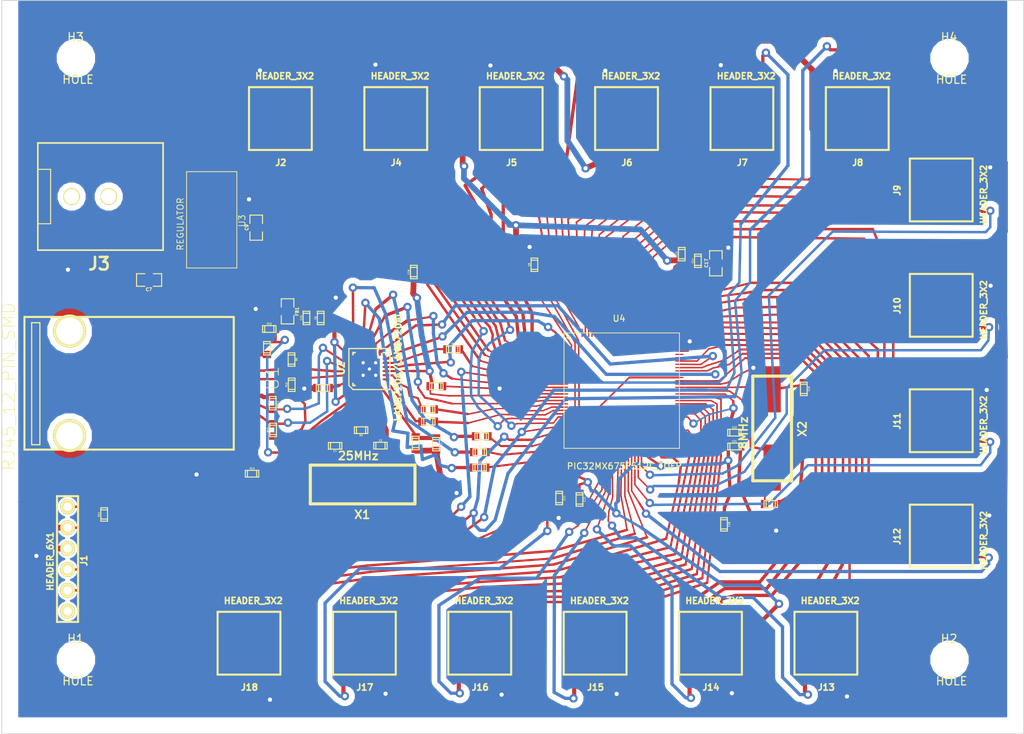
<source format=kicad_pcb>
(kicad_pcb (version 3) (host pcbnew "(2013-08-24 BZR 4298)-stable")
  (layers (15 F.Cu signal) (0 B.Cu signal) (18 B.Paste user) (19 F.Paste user) (20 B.SilkS user) (21 F.SilkS user) (22 B.Mask user) (23 F.Mask user) (28 Edge.Cuts user))
  (net 0 "")
  (net 1 +2.8v)
  (net 2 +5v)
  (net 3 AECRSDV)
  (net 4 AEMDC)
  (net 5 AEMDIO)
  (net 6 AEREFCLK)
  (net 7 AERXD0)
  (net 8 AERXD1)
  (net 9 AERXERR)
  (net 10 AETXD0)
  (net 11 AETXD1)
  (net 12 AETXEN)
  (net 13 AVDD)
  (net 14 GND)
  (net 15 GreenLED)
  (net 16 ICSPCLK_RB1)
  (net 17 ICSPDAT_RB0)
  (net 18 N-000001)
  (net 19 N-0000011)
  (net 20 N-00000114)
  (net 21 N-0000015)
  (net 22 N-0000016)
  (net 23 N-0000017)
  (net 24 N-000002)
  (net 25 N-0000021)
  (net 26 N-000003)
  (net 27 N-0000035)
  (net 28 N-0000036)
  (net 29 N-000004)
  (net 30 N-0000049)
  (net 31 N-000005)
  (net 32 N-0000052)
  (net 33 RA1)
  (net 34 RA14)
  (net 35 RA2)
  (net 36 RA3)
  (net 37 RA4)
  (net 38 RA5)
  (net 39 RA6)
  (net 40 RA7)
  (net 41 RB10)
  (net 42 RB11)
  (net 43 RB12)
  (net 44 RB13)
  (net 45 RB14)
  (net 46 RB15)
  (net 47 RB2)
  (net 48 RB3)
  (net 49 RB4)
  (net 50 RB5)
  (net 51 RB6)
  (net 52 RB7)
  (net 53 RB8)
  (net 54 RB9)
  (net 55 RC1)
  (net 56 RC2)
  (net 57 RC3)
  (net 58 RC4)
  (net 59 RD0)
  (net 60 RD1)
  (net 61 RD10)
  (net 62 RD12)
  (net 63 RD13)
  (net 64 RD2)
  (net 65 RD3)
  (net 66 RD4)
  (net 67 RD5)
  (net 68 RD6)
  (net 69 RD7)
  (net 70 RD9)
  (net 71 RE0)
  (net 72 RE1)
  (net 73 RE2)
  (net 74 RE3)
  (net 75 RE4)
  (net 76 RE5)
  (net 77 RE6)
  (net 78 RE7)
  (net 79 RF0)
  (net 80 RF1)
  (net 81 RF12)
  (net 82 RF13)
  (net 83 RF3)
  (net 84 RF4)
  (net 85 RF5)
  (net 86 RG0)
  (net 87 RG1)
  (net 88 RG12)
  (net 89 RG13)
  (net 90 RG14)
  (net 91 RG2)
  (net 92 RG3)
  (net 93 RG6)
  (net 94 RG7)
  (net 95 RXN)
  (net 96 RXP)
  (net 97 TXN)
  (net 98 TXP)
  (net 99 YellowLED)
  (net 100 nRST)
  (net 101 ~MCLR~)
  (module TED_HEADER_3x2_SMT (layer F.Cu) (at 53 140)
    (fp_text reference J18 (at 0.05 5.35) (layer F.SilkS) (effects (font (size 0.762 0.762) (thickness 0.1905))))
    (fp_text value HEADER_3X2 (at 0.525 -5.15) (layer F.SilkS) (effects (font (size 0.762 0.762) (thickness 0.1905))))
    (pad 1 smd rect (at -2.54 2.54) (size 0.9906 2.54) (layers F.Cu F.Paste F.Mask) (net 51 RB6) (clearance 0.508))
    (pad 2 smd rect (at 0 2.54) (size 0.9906 2.54) (layers F.Cu F.Paste F.Mask) (net 81 RF12) (clearance 0.508))
    (pad 3 smd rect (at 2.54 2.54) (size 0.9906 2.54) (layers F.Cu F.Paste F.Mask) (net 14 GND) (clearance 0.508))
    (pad 4 smd rect (at 2.54 -2.54) (size 0.9906 2.54) (layers F.Cu F.Paste F.Mask) (net 1 +2.8v) (clearance 0.508))
    (pad 5 smd rect (at 0 -2.54) (size 0.9906 2.54) (layers F.Cu F.Paste F.Mask) (net 82 RF13) (clearance 0.508))
    (pad 6 smd rect (at -2.54 -2.54) (size 0.9906 2.54) (layers F.Cu F.Paste F.Mask) (net 33 RA1) (clearance 0.508))
  )
  (module TED_HEADER_3x2_SMT (layer F.Cu) (at 67 140)
    (fp_text reference J17 (at 0.05 5.35) (layer F.SilkS) (effects (font (size 0.762 0.762) (thickness 0.1905))))
    (fp_text value HEADER_3X2 (at 0.525 -5.15) (layer F.SilkS) (effects (font (size 0.762 0.762) (thickness 0.1905))))
    (pad 1 smd rect (at -2.54 2.54) (size 0.9906 2.54) (layers F.Cu F.Paste F.Mask) (net 52 RB7) (clearance 0.508))
    (pad 2 smd rect (at 0 2.54) (size 0.9906 2.54) (layers F.Cu F.Paste F.Mask) (net 83 RF3) (clearance 0.508))
    (pad 3 smd rect (at 2.54 2.54) (size 0.9906 2.54) (layers F.Cu F.Paste F.Mask) (net 14 GND) (clearance 0.508))
    (pad 4 smd rect (at 2.54 -2.54) (size 0.9906 2.54) (layers F.Cu F.Paste F.Mask) (net 1 +2.8v) (clearance 0.508))
    (pad 5 smd rect (at 0 -2.54) (size 0.9906 2.54) (layers F.Cu F.Paste F.Mask) (net 85 RF5) (clearance 0.508))
    (pad 6 smd rect (at -2.54 -2.54) (size 0.9906 2.54) (layers F.Cu F.Paste F.Mask) (net 84 RF4) (clearance 0.508))
  )
  (module TED_HEADER_3x2_SMT (layer F.Cu) (at 81 140)
    (fp_text reference J16 (at 0.05 5.35) (layer F.SilkS) (effects (font (size 0.762 0.762) (thickness 0.1905))))
    (fp_text value HEADER_3X2 (at 0.525 -5.15) (layer F.SilkS) (effects (font (size 0.762 0.762) (thickness 0.1905))))
    (pad 1 smd rect (at -2.54 2.54) (size 0.9906 2.54) (layers F.Cu F.Paste F.Mask) (net 53 RB8) (clearance 0.508))
    (pad 2 smd rect (at 0 2.54) (size 0.9906 2.54) (layers F.Cu F.Paste F.Mask) (net 35 RA2) (clearance 0.508))
    (pad 3 smd rect (at 2.54 2.54) (size 0.9906 2.54) (layers F.Cu F.Paste F.Mask) (net 14 GND) (clearance 0.508))
    (pad 4 smd rect (at 2.54 -2.54) (size 0.9906 2.54) (layers F.Cu F.Paste F.Mask) (net 1 +2.8v) (clearance 0.508))
    (pad 5 smd rect (at 0 -2.54) (size 0.9906 2.54) (layers F.Cu F.Paste F.Mask) (net 91 RG2) (clearance 0.508))
    (pad 6 smd rect (at -2.54 -2.54) (size 0.9906 2.54) (layers F.Cu F.Paste F.Mask) (net 92 RG3) (clearance 0.508))
  )
  (module TED_HEADER_3x2_SMT (layer F.Cu) (at 95 140)
    (fp_text reference J15 (at 0.05 5.35) (layer F.SilkS) (effects (font (size 0.762 0.762) (thickness 0.1905))))
    (fp_text value HEADER_3X2 (at 0.525 -5.15) (layer F.SilkS) (effects (font (size 0.762 0.762) (thickness 0.1905))))
    (pad 1 smd rect (at -2.54 2.54) (size 0.9906 2.54) (layers F.Cu F.Paste F.Mask) (net 54 RB9) (clearance 0.508))
    (pad 2 smd rect (at 0 2.54) (size 0.9906 2.54) (layers F.Cu F.Paste F.Mask) (net 38 RA5) (clearance 0.508))
    (pad 3 smd rect (at 2.54 2.54) (size 0.9906 2.54) (layers F.Cu F.Paste F.Mask) (net 14 GND) (clearance 0.508))
    (pad 4 smd rect (at 2.54 -2.54) (size 0.9906 2.54) (layers F.Cu F.Paste F.Mask) (net 1 +2.8v) (clearance 0.508))
    (pad 5 smd rect (at 0 -2.54) (size 0.9906 2.54) (layers F.Cu F.Paste F.Mask) (net 37 RA4) (clearance 0.508))
    (pad 6 smd rect (at -2.54 -2.54) (size 0.9906 2.54) (layers F.Cu F.Paste F.Mask) (net 36 RA3) (clearance 0.508))
  )
  (module TED_HEADER_3x2_SMT (layer F.Cu) (at 109 140)
    (fp_text reference J14 (at 0.05 5.35) (layer F.SilkS) (effects (font (size 0.762 0.762) (thickness 0.1905))))
    (fp_text value HEADER_3X2 (at 0.525 -5.15) (layer F.SilkS) (effects (font (size 0.762 0.762) (thickness 0.1905))))
    (pad 1 smd rect (at -2.54 2.54) (size 0.9906 2.54) (layers F.Cu F.Paste F.Mask) (net 41 RB10) (clearance 0.508))
    (pad 2 smd rect (at 0 2.54) (size 0.9906 2.54) (layers F.Cu F.Paste F.Mask) (net 61 RD10) (clearance 0.508))
    (pad 3 smd rect (at 2.54 2.54) (size 0.9906 2.54) (layers F.Cu F.Paste F.Mask) (net 14 GND) (clearance 0.508))
    (pad 4 smd rect (at 2.54 -2.54) (size 0.9906 2.54) (layers F.Cu F.Paste F.Mask) (net 1 +2.8v) (clearance 0.508))
    (pad 5 smd rect (at 0 -2.54) (size 0.9906 2.54) (layers F.Cu F.Paste F.Mask) (net 70 RD9) (clearance 0.508))
    (pad 6 smd rect (at -2.54 -2.54) (size 0.9906 2.54) (layers F.Cu F.Paste F.Mask) (net 34 RA14) (clearance 0.508))
  )
  (module TED_HEADER_3x2_SMT (layer F.Cu) (at 123 140)
    (fp_text reference J13 (at 0.05 5.35) (layer F.SilkS) (effects (font (size 0.762 0.762) (thickness 0.1905))))
    (fp_text value HEADER_3X2 (at 0.525 -5.15) (layer F.SilkS) (effects (font (size 0.762 0.762) (thickness 0.1905))))
    (pad 1 smd rect (at -2.54 2.54) (size 0.9906 2.54) (layers F.Cu F.Paste F.Mask) (net 42 RB11) (clearance 0.508))
    (pad 2 smd rect (at 0 2.54) (size 0.9906 2.54) (layers F.Cu F.Paste F.Mask) (net 64 RD2) (clearance 0.508))
    (pad 3 smd rect (at 2.54 2.54) (size 0.9906 2.54) (layers F.Cu F.Paste F.Mask) (net 14 GND) (clearance 0.508))
    (pad 4 smd rect (at 2.54 -2.54) (size 0.9906 2.54) (layers F.Cu F.Paste F.Mask) (net 1 +2.8v) (clearance 0.508))
    (pad 5 smd rect (at 0 -2.54) (size 0.9906 2.54) (layers F.Cu F.Paste F.Mask) (net 60 RD1) (clearance 0.508))
    (pad 6 smd rect (at -2.54 -2.54) (size 0.9906 2.54) (layers F.Cu F.Paste F.Mask) (net 59 RD0) (clearance 0.508))
  )
  (module TED_HEADER_3x2_SMT (layer F.Cu) (at 137 127 270)
    (fp_text reference J12 (at 0.05 5.35 270) (layer F.SilkS) (effects (font (size 0.762 0.762) (thickness 0.1905))))
    (fp_text value HEADER_3X2 (at 0.525 -5.15 270) (layer F.SilkS) (effects (font (size 0.762 0.762) (thickness 0.1905))))
    (pad 1 smd rect (at -2.54 2.54 270) (size 0.9906 2.54) (layers F.Cu F.Paste F.Mask) (net 1 +2.8v) (clearance 0.508))
    (pad 2 smd rect (at 0 2.54 270) (size 0.9906 2.54) (layers F.Cu F.Paste F.Mask) (net 62 RD12) (clearance 0.508))
    (pad 3 smd rect (at 2.54 2.54 270) (size 0.9906 2.54) (layers F.Cu F.Paste F.Mask) (net 65 RD3) (clearance 0.508))
    (pad 4 smd rect (at 2.54 -2.54 270) (size 0.9906 2.54) (layers F.Cu F.Paste F.Mask) (net 43 RB12) (clearance 0.508))
    (pad 5 smd rect (at 0 -2.54 270) (size 0.9906 2.54) (layers F.Cu F.Paste F.Mask) (net 63 RD13) (clearance 0.508))
    (pad 6 smd rect (at -2.54 -2.54 270) (size 0.9906 2.54) (layers F.Cu F.Paste F.Mask) (net 14 GND) (clearance 0.508))
  )
  (module TED_HEADER_3x2_SMT (layer F.Cu) (at 137 113 270)
    (fp_text reference J11 (at 0.05 5.35 270) (layer F.SilkS) (effects (font (size 0.762 0.762) (thickness 0.1905))))
    (fp_text value HEADER_3X2 (at 0.525 -5.15 270) (layer F.SilkS) (effects (font (size 0.762 0.762) (thickness 0.1905))))
    (pad 1 smd rect (at -2.54 2.54 270) (size 0.9906 2.54) (layers F.Cu F.Paste F.Mask) (net 1 +2.8v) (clearance 0.508))
    (pad 2 smd rect (at 0 2.54 270) (size 0.9906 2.54) (layers F.Cu F.Paste F.Mask) (net 67 RD5) (clearance 0.508))
    (pad 3 smd rect (at 2.54 2.54 270) (size 0.9906 2.54) (layers F.Cu F.Paste F.Mask) (net 66 RD4) (clearance 0.508))
    (pad 4 smd rect (at 2.54 -2.54 270) (size 0.9906 2.54) (layers F.Cu F.Paste F.Mask) (net 44 RB13) (clearance 0.508))
    (pad 5 smd rect (at 0 -2.54 270) (size 0.9906 2.54) (layers F.Cu F.Paste F.Mask) (net 68 RD6) (clearance 0.508))
    (pad 6 smd rect (at -2.54 -2.54 270) (size 0.9906 2.54) (layers F.Cu F.Paste F.Mask) (net 14 GND) (clearance 0.508))
  )
  (module TED_HEADER_3x2_SMT (layer F.Cu) (at 137 99 270)
    (fp_text reference J10 (at 0.05 5.35 270) (layer F.SilkS) (effects (font (size 0.762 0.762) (thickness 0.1905))))
    (fp_text value HEADER_3X2 (at 0.525 -5.15 270) (layer F.SilkS) (effects (font (size 0.762 0.762) (thickness 0.1905))))
    (pad 1 smd rect (at -2.54 2.54 270) (size 0.9906 2.54) (layers F.Cu F.Paste F.Mask) (net 1 +2.8v) (clearance 0.508))
    (pad 2 smd rect (at 0 2.54 270) (size 0.9906 2.54) (layers F.Cu F.Paste F.Mask) (net 79 RF0) (clearance 0.508))
    (pad 3 smd rect (at 2.54 2.54 270) (size 0.9906 2.54) (layers F.Cu F.Paste F.Mask) (net 69 RD7) (clearance 0.508))
    (pad 4 smd rect (at 2.54 -2.54 270) (size 0.9906 2.54) (layers F.Cu F.Paste F.Mask) (net 45 RB14) (clearance 0.508))
    (pad 5 smd rect (at 0 -2.54 270) (size 0.9906 2.54) (layers F.Cu F.Paste F.Mask) (net 80 RF1) (clearance 0.508))
    (pad 6 smd rect (at -2.54 -2.54 270) (size 0.9906 2.54) (layers F.Cu F.Paste F.Mask) (net 14 GND) (clearance 0.508))
  )
  (module TED_HEADER_3x2_SMT (layer F.Cu) (at 137 85 270)
    (fp_text reference J9 (at 0.05 5.35 270) (layer F.SilkS) (effects (font (size 0.762 0.762) (thickness 0.1905))))
    (fp_text value HEADER_3X2 (at 0.525 -5.15 270) (layer F.SilkS) (effects (font (size 0.762 0.762) (thickness 0.1905))))
    (pad 1 smd rect (at -2.54 2.54 270) (size 0.9906 2.54) (layers F.Cu F.Paste F.Mask) (net 1 +2.8v) (clearance 0.508))
    (pad 2 smd rect (at 0 2.54 270) (size 0.9906 2.54) (layers F.Cu F.Paste F.Mask) (net 86 RG0) (clearance 0.508))
    (pad 3 smd rect (at 2.54 2.54 270) (size 0.9906 2.54) (layers F.Cu F.Paste F.Mask) (net 87 RG1) (clearance 0.508))
    (pad 4 smd rect (at 2.54 -2.54 270) (size 0.9906 2.54) (layers F.Cu F.Paste F.Mask) (net 46 RB15) (clearance 0.508))
    (pad 5 smd rect (at 0 -2.54 270) (size 0.9906 2.54) (layers F.Cu F.Paste F.Mask) (net 39 RA6) (clearance 0.508))
    (pad 6 smd rect (at -2.54 -2.54 270) (size 0.9906 2.54) (layers F.Cu F.Paste F.Mask) (net 14 GND) (clearance 0.508))
  )
  (module TED_HEADER_3x2_SMT (layer F.Cu) (at 126.81 76.334)
    (fp_text reference J8 (at 0.05 5.35) (layer F.SilkS) (effects (font (size 0.762 0.762) (thickness 0.1905))))
    (fp_text value HEADER_3X2 (at 0.525 -5.15) (layer F.SilkS) (effects (font (size 0.762 0.762) (thickness 0.1905))))
    (pad 1 smd rect (at -2.54 2.54) (size 0.9906 2.54) (layers F.Cu F.Paste F.Mask) (net 1 +2.8v) (clearance 0.508))
    (pad 2 smd rect (at 0 2.54) (size 0.9906 2.54) (layers F.Cu F.Paste F.Mask) (net 71 RE0) (clearance 0.508))
    (pad 3 smd rect (at 2.54 2.54) (size 0.9906 2.54) (layers F.Cu F.Paste F.Mask) (net 40 RA7) (clearance 0.508))
    (pad 4 smd rect (at 2.54 -2.54) (size 0.9906 2.54) (layers F.Cu F.Paste F.Mask) (net 17 ICSPDAT_RB0) (clearance 0.508))
    (pad 5 smd rect (at 0 -2.54) (size 0.9906 2.54) (layers F.Cu F.Paste F.Mask) (net 72 RE1) (clearance 0.508))
    (pad 6 smd rect (at -2.54 -2.54) (size 0.9906 2.54) (layers F.Cu F.Paste F.Mask) (net 14 GND) (clearance 0.508))
  )
  (module TED_HEADER_3x2_SMT (layer F.Cu) (at 112.81 76.334)
    (fp_text reference J7 (at 0.05 5.35) (layer F.SilkS) (effects (font (size 0.762 0.762) (thickness 0.1905))))
    (fp_text value HEADER_3X2 (at 0.525 -5.15) (layer F.SilkS) (effects (font (size 0.762 0.762) (thickness 0.1905))))
    (pad 1 smd rect (at -2.54 2.54) (size 0.9906 2.54) (layers F.Cu F.Paste F.Mask) (net 1 +2.8v) (clearance 0.508))
    (pad 2 smd rect (at 0 2.54) (size 0.9906 2.54) (layers F.Cu F.Paste F.Mask) (net 88 RG12) (clearance 0.508))
    (pad 3 smd rect (at 2.54 2.54) (size 0.9906 2.54) (layers F.Cu F.Paste F.Mask) (net 90 RG14) (clearance 0.508))
    (pad 4 smd rect (at 2.54 -2.54) (size 0.9906 2.54) (layers F.Cu F.Paste F.Mask) (net 16 ICSPCLK_RB1) (clearance 0.508))
    (pad 5 smd rect (at 0 -2.54) (size 0.9906 2.54) (layers F.Cu F.Paste F.Mask) (net 89 RG13) (clearance 0.508))
    (pad 6 smd rect (at -2.54 -2.54) (size 0.9906 2.54) (layers F.Cu F.Paste F.Mask) (net 14 GND) (clearance 0.508))
  )
  (module TED_HEADER_3x2_SMT (layer F.Cu) (at 98.81 76.334)
    (fp_text reference J6 (at 0.05 5.35) (layer F.SilkS) (effects (font (size 0.762 0.762) (thickness 0.1905))))
    (fp_text value HEADER_3X2 (at 0.525 -5.15) (layer F.SilkS) (effects (font (size 0.762 0.762) (thickness 0.1905))))
    (pad 1 smd rect (at -2.54 2.54) (size 0.9906 2.54) (layers F.Cu F.Paste F.Mask) (net 1 +2.8v) (clearance 0.508))
    (pad 2 smd rect (at 0 2.54) (size 0.9906 2.54) (layers F.Cu F.Paste F.Mask) (net 74 RE3) (clearance 0.508))
    (pad 3 smd rect (at 2.54 2.54) (size 0.9906 2.54) (layers F.Cu F.Paste F.Mask) (net 73 RE2) (clearance 0.508))
    (pad 4 smd rect (at 2.54 -2.54) (size 0.9906 2.54) (layers F.Cu F.Paste F.Mask) (net 47 RB2) (clearance 0.508))
    (pad 5 smd rect (at 0 -2.54) (size 0.9906 2.54) (layers F.Cu F.Paste F.Mask) (net 75 RE4) (clearance 0.508))
    (pad 6 smd rect (at -2.54 -2.54) (size 0.9906 2.54) (layers F.Cu F.Paste F.Mask) (net 14 GND) (clearance 0.508))
  )
  (module TED_HEADER_3x2_SMT (layer F.Cu) (at 84.81 76.334)
    (fp_text reference J5 (at 0.05 5.35) (layer F.SilkS) (effects (font (size 0.762 0.762) (thickness 0.1905))))
    (fp_text value HEADER_3X2 (at 0.525 -5.15) (layer F.SilkS) (effects (font (size 0.762 0.762) (thickness 0.1905))))
    (pad 1 smd rect (at -2.54 2.54) (size 0.9906 2.54) (layers F.Cu F.Paste F.Mask) (net 1 +2.8v) (clearance 0.508))
    (pad 2 smd rect (at 0 2.54) (size 0.9906 2.54) (layers F.Cu F.Paste F.Mask) (net 77 RE6) (clearance 0.508))
    (pad 3 smd rect (at 2.54 2.54) (size 0.9906 2.54) (layers F.Cu F.Paste F.Mask) (net 76 RE5) (clearance 0.508))
    (pad 4 smd rect (at 2.54 -2.54) (size 0.9906 2.54) (layers F.Cu F.Paste F.Mask) (net 48 RB3) (clearance 0.508))
    (pad 5 smd rect (at 0 -2.54) (size 0.9906 2.54) (layers F.Cu F.Paste F.Mask) (net 78 RE7) (clearance 0.508))
    (pad 6 smd rect (at -2.54 -2.54) (size 0.9906 2.54) (layers F.Cu F.Paste F.Mask) (net 14 GND) (clearance 0.508))
  )
  (module TED_HEADER_3x2_SMT (layer F.Cu) (at 70.81 76.334)
    (fp_text reference J4 (at 0.05 5.35) (layer F.SilkS) (effects (font (size 0.762 0.762) (thickness 0.1905))))
    (fp_text value HEADER_3X2 (at 0.525 -5.15) (layer F.SilkS) (effects (font (size 0.762 0.762) (thickness 0.1905))))
    (pad 1 smd rect (at -2.54 2.54) (size 0.9906 2.54) (layers F.Cu F.Paste F.Mask) (net 1 +2.8v) (clearance 0.508))
    (pad 2 smd rect (at 0 2.54) (size 0.9906 2.54) (layers F.Cu F.Paste F.Mask) (net 56 RC2) (clearance 0.508))
    (pad 3 smd rect (at 2.54 2.54) (size 0.9906 2.54) (layers F.Cu F.Paste F.Mask) (net 55 RC1) (clearance 0.508))
    (pad 4 smd rect (at 2.54 -2.54) (size 0.9906 2.54) (layers F.Cu F.Paste F.Mask) (net 49 RB4) (clearance 0.508))
    (pad 5 smd rect (at 0 -2.54) (size 0.9906 2.54) (layers F.Cu F.Paste F.Mask) (net 57 RC3) (clearance 0.508))
    (pad 6 smd rect (at -2.54 -2.54) (size 0.9906 2.54) (layers F.Cu F.Paste F.Mask) (net 14 GND) (clearance 0.508))
  )
  (module TED_SM0603 (layer F.Cu) (at 111.9 114.45)
    (fp_text reference C22 (at 0 -0.635) (layer F.SilkS) (effects (font (size 0.20066 0.20066) (thickness 0.04064))))
    (fp_text value .1uF hide)
    (pad 2 smd rect (at 0.75184 0) (size 0.89916 1.00076) (layers F.Cu F.Paste F.Mask) (net 14 GND) (clearance 0.1))
    (pad 1 smd rect (at -0.75184 0) (size 0.89916 1.00076) (layers F.Cu F.Paste F.Mask) (net 1 +2.8v) (clearance 0.1))
  )
  (module TED_Hole_3.25mm (layer F.Cu) (at 138 69)
    (fp_text reference H4 (at -0.05 -2.55) (layer F.SilkS))
    (fp_text value HOLE (at 0.25 2.6) (layer F.SilkS))
    (pad "" np_thru_hole circle (at 0 0) (size 3.25 3.25) (drill 3.25) (layers *.Cu *.Mask F.SilkS))
  )
  (module TED_Hole_3.25mm (layer F.Cu) (at 32 69)
    (fp_text reference H3 (at -0.05 -2.55) (layer F.SilkS))
    (fp_text value HOLE (at 0.25 2.6) (layer F.SilkS))
    (pad "" np_thru_hole circle (at 0 0) (size 3.25 3.25) (drill 3.25) (layers *.Cu *.Mask F.SilkS))
  )
  (module TED_Hole_3.25mm (layer F.Cu) (at 138 142)
    (fp_text reference H2 (at -0.05 -2.55) (layer F.SilkS))
    (fp_text value HOLE (at 0.25 2.6) (layer F.SilkS))
    (pad "" np_thru_hole circle (at 0 0) (size 3.25 3.25) (drill 3.25) (layers *.Cu *.Mask F.SilkS))
  )
  (module TED_Hole_3.25mm (layer F.Cu) (at 32 142)
    (fp_text reference H1 (at -0.05 -2.55) (layer F.SilkS))
    (fp_text value HOLE (at 0.25 2.6) (layer F.SilkS))
    (pad "" np_thru_hole circle (at 0 0) (size 3.25 3.25) (drill 3.25) (layers *.Cu *.Mask F.SilkS))
  )
  (module TED_HEADER_6x1_BOTTOM (layer F.Cu) (at 30.988 129.794 270)
    (fp_text reference J1 (at 0.1778 -1.98628 270) (layer F.SilkS) (effects (font (size 0.762 0.762) (thickness 0.1905))))
    (fp_text value HEADER_6X1 (at 0.26924 2.11328 270) (layer F.SilkS) (effects (font (size 0.762 0.762) (thickness 0.1905))))
    (pad 5 thru_hole circle (at 3.78968 0 270) (size 1.8 1.8) (drill 1) (layers *.Mask F.Cu F.SilkS) (net 16 ICSPCLK_RB1))
    (pad 6 thru_hole circle (at 6.32968 0 270) (size 1.8 1.8) (drill 1) (layers *.Mask F.Cu F.SilkS))
    (pad 1 thru_hole circle (at -6.35 0 270) (size 1.8 1.8) (drill 1) (layers *.Mask F.Cu F.SilkS) (net 101 ~MCLR~))
    (pad 2 thru_hole circle (at -3.81 0 270) (size 1.8 1.8) (drill 1) (layers *.Mask F.Cu F.SilkS) (net 1 +2.8v))
    (pad 4 thru_hole circle (at 1.25984 0 270) (size 1.8 1.8) (drill 1) (layers *.Mask F.Cu F.SilkS) (net 17 ICSPDAT_RB0))
    (pad 3 thru_hole circle (at -1.28016 0 270) (size 1.8 1.8) (drill 1) (layers *.Mask F.Cu F.SilkS) (net 14 GND))
  )
  (module TED_DC_2.1mm_SMT (layer F.Cu) (at 34.975 85.8 180)
    (fp_text reference J3 (at 0.15748 -8.15848 180) (layer F.SilkS) (effects (font (thickness 0.3048))))
    (fp_text value "Logic DC_2.1MM" hide)
    (pad "" np_thru_hole circle (at -1.00076 0 180) (size 1.99898 1.99898) (drill 1.69926) (layers *.Cu *.Mask F.SilkS))
    (pad 1 smd rect (at 3.50012 5.4102 180) (size 1.99898 1.99898) (layers F.Cu F.Paste F.Mask) (net 2 +5v))
    (pad 1 smd rect (at -2.60096 5.4102 180) (size 1.99898 1.99898) (layers F.Cu F.Paste F.Mask) (net 2 +5v))
    (pad 2 smd rect (at 3.50012 -5.41528 180) (size 1.99898 1.99898) (layers F.Cu F.Paste F.Mask) (net 14 GND))
    (pad 3 smd rect (at -2.60096 -5.41528 180) (size 1.99898 1.99898) (layers F.Cu F.Paste F.Mask))
    (pad "" np_thru_hole circle (at 3.50012 0 180) (size 1.99898 1.99898) (drill 1.69926) (layers *.Cu *.Mask F.SilkS))
  )
  (module TED_SM0603 (layer F.Cu) (at 73 94.96 90)
    (fp_text reference C16 (at 0 -0.635 90) (layer F.SilkS) (effects (font (size 0.20066 0.20066) (thickness 0.04064))))
    (fp_text value .1uF hide)
    (pad 2 smd rect (at 0.75184 0 90) (size 0.89916 1.00076) (layers F.Cu F.Paste F.Mask) (net 14 GND) (clearance 0.1))
    (pad 1 smd rect (at -0.75184 0 90) (size 0.89916 1.00076) (layers F.Cu F.Paste F.Mask) (net 1 +2.8v) (clearance 0.1))
  )
  (module TED_SM0603 (layer F.Cu) (at 59.97 100.53 90)
    (fp_text reference C15 (at 0 -0.635 90) (layer F.SilkS) (effects (font (size 0.20066 0.20066) (thickness 0.04064))))
    (fp_text value 1uF hide)
    (pad 2 smd rect (at 0.75184 0 90) (size 0.89916 1.00076) (layers F.Cu F.Paste F.Mask) (net 14 GND) (clearance 0.1))
    (pad 1 smd rect (at -0.75184 0 90) (size 0.89916 1.00076) (layers F.Cu F.Paste F.Mask) (net 13 AVDD) (clearance 0.1))
  )
  (module TED_SM0603 (layer F.Cu) (at 73.23 115.71 270)
    (fp_text reference C2 (at 0 -0.635 270) (layer F.SilkS) (effects (font (size 0.20066 0.20066) (thickness 0.04064))))
    (fp_text value 1uF hide)
    (pad 2 smd rect (at 0.75184 0 270) (size 0.89916 1.00076) (layers F.Cu F.Paste F.Mask) (net 14 GND) (clearance 0.1))
    (pad 1 smd rect (at -0.75184 0 270) (size 0.89916 1.00076) (layers F.Cu F.Paste F.Mask) (net 28 N-0000036) (clearance 0.1))
  )
  (module TED_RJ45_12pin_SMD (layer F.Cu) (at 38.45 108.46 270)
    (fp_text reference U1 (at -0.625 -17.4 270) (layer F.SilkS) (effects (font (thickness 0.09906))))
    (fp_text value RJ45_12_PIN_SMD (at 0.4 14.6 270) (layer F.SilkS) (effects (font (thickness 0.09906))))
    (pad 12 smd rect (at -6.6 -12.7 270) (size 0.81 4.6) (layers F.Cu F.Paste F.Mask) (net 15 GreenLED) (clearance 0.2))
    (pad 11 smd rect (at -4.76 -12.7 270) (size 0.81 4.6) (layers F.Cu F.Paste F.Mask) (net 14 GND) (clearance 0.2))
    (pad 10 smd rect (at -3.56 -12.7 270) (size 0.61 4.6) (layers F.Cu F.Paste F.Mask) (net 14 GND) (clearance 0.2))
    (pad 9 smd rect (at -2.54 -12.7 270) (size 0.61 4.6) (layers F.Cu F.Paste F.Mask) (clearance 0.2))
    (pad 7 smd rect (at -0.5 -12.7 270) (size 0.61 4.6) (layers F.Cu F.Paste F.Mask) (net 96 RXP) (clearance 0.2))
    (pad 3 smd rect (at 3.56 -12.7 270) (size 0.61 4.6) (layers F.Cu F.Paste F.Mask) (net 98 TXP) (clearance 0.2))
    (pad 5 smd rect (at 1.52 -12.7 270) (size 0.61 4.6) (layers F.Cu F.Paste F.Mask) (net 13 AVDD) (clearance 0.2))
    (pad 1 smd rect (at 6.6 -12.7 270) (size 0.81 4.6) (layers F.Cu F.Paste F.Mask) (net 99 YellowLED) (clearance 0.2))
    (pad 2 smd rect (at 4.76 -12.7 270) (size 0.81 4.6) (layers F.Cu F.Paste F.Mask) (net 14 GND) (clearance 0.2))
    (pad 6 smd rect (at 0.51 -12.7 270) (size 0.61 4.6) (layers F.Cu F.Paste F.Mask) (net 13 AVDD) (clearance 0.2))
    (pad 4 smd rect (at 2.54 -12.7 270) (size 0.61 4.6) (layers F.Cu F.Paste F.Mask) (net 97 TXN) (clearance 0.2))
    (pad "" np_thru_hole circle (at 6.35 7.22 270) (size 4 4) (drill 3.25) (layers *.Cu *.Mask F.SilkS) (clearance 0.3))
    (pad "" np_thru_hole circle (at -6.35 7.22 270) (size 4 4) (drill 3.25) (layers *.Cu *.Mask F.SilkS) (clearance 0.3))
    (pad 8 smd rect (at -1.52 -12.7 270) (size 0.61 4.6) (layers F.Cu F.Paste F.Mask) (net 95 RXN) (clearance 0.2))
    (pad "" connect rect (at -9.3 7.22 270) (size 2.5 3.9) (layers F.Cu F.Mask))
    (pad "" connect rect (at 9.3 7.22 270) (size 2.5 3.9) (layers F.Cu F.Mask))
  )
  (module TED_SM0603 (layer F.Cu) (at 61.98 109.03 180)
    (fp_text reference R4 (at 0 -0.635 180) (layer F.SilkS) (effects (font (size 0.20066 0.20066) (thickness 0.04064))))
    (fp_text value "12.1k 1%" hide)
    (pad 2 smd rect (at 0.75184 0 180) (size 0.89916 1.00076) (layers F.Cu F.Paste F.Mask) (net 14 GND) (clearance 0.1))
    (pad 1 smd rect (at -0.75184 0 180) (size 0.89916 1.00076) (layers F.Cu F.Paste F.Mask) (net 26 N-000003) (clearance 0.1))
  )
  (module TED_SM0603 (layer F.Cu) (at 75.7 115.85 270)
    (fp_text reference C1 (at 0 -0.635 270) (layer F.SilkS) (effects (font (size 0.20066 0.20066) (thickness 0.04064))))
    (fp_text value .1uF hide)
    (pad 2 smd rect (at 0.75184 0 270) (size 0.89916 1.00076) (layers F.Cu F.Paste F.Mask) (net 14 GND) (clearance 0.1))
    (pad 1 smd rect (at -0.75184 0 270) (size 0.89916 1.00076) (layers F.Cu F.Paste F.Mask) (net 28 N-0000036) (clearance 0.1))
  )
  (module TED_SM0603 (layer F.Cu) (at 68.95 116.03)
    (fp_text reference C3 (at 0 -0.635) (layer F.SilkS) (effects (font (size 0.20066 0.20066) (thickness 0.04064))))
    (fp_text value 18pF hide)
    (pad 2 smd rect (at 0.75184 0) (size 0.89916 1.00076) (layers F.Cu F.Paste F.Mask) (net 19 N-0000011) (clearance 0.1))
    (pad 1 smd rect (at -0.75184 0) (size 0.89916 1.00076) (layers F.Cu F.Paste F.Mask) (net 14 GND) (clearance 0.1))
  )
  (module TED_SM0603 (layer F.Cu) (at 63.45 116.05 180)
    (fp_text reference C4 (at 0 -0.635 180) (layer F.SilkS) (effects (font (size 0.20066 0.20066) (thickness 0.04064))))
    (fp_text value 18pF hide)
    (pad 2 smd rect (at 0.75184 0 180) (size 0.89916 1.00076) (layers F.Cu F.Paste F.Mask) (net 27 N-0000035) (clearance 0.1))
    (pad 1 smd rect (at -0.75184 0 180) (size 0.89916 1.00076) (layers F.Cu F.Paste F.Mask) (net 14 GND) (clearance 0.1))
  )
  (module TED_SM0603 (layer F.Cu) (at 61.7 100.53 90)
    (fp_text reference C6 (at 0 -0.635 90) (layer F.SilkS) (effects (font (size 0.20066 0.20066) (thickness 0.04064))))
    (fp_text value .1uF hide)
    (pad 2 smd rect (at 0.75184 0 90) (size 0.89916 1.00076) (layers F.Cu F.Paste F.Mask) (net 14 GND) (clearance 0.1))
    (pad 1 smd rect (at -0.75184 0 90) (size 0.89916 1.00076) (layers F.Cu F.Paste F.Mask) (net 13 AVDD) (clearance 0.1))
  )
  (module TED_SM0603 (layer F.Cu) (at 87.63 94.08 90)
    (fp_text reference C8 (at 0 -0.635 90) (layer F.SilkS) (effects (font (size 0.20066 0.20066) (thickness 0.04064))))
    (fp_text value .1uF hide)
    (pad 2 smd rect (at 0.75184 0 90) (size 0.89916 1.00076) (layers F.Cu F.Paste F.Mask) (net 14 GND) (clearance 0.1))
    (pad 1 smd rect (at -0.75184 0 90) (size 0.89916 1.00076) (layers F.Cu F.Paste F.Mask) (net 1 +2.8v) (clearance 0.1))
  )
  (module TED_SM0603 (layer F.Cu) (at 75.73 108.81)
    (fp_text reference C10 (at 0 -0.635) (layer F.SilkS) (effects (font (size 0.20066 0.20066) (thickness 0.04064))))
    (fp_text value .1uF hide)
    (pad 2 smd rect (at 0.75184 0) (size 0.89916 1.00076) (layers F.Cu F.Paste F.Mask) (net 14 GND) (clearance 0.1))
    (pad 1 smd rect (at -0.75184 0) (size 0.89916 1.00076) (layers F.Cu F.Paste F.Mask) (net 1 +2.8v) (clearance 0.1))
  )
  (module TED_SM0603 (layer F.Cu) (at 90.64 122.38 270)
    (fp_text reference C11 (at 0 -0.635 270) (layer F.SilkS) (effects (font (size 0.20066 0.20066) (thickness 0.04064))))
    (fp_text value .1uF hide)
    (pad 2 smd rect (at 0.75184 0 270) (size 0.89916 1.00076) (layers F.Cu F.Paste F.Mask) (net 14 GND) (clearance 0.1))
    (pad 1 smd rect (at -0.75184 0 270) (size 0.89916 1.00076) (layers F.Cu F.Paste F.Mask) (net 1 +2.8v) (clearance 0.1))
  )
  (module TED_SM0603 (layer F.Cu) (at 93.1 122.56 270)
    (fp_text reference C12 (at 0 -0.635 270) (layer F.SilkS) (effects (font (size 0.20066 0.20066) (thickness 0.04064))))
    (fp_text value .1uF hide)
    (pad 2 smd rect (at 0.75184 0 270) (size 0.89916 1.00076) (layers F.Cu F.Paste F.Mask) (net 14 GND) (clearance 0.1))
    (pad 1 smd rect (at -0.75184 0 270) (size 0.89916 1.00076) (layers F.Cu F.Paste F.Mask) (net 1 +2.8v) (clearance 0.1))
  )
  (module TED_SM0603 (layer F.Cu) (at 105.51 92.79 90)
    (fp_text reference C13 (at 0 -0.635 90) (layer F.SilkS) (effects (font (size 0.20066 0.20066) (thickness 0.04064))))
    (fp_text value .1uF hide)
    (pad 2 smd rect (at 0.75184 0 90) (size 0.89916 1.00076) (layers F.Cu F.Paste F.Mask) (net 14 GND) (clearance 0.1))
    (pad 1 smd rect (at -0.75184 0 90) (size 0.89916 1.00076) (layers F.Cu F.Paste F.Mask) (net 1 +2.8v) (clearance 0.1))
  )
  (module TED_SM0603 (layer F.Cu) (at 110.64 125.58 270)
    (fp_text reference C18 (at 0 -0.635 270) (layer F.SilkS) (effects (font (size 0.20066 0.20066) (thickness 0.04064))))
    (fp_text value .1uF hide)
    (pad 2 smd rect (at 0.75184 0 270) (size 0.89916 1.00076) (layers F.Cu F.Paste F.Mask) (net 14 GND) (clearance 0.1))
    (pad 1 smd rect (at -0.75184 0 270) (size 0.89916 1.00076) (layers F.Cu F.Paste F.Mask) (net 1 +2.8v) (clearance 0.1))
  )
  (module TED_SM0603 (layer F.Cu) (at 120.32 109.14 270)
    (fp_text reference C19 (at 0 -0.635 270) (layer F.SilkS) (effects (font (size 0.20066 0.20066) (thickness 0.04064))))
    (fp_text value 18pF hide)
    (pad 2 smd rect (at 0.75184 0 270) (size 0.89916 1.00076) (layers F.Cu F.Paste F.Mask) (net 14 GND) (clearance 0.1))
    (pad 1 smd rect (at -0.75184 0 270) (size 0.89916 1.00076) (layers F.Cu F.Paste F.Mask) (net 30 N-0000049) (clearance 0.1))
  )
  (module TED_SM0603 (layer F.Cu) (at 116.31 123.11)
    (fp_text reference C20 (at 0 -0.635) (layer F.SilkS) (effects (font (size 0.20066 0.20066) (thickness 0.04064))))
    (fp_text value 18pF hide)
    (pad 2 smd rect (at 0.75184 0) (size 0.89916 1.00076) (layers F.Cu F.Paste F.Mask) (net 14 GND) (clearance 0.1))
    (pad 1 smd rect (at -0.75184 0) (size 0.89916 1.00076) (layers F.Cu F.Paste F.Mask) (net 20 N-00000114) (clearance 0.1))
  )
  (module TED_SM0603 (layer F.Cu) (at 111.91 116.13)
    (fp_text reference C21 (at 0 -0.635) (layer F.SilkS) (effects (font (size 0.20066 0.20066) (thickness 0.04064))))
    (fp_text value .1uF hide)
    (pad 2 smd rect (at 0.75184 0) (size 0.89916 1.00076) (layers F.Cu F.Paste F.Mask) (net 14 GND) (clearance 0.1))
    (pad 1 smd rect (at -0.75184 0) (size 0.89916 1.00076) (layers F.Cu F.Paste F.Mask) (net 1 +2.8v) (clearance 0.1))
  )
  (module TED_SM0603 (layer F.Cu) (at 81.24 114.89)
    (fp_text reference R1 (at 0 -0.635) (layer F.SilkS) (effects (font (size 0.20066 0.20066) (thickness 0.04064))))
    (fp_text value 33 hide)
    (pad 2 smd rect (at 0.75184 0) (size 0.89916 1.00076) (layers F.Cu F.Paste F.Mask) (net 12 AETXEN) (clearance 0.1))
    (pad 1 smd rect (at -0.75184 0) (size 0.89916 1.00076) (layers F.Cu F.Paste F.Mask) (net 21 N-0000015) (clearance 0.1))
  )
  (module TED_SM0603 (layer F.Cu) (at 80.98 118.69)
    (fp_text reference R2 (at 0 -0.635) (layer F.SilkS) (effects (font (size 0.20066 0.20066) (thickness 0.04064))))
    (fp_text value 33 hide)
    (pad 2 smd rect (at 0.75184 0) (size 0.89916 1.00076) (layers F.Cu F.Paste F.Mask) (net 10 AETXD0) (clearance 0.1))
    (pad 1 smd rect (at -0.75184 0) (size 0.89916 1.00076) (layers F.Cu F.Paste F.Mask) (net 22 N-0000016) (clearance 0.1))
  )
  (module TED_SM0603 (layer F.Cu) (at 81 116.81)
    (fp_text reference R3 (at 0 -0.635) (layer F.SilkS) (effects (font (size 0.20066 0.20066) (thickness 0.04064))))
    (fp_text value 33 hide)
    (pad 2 smd rect (at 0.75184 0) (size 0.89916 1.00076) (layers F.Cu F.Paste F.Mask) (net 11 AETXD1) (clearance 0.1))
    (pad 1 smd rect (at -0.75184 0) (size 0.89916 1.00076) (layers F.Cu F.Paste F.Mask) (net 23 N-0000017) (clearance 0.1))
  )
  (module TED_SM0603 (layer F.Cu) (at 66.6 114.15 180)
    (fp_text reference R5 (at 0 -0.635 180) (layer F.SilkS) (effects (font (size 0.20066 0.20066) (thickness 0.04064))))
    (fp_text value 1M hide)
    (pad 2 smd rect (at 0.75184 0 180) (size 0.89916 1.00076) (layers F.Cu F.Paste F.Mask) (net 27 N-0000035) (clearance 0.1))
    (pad 1 smd rect (at -0.75184 0 180) (size 0.89916 1.00076) (layers F.Cu F.Paste F.Mask) (net 19 N-0000011) (clearance 0.1))
  )
  (module TED_SM0603 (layer F.Cu) (at 74.75 113.12)
    (fp_text reference R6 (at 0 -0.635) (layer F.SilkS) (effects (font (size 0.20066 0.20066) (thickness 0.04064))))
    (fp_text value 33 hide)
    (pad 2 smd rect (at 0.75184 0) (size 0.89916 1.00076) (layers F.Cu F.Paste F.Mask) (net 8 AERXD1) (clearance 0.1))
    (pad 1 smd rect (at -0.75184 0) (size 0.89916 1.00076) (layers F.Cu F.Paste F.Mask) (net 29 N-000004) (clearance 0.1))
  )
  (module TED_SM0603 (layer F.Cu) (at 74.73 111.63)
    (fp_text reference R7 (at 0 -0.635) (layer F.SilkS) (effects (font (size 0.20066 0.20066) (thickness 0.04064))))
    (fp_text value 33 hide)
    (pad 2 smd rect (at 0.75184 0) (size 0.89916 1.00076) (layers F.Cu F.Paste F.Mask) (net 7 AERXD0) (clearance 0.1))
    (pad 1 smd rect (at -0.75184 0) (size 0.89916 1.00076) (layers F.Cu F.Paste F.Mask) (net 31 N-000005) (clearance 0.1))
  )
  (module TED_SM0603 (layer F.Cu) (at 77.77 104.34)
    (fp_text reference R8 (at 0 -0.635) (layer F.SilkS) (effects (font (size 0.20066 0.20066) (thickness 0.04064))))
    (fp_text value 33 hide)
    (pad 2 smd rect (at 0.75184 0) (size 0.89916 1.00076) (layers F.Cu F.Paste F.Mask) (net 3 AECRSDV) (clearance 0.1))
    (pad 1 smd rect (at -0.75184 0) (size 0.89916 1.00076) (layers F.Cu F.Paste F.Mask) (net 25 N-0000021) (clearance 0.1))
  )
  (module TED_SM0603 (layer F.Cu) (at 58.16 105.58 270)
    (fp_text reference R9 (at 0 -0.635 270) (layer F.SilkS) (effects (font (size 0.20066 0.20066) (thickness 0.04064))))
    (fp_text value 49.9 hide)
    (pad 2 smd rect (at 0.75184 0 270) (size 0.89916 1.00076) (layers F.Cu F.Paste F.Mask) (net 95 RXN) (clearance 0.1))
    (pad 1 smd rect (at -0.75184 0 270) (size 0.89916 1.00076) (layers F.Cu F.Paste F.Mask) (net 13 AVDD) (clearance 0.1))
  )
  (module TED_SM0603 (layer F.Cu) (at 58.18 108.64 90)
    (fp_text reference R10 (at 0 -0.635 90) (layer F.SilkS) (effects (font (size 0.20066 0.20066) (thickness 0.04064))))
    (fp_text value 49.9 hide)
    (pad 2 smd rect (at 0.75184 0 90) (size 0.89916 1.00076) (layers F.Cu F.Paste F.Mask) (net 96 RXP) (clearance 0.1))
    (pad 1 smd rect (at -0.75184 0 90) (size 0.89916 1.00076) (layers F.Cu F.Paste F.Mask) (net 13 AVDD) (clearance 0.1))
  )
  (module TED_SM0603 (layer F.Cu) (at 55.88 110.87 270)
    (fp_text reference R11 (at 0 -0.635 270) (layer F.SilkS) (effects (font (size 0.20066 0.20066) (thickness 0.04064))))
    (fp_text value 49.9 hide)
    (pad 2 smd rect (at 0.75184 0 270) (size 0.89916 1.00076) (layers F.Cu F.Paste F.Mask) (net 97 TXN) (clearance 0.1))
    (pad 1 smd rect (at -0.75184 0 270) (size 0.89916 1.00076) (layers F.Cu F.Paste F.Mask) (net 13 AVDD) (clearance 0.1))
  )
  (module TED_SM0603 (layer F.Cu) (at 55.93 114.12 90)
    (fp_text reference R12 (at 0 -0.635 90) (layer F.SilkS) (effects (font (size 0.20066 0.20066) (thickness 0.04064))))
    (fp_text value 49.9 hide)
    (pad 2 smd rect (at 0.75184 0 90) (size 0.89916 1.00076) (layers F.Cu F.Paste F.Mask) (net 98 TXP) (clearance 0.1))
    (pad 1 smd rect (at -0.75184 0 90) (size 0.89916 1.00076) (layers F.Cu F.Paste F.Mask) (net 13 AVDD) (clearance 0.1))
  )
  (module TED_SM0603 (layer F.Cu) (at 53.37 119.43)
    (fp_text reference R13 (at 0 -0.635) (layer F.SilkS) (effects (font (size 0.20066 0.20066) (thickness 0.04064))))
    (fp_text value 249 hide)
    (pad 2 smd rect (at 0.75184 0) (size 0.89916 1.00076) (layers F.Cu F.Paste F.Mask) (net 24 N-000002) (clearance 0.1))
    (pad 1 smd rect (at -0.75184 0) (size 0.89916 1.00076) (layers F.Cu F.Paste F.Mask) (net 99 YellowLED) (clearance 0.1))
  )
  (module TED_SM0603 (layer F.Cu) (at 35.425 124.375 90)
    (fp_text reference R14 (at 0 -0.635 90) (layer F.SilkS) (effects (font (size 0.20066 0.20066) (thickness 0.04064))))
    (fp_text value 4.7k hide)
    (pad 2 smd rect (at 0.75184 0 90) (size 0.89916 1.00076) (layers F.Cu F.Paste F.Mask) (net 101 ~MCLR~) (clearance 0.1))
    (pad 1 smd rect (at -0.75184 0 90) (size 0.89916 1.00076) (layers F.Cu F.Paste F.Mask) (net 1 +2.8v) (clearance 0.1))
  )
  (module TED_SM0603 (layer F.Cu) (at 55.46 101.87)
    (fp_text reference R15 (at 0 -0.635) (layer F.SilkS) (effects (font (size 0.20066 0.20066) (thickness 0.04064))))
    (fp_text value 249 hide)
    (pad 2 smd rect (at 0.75184 0) (size 0.89916 1.00076) (layers F.Cu F.Paste F.Mask) (net 18 N-000001) (clearance 0.1))
    (pad 1 smd rect (at -0.75184 0) (size 0.89916 1.00076) (layers F.Cu F.Paste F.Mask) (net 15 GreenLED) (clearance 0.1))
  )
  (module TED_SM0603 (layer F.Cu) (at 55.17 104.21 270)
    (fp_text reference R16 (at 0 -0.635 270) (layer F.SilkS) (effects (font (size 0.20066 0.20066) (thickness 0.04064))))
    (fp_text value "10k 1%" hide)
    (pad 2 smd rect (at 0.75184 0 270) (size 0.89916 1.00076) (layers F.Cu F.Paste F.Mask) (net 14 GND) (clearance 0.1))
    (pad 1 smd rect (at -0.75184 0 270) (size 0.89916 1.00076) (layers F.Cu F.Paste F.Mask) (net 18 N-000001) (clearance 0.1))
  )
  (module TED_HEADER_3x2_SMT (layer F.Cu) (at 56.81 76.334)
    (fp_text reference J2 (at 0.05 5.35) (layer F.SilkS) (effects (font (size 0.762 0.762) (thickness 0.1905))))
    (fp_text value HEADER_3X2 (at 0.525 -5.15) (layer F.SilkS) (effects (font (size 0.762 0.762) (thickness 0.1905))))
    (pad 1 smd rect (at -2.54 2.54) (size 0.9906 2.54) (layers F.Cu F.Paste F.Mask) (net 1 +2.8v) (clearance 0.508))
    (pad 2 smd rect (at 0 2.54) (size 0.9906 2.54) (layers F.Cu F.Paste F.Mask) (net 93 RG6) (clearance 0.508))
    (pad 3 smd rect (at 2.54 2.54) (size 0.9906 2.54) (layers F.Cu F.Paste F.Mask) (net 58 RC4) (clearance 0.508))
    (pad 4 smd rect (at 2.54 -2.54) (size 0.9906 2.54) (layers F.Cu F.Paste F.Mask) (net 50 RB5) (clearance 0.508))
    (pad 5 smd rect (at 0 -2.54) (size 0.9906 2.54) (layers F.Cu F.Paste F.Mask) (net 94 RG7) (clearance 0.508))
    (pad 6 smd rect (at -2.54 -2.54) (size 0.9906 2.54) (layers F.Cu F.Paste F.Mask) (net 14 GND) (clearance 0.508))
  )
  (module TED_3v_DPAK (layer F.Cu) (at 48.475 88.625 270)
    (fp_text reference U3 (at 0.127 -3.683 270) (layer F.SilkS) (effects (font (size 0.762 0.762) (thickness 0.09906))))
    (fp_text value REGULATOR (at 0.508 3.81 270) (layer F.SilkS) (effects (font (size 0.762 0.762) (thickness 0.09906))))
    (pad 1 smd rect (at 4.064 2.032 270) (size 3.048 1.524) (layers F.Cu F.Paste F.Mask) (net 14 GND))
    (pad 3 smd rect (at 4.064 -2.032 270) (size 3.048 1.524) (layers F.Cu F.Paste F.Mask) (net 2 +5v))
    (pad 2 smd rect (at -3.048 0 270) (size 5.334 5.08) (layers F.Cu F.Paste F.Mask) (net 1 +2.8v))
  )
  (module TED_QFN24 (layer F.Cu) (at 67.61 106.73 90)
    (fp_text reference U2 (at 0.1 -3.425 90) (layer F.SilkS) (effects (font (size 0.8 0.8) (thickness 0.2))))
    (fp_text value LAN8720A/LAN8720AI (at 0.175 3.475 90) (layer F.SilkS) (effects (font (size 0.8 0.8) (thickness 0.2))))
    (pad 25 smd rect (at 0 0) (size 2.49936 2.49936) (layers F.Cu F.Paste) (net 14 GND))
    (pad 1 smd oval (at -1.99898 -1.24968 90) (size 0.8001 0.24892) (layers F.Cu F.Paste F.Mask) (net 13 AVDD))
    (pad 2 smd oval (at -1.99898 -0.7493 90) (size 0.8001 0.24892) (layers F.Cu F.Paste F.Mask) (net 18 N-000001))
    (pad 3 smd oval (at -1.99898 -0.24892 90) (size 0.8001 0.24892) (layers F.Cu F.Paste F.Mask) (net 24 N-000002))
    (pad 4 smd oval (at -1.99898 0.24892 90) (size 0.8001 0.24892) (layers F.Cu F.Paste F.Mask) (net 27 N-0000035))
    (pad 5 smd oval (at -1.99898 0.7493 90) (size 0.8001 0.24892) (layers F.Cu F.Paste F.Mask) (net 19 N-0000011))
    (pad 6 smd oval (at -1.99898 1.24968 90) (size 0.8001 0.24892) (layers F.Cu F.Paste F.Mask) (net 28 N-0000036))
    (pad 7 smd oval (at -1.24968 1.99898 180) (size 0.8001 0.24892) (layers F.Cu F.Paste F.Mask) (net 29 N-000004))
    (pad 8 smd oval (at -0.7493 1.99898 180) (size 0.8001 0.24892) (layers F.Cu F.Paste F.Mask) (net 31 N-000005))
    (pad 9 smd oval (at -0.24892 1.99898 180) (size 0.8001 0.24892) (layers F.Cu F.Paste F.Mask) (net 1 +2.8v))
    (pad 10 smd oval (at 0.24892 1.99898 180) (size 0.8001 0.24892) (layers F.Cu F.Paste F.Mask) (net 9 AERXERR))
    (pad 11 smd oval (at 0.7493 1.99898 180) (size 0.8001 0.24892) (layers F.Cu F.Paste F.Mask) (net 25 N-0000021))
    (pad 12 smd oval (at 1.24968 1.99898 180) (size 0.8001 0.24892) (layers F.Cu F.Paste F.Mask) (net 5 AEMDIO))
    (pad 13 smd oval (at 1.99898 1.24968 270) (size 0.8001 0.24892) (layers F.Cu F.Paste F.Mask) (net 4 AEMDC))
    (pad 14 smd oval (at 1.99898 0.7493 270) (size 0.8001 0.24892) (layers F.Cu F.Paste F.Mask) (net 6 AEREFCLK))
    (pad 15 smd oval (at 1.99898 0.24892 270) (size 0.8001 0.24892) (layers F.Cu F.Paste F.Mask) (net 100 nRST))
    (pad 16 smd oval (at 1.99898 -0.24892 270) (size 0.8001 0.24892) (layers F.Cu F.Paste F.Mask) (net 21 N-0000015))
    (pad 17 smd oval (at 1.99898 -0.7493 270) (size 0.8001 0.24892) (layers F.Cu F.Paste F.Mask) (net 22 N-0000016))
    (pad 18 smd oval (at 1.99898 -1.24968 270) (size 0.8001 0.24892) (layers F.Cu F.Paste F.Mask) (net 23 N-0000017))
    (pad 19 smd oval (at 1.24968 -1.99898) (size 0.8001 0.24892) (layers F.Cu F.Paste F.Mask) (net 13 AVDD))
    (pad 20 smd oval (at 0.7493 -1.99898) (size 0.8001 0.24892) (layers F.Cu F.Paste F.Mask) (net 97 TXN))
    (pad 21 smd oval (at 0.24892 -1.99898) (size 0.8001 0.24892) (layers F.Cu F.Paste F.Mask) (net 98 TXP))
    (pad 22 smd oval (at -0.24892 -1.99898) (size 0.8001 0.24892) (layers F.Cu F.Paste F.Mask) (net 95 RXN))
    (pad 23 smd oval (at -0.7493 -1.99898) (size 0.8001 0.24892) (layers F.Cu F.Paste F.Mask) (net 96 RXP))
    (pad 24 smd oval (at -1.24968 -1.99898) (size 0.8001 0.24892) (layers F.Cu F.Paste F.Mask) (net 26 N-000003))
    (pad 25 thru_hole circle (at 0 0) (size 0.6 0.6) (drill 0.4) (layers *.Cu) (net 14 GND))
    (pad 25 thru_hole circle (at 0.762 -0.762) (size 0.6 0.6) (drill 0.4) (layers *.Cu) (net 14 GND))
    (pad 25 thru_hole circle (at -0.762 -0.762) (size 0.6 0.6) (drill 0.4) (layers *.Cu) (net 14 GND))
    (pad 25 thru_hole circle (at 0.762 0.762) (size 0.6 0.6) (drill 0.4) (layers *.Cu) (net 14 GND))
    (pad 25 thru_hole circle (at -0.762 0.762) (size 0.6 0.6) (drill 0.4) (layers *.Cu) (net 14 GND))
    (pad 25 smd rect (at 0 0) (size 2.49936 2.49936) (layers B.Cu B.Paste) (net 14 GND))
  )
  (module TED_TQFP100 (layer F.Cu) (at 98.225 109.35)
    (fp_text reference U4 (at -0.32004 -8.75792) (layer F.SilkS) (effects (font (size 0.762 0.762) (thickness 0.127))))
    (fp_text value PIC32MX675F512L_TQFP (at 0.32512 9.1694) (layer F.SilkS) (effects (font (size 0.762 0.762) (thickness 0.127))))
    (pad 100 smd rect (at -4.8006 -7.00532 180) (size 0.15 1.00076) (layers F.Cu F.Paste F.Mask) (net 75 RE4))
    (pad 99 smd rect (at -4.40182 -7.00532 180) (size 0.15 1.00076) (layers F.Cu F.Paste F.Mask) (net 74 RE3))
    (pad 97 smd rect (at -3.60172 -7.00532 180) (size 0.15 1.00076) (layers F.Cu F.Paste F.Mask) (net 89 RG13))
    (pad 98 smd rect (at -4.0005 -7.00532 180) (size 0.15 1.00076) (layers F.Cu F.Paste F.Mask) (net 73 RE2))
    (pad 94 smd rect (at -2.4003 -7.00532 180) (size 0.15 1.00076) (layers F.Cu F.Paste F.Mask) (net 72 RE1))
    (pad 93 smd rect (at -2.00152 -7.00532 180) (size 0.15 1.00076) (layers F.Cu F.Paste F.Mask) (net 71 RE0))
    (pad 95 smd rect (at -2.80162 -7.00532 180) (size 0.15 1.00076) (layers F.Cu F.Paste F.Mask) (net 90 RG14))
    (pad 96 smd rect (at -3.2004 -7.00532 180) (size 0.15 1.00076) (layers F.Cu F.Paste F.Mask) (net 88 RG12))
    (pad 88 smd rect (at 0 -7.00532 180) (size 0.15 1.00076) (layers F.Cu F.Paste F.Mask) (net 80 RF1))
    (pad 87 smd rect (at 0.39878 -7.00532 180) (size 0.15 1.00076) (layers F.Cu F.Paste F.Mask) (net 79 RF0))
    (pad 90 smd rect (at -0.8001 -7.00532 180) (size 0.15 1.00076) (layers F.Cu F.Paste F.Mask) (net 86 RG0))
    (pad 89 smd rect (at -0.40132 -7.00532 180) (size 0.15 1.00076) (layers F.Cu F.Paste F.Mask) (net 87 RG1))
    (pad 91 smd rect (at -1.20142 -7.00532 180) (size 0.15 1.00076) (layers F.Cu F.Paste F.Mask) (net 39 RA6))
    (pad 92 smd rect (at -1.6002 -7.00532 180) (size 0.15 1.00076) (layers F.Cu F.Paste F.Mask) (net 40 RA7))
    (pad 85 smd rect (at 1.19888 -7.00532 180) (size 0.15 1.00076) (layers F.Cu F.Paste F.Mask) (net 32 N-0000052))
    (pad 86 smd rect (at 0.8001 -7.00532 180) (size 0.15 1.00076) (layers F.Cu F.Paste F.Mask) (net 1 +2.8v))
    (pad 76 smd rect (at 4.79806 -7.00532 180) (size 0.15 1.00076) (layers F.Cu F.Paste F.Mask) (net 60 RD1))
    (pad 80 smd rect (at 3.19786 -7.00532 180) (size 0.15 1.00076) (layers F.Cu F.Paste F.Mask) (net 63 RD13))
    (pad 79 smd rect (at 3.59918 -7.00532 180) (size 0.15 1.00076) (layers F.Cu F.Paste F.Mask) (net 62 RD12))
    (pad 77 smd rect (at 4.39928 -7.00532 180) (size 0.15 1.00076) (layers F.Cu F.Paste F.Mask) (net 64 RD2))
    (pad 78 smd rect (at 3.99796 -7.00532 180) (size 0.15 1.00076) (layers F.Cu F.Paste F.Mask) (net 65 RD3))
    (pad 82 smd rect (at 2.39776 -7.00532 180) (size 0.15 1.00076) (layers F.Cu F.Paste F.Mask) (net 67 RD5))
    (pad 81 smd rect (at 2.79908 -7.00532 180) (size 0.15 1.00076) (layers F.Cu F.Paste F.Mask) (net 66 RD4))
    (pad 83 smd rect (at 1.99898 -7.00532 180) (size 0.15 1.00076) (layers F.Cu F.Paste F.Mask) (net 68 RD6))
    (pad 84 smd rect (at 1.59766 -7.00532 180) (size 0.15 1.00076) (layers F.Cu F.Paste F.Mask) (net 69 RD7))
    (pad 75 smd rect (at 7.00024 -4.79298 90) (size 0.15 1.00076) (layers F.Cu F.Paste F.Mask) (net 14 GND))
    (pad 74 smd rect (at 7.00024 -4.3942 90) (size 0.15 1.00076) (layers F.Cu F.Paste F.Mask))
    (pad 72 smd rect (at 7.00024 -3.5941 90) (size 0.15 1.00076) (layers F.Cu F.Paste F.Mask) (net 59 RD0))
    (pad 73 smd rect (at 7.00024 -3.99542 90) (size 0.15 1.00076) (layers F.Cu F.Paste F.Mask))
    (pad 69 smd rect (at 7.00024 -2.39522 90) (size 0.15 1.00076) (layers F.Cu F.Paste F.Mask) (net 70 RD9))
    (pad 68 smd rect (at 7.00024 -1.9939 90) (size 0.15 1.00076) (layers F.Cu F.Paste F.Mask) (net 5 AEMDIO))
    (pad 70 smd rect (at 7.00024 -2.794 90) (size 0.15 1.00076) (layers F.Cu F.Paste F.Mask) (net 61 RD10))
    (pad 71 smd rect (at 7.00024 -3.19532 90) (size 0.15 1.00076) (layers F.Cu F.Paste F.Mask) (net 4 AEMDC))
    (pad 63 smd rect (at 7.00024 0.00508 90) (size 0.15 1.00076) (layers F.Cu F.Paste F.Mask) (net 20 N-00000114))
    (pad 62 smd rect (at 7.00024 0.4064 90) (size 0.15 1.00076) (layers F.Cu F.Paste F.Mask) (net 1 +2.8v))
    (pad 65 smd rect (at 7.00024 -0.79502 90) (size 0.15 1.00076) (layers F.Cu F.Paste F.Mask) (net 14 GND))
    (pad 64 smd rect (at 7.00024 -0.3937 90) (size 0.15 1.00076) (layers F.Cu F.Paste F.Mask) (net 30 N-0000049))
    (pad 66 smd rect (at 7.00024 -1.1938 90) (size 0.15 1.00076) (layers F.Cu F.Paste F.Mask) (net 34 RA14))
    (pad 67 smd rect (at 7.00024 -1.59512 90) (size 0.15 1.00076) (layers F.Cu F.Paste F.Mask) (net 12 AETXEN))
    (pad 60 smd rect (at 7.00024 1.2065 90) (size 0.15 1.00076) (layers F.Cu F.Paste F.Mask) (net 37 RA4))
    (pad 61 smd rect (at 7.00024 0.80518 90) (size 0.15 1.00076) (layers F.Cu F.Paste F.Mask) (net 38 RA5))
    (pad 51 smd rect (at 7.00024 4.80568 90) (size 0.15 1.00076) (layers F.Cu F.Paste F.Mask) (net 83 RF3))
    (pad 55 smd rect (at 7.00024 3.20548 90) (size 0.15 1.00076) (layers F.Cu F.Paste F.Mask) (net 1 +2.8v))
    (pad 54 smd rect (at 7.00024 3.6068 90) (size 0.15 1.00076) (layers F.Cu F.Paste F.Mask))
    (pad 52 smd rect (at 7.00024 4.4069 90) (size 0.15 1.00076) (layers F.Cu F.Paste F.Mask))
    (pad 53 smd rect (at 7.00024 4.00558 90) (size 0.15 1.00076) (layers F.Cu F.Paste F.Mask))
    (pad 57 smd rect (at 7.00024 2.40538 90) (size 0.15 1.00076) (layers F.Cu F.Paste F.Mask) (net 91 RG2))
    (pad 56 smd rect (at 7.00024 2.8067 90) (size 0.15 1.00076) (layers F.Cu F.Paste F.Mask) (net 92 RG3))
    (pad 58 smd rect (at 7.00024 2.0066 90) (size 0.15 1.00076) (layers F.Cu F.Paste F.Mask) (net 35 RA2))
    (pad 59 smd rect (at 7.00024 1.60528 90) (size 0.15 1.00076) (layers F.Cu F.Paste F.Mask) (net 36 RA3))
    (pad 42 smd rect (at 1.60274 7.00532 180) (size 0.15 1.00076) (layers F.Cu F.Paste F.Mask) (net 44 RB13))
    (pad 43 smd rect (at 2.00406 7.00532 180) (size 0.15 1.00076) (layers F.Cu F.Paste F.Mask) (net 45 RB14))
    (pad 45 smd rect (at 2.80416 7.00532 180) (size 0.15 1.00076) (layers F.Cu F.Paste F.Mask) (net 14 GND))
    (pad 44 smd rect (at 2.40284 7.00532 180) (size 0.15 1.00076) (layers F.Cu F.Paste F.Mask) (net 46 RB15))
    (pad 48 smd rect (at 4.00304 7.00532 180) (size 0.15 1.00076) (layers F.Cu F.Paste F.Mask) (net 11 AETXD1))
    (pad 49 smd rect (at 4.40436 7.00532 180) (size 0.15 1.00076) (layers F.Cu F.Paste F.Mask) (net 84 RF4))
    (pad 47 smd rect (at 3.60426 7.00532 180) (size 0.15 1.00076) (layers F.Cu F.Paste F.Mask) (net 10 AETXD0))
    (pad 46 smd rect (at 3.20294 7.00532 180) (size 0.15 1.00076) (layers F.Cu F.Paste F.Mask) (net 1 +2.8v))
    (pad 50 smd rect (at 4.80314 7.00532 180) (size 0.15 1.00076) (layers F.Cu F.Paste F.Mask) (net 85 RF5))
    (pad 17 smd rect (at -7.01548 1.6002 90) (size 0.15 1.00076) (layers F.Cu F.Paste F.Mask) (net 100 nRST))
    (pad 18 smd rect (at -7.01548 2.00152 90) (size 0.15 1.00076) (layers F.Cu F.Paste F.Mask) (net 7 AERXD0))
    (pad 20 smd rect (at -7.01548 2.80162 90) (size 0.15 1.00076) (layers F.Cu F.Paste F.Mask) (net 50 RB5))
    (pad 19 smd rect (at -7.01548 2.4003 90) (size 0.15 1.00076) (layers F.Cu F.Paste F.Mask) (net 8 AERXD1))
    (pad 23 smd rect (at -7.01548 4.0005 90) (size 0.15 1.00076) (layers F.Cu F.Paste F.Mask) (net 47 RB2))
    (pad 24 smd rect (at -7.01548 4.40182 90) (size 0.15 1.00076) (layers F.Cu F.Paste F.Mask) (net 16 ICSPCLK_RB1))
    (pad 22 smd rect (at -7.01548 3.60172 90) (size 0.15 1.00076) (layers F.Cu F.Paste F.Mask) (net 48 RB3))
    (pad 21 smd rect (at -7.01548 3.2004 90) (size 0.15 1.00076) (layers F.Cu F.Paste F.Mask) (net 49 RB4))
    (pad 25 smd rect (at -7.01548 4.8006 90) (size 0.15 1.00076) (layers F.Cu F.Paste F.Mask) (net 17 ICSPDAT_RB0))
    (pad 15 smd rect (at -7.01548 0.8001 90) (size 0.15 1.00076) (layers F.Cu F.Paste F.Mask) (net 14 GND))
    (pad 16 smd rect (at -7.01548 1.20142 90) (size 0.15 1.00076) (layers F.Cu F.Paste F.Mask) (net 1 +2.8v))
    (pad 9 smd rect (at -7.01548 -1.6002 90) (size 0.15 1.00076) (layers F.Cu F.Paste F.Mask) (net 58 RC4))
    (pad 10 smd rect (at -7.01548 -1.19888 90) (size 0.15 1.00076) (layers F.Cu F.Paste F.Mask) (net 93 RG6))
    (pad 12 smd rect (at -7.01548 -0.39878 90) (size 0.15 1.00076) (layers F.Cu F.Paste F.Mask) (net 3 AECRSDV))
    (pad 11 smd rect (at -7.01548 -0.8001 90) (size 0.15 1.00076) (layers F.Cu F.Paste F.Mask) (net 94 RG7))
    (pad 14 smd rect (at -7.01548 0.40132 90) (size 0.15 1.00076) (layers F.Cu F.Paste F.Mask) (net 6 AEREFCLK))
    (pad 13 smd rect (at -7.01548 0 90) (size 0.15 1.00076) (layers F.Cu F.Paste F.Mask) (net 101 ~MCLR~))
    (pad 5 smd rect (at -7.01548 -3.2004 90) (size 0.15 1.00076) (layers F.Cu F.Paste F.Mask) (net 78 RE7))
    (pad 6 smd rect (at -7.01548 -2.79908 90) (size 0.15 1.00076) (layers F.Cu F.Paste F.Mask) (net 55 RC1))
    (pad 8 smd rect (at -7.01548 -1.99898 90) (size 0.15 1.00076) (layers F.Cu F.Paste F.Mask) (net 57 RC3))
    (pad 7 smd rect (at -7.01548 -2.4003 90) (size 0.15 1.00076) (layers F.Cu F.Paste F.Mask) (net 56 RC2))
    (pad 3 smd rect (at -7.01548 -4.0005 90) (size 0.15 1.00076) (layers F.Cu F.Paste F.Mask) (net 76 RE5))
    (pad 4 smd rect (at -7.01548 -3.59918 90) (size 0.15 1.00076) (layers F.Cu F.Paste F.Mask) (net 77 RE6))
    (pad 2 smd rect (at -7.01548 -4.39928 90) (size 0.15 1.00076) (layers F.Cu F.Paste F.Mask) (net 1 +2.8v))
    (pad 1 smd rect (at -7.01548 -4.79806 90) (size 0.15 1.00076) (layers F.Cu F.Paste F.Mask) (net 9 AERXERR))
    (pad 40 smd rect (at 0.80518 7.00532 180) (size 0.15 1.00076) (layers F.Cu F.Paste F.Mask) (net 81 RF12))
    (pad 41 smd rect (at 1.20396 7.00532 180) (size 0.15 1.00076) (layers F.Cu F.Paste F.Mask) (net 43 RB12))
    (pad 34 smd rect (at -1.59512 7.00532 180) (size 0.15 1.00076) (layers F.Cu F.Paste F.Mask) (net 41 RB10))
    (pad 35 smd rect (at -1.19634 7.00532 180) (size 0.15 1.00076) (layers F.Cu F.Paste F.Mask) (net 42 RB11))
    (pad 37 smd rect (at -0.39624 7.00532 180) (size 0.15 1.00076) (layers F.Cu F.Paste F.Mask) (net 1 +2.8v))
    (pad 36 smd rect (at -0.79502 7.00532 180) (size 0.15 1.00076) (layers F.Cu F.Paste F.Mask) (net 14 GND))
    (pad 39 smd rect (at 0.40386 7.00532 180) (size 0.15 1.00076) (layers F.Cu F.Paste F.Mask) (net 82 RF13))
    (pad 38 smd rect (at 0.00508 7.00532 180) (size 0.15 1.00076) (layers F.Cu F.Paste F.Mask) (net 33 RA1))
    (pad 30 smd rect (at -3.19532 7.00532 180) (size 0.15 1.00076) (layers F.Cu F.Paste F.Mask) (net 1 +2.8v))
    (pad 31 smd rect (at -2.79654 7.00532 180) (size 0.15 1.00076) (layers F.Cu F.Paste F.Mask) (net 14 GND))
    (pad 33 smd rect (at -1.99644 7.00532 180) (size 0.15 1.00076) (layers F.Cu F.Paste F.Mask) (net 54 RB9))
    (pad 32 smd rect (at -2.39522 7.00532 180) (size 0.15 1.00076) (layers F.Cu F.Paste F.Mask) (net 53 RB8))
    (pad 28 smd rect (at -3.99542 7.00532 180) (size 0.15 1.00076) (layers F.Cu F.Paste F.Mask))
    (pad 29 smd rect (at -3.59664 7.00532 180) (size 0.15 1.00076) (layers F.Cu F.Paste F.Mask))
    (pad 27 smd rect (at -4.39674 7.00532 180) (size 0.15 1.00076) (layers F.Cu F.Paste F.Mask) (net 52 RB7))
    (pad 26 smd rect (at -4.79552 7.00532 180) (size 0.15 1.00076) (layers F.Cu F.Paste F.Mask) (net 51 RB6))
  )
  (module TED_SM0603 (layer F.Cu) (at 107.47 93.6 90)
    (fp_text reference C14 (at 0 -0.635 90) (layer F.SilkS) (effects (font (size 0.20066 0.20066) (thickness 0.04064))))
    (fp_text value .1uF hide)
    (pad 2 smd rect (at 0.75184 0 90) (size 0.89916 1.00076) (layers F.Cu F.Paste F.Mask) (net 14 GND))
    (pad 1 smd rect (at -0.75184 0 90) (size 0.89916 1.00076) (layers F.Cu F.Paste F.Mask) (net 32 N-0000052))
  )
  (module TED_SM0805 (layer F.Cu) (at 109.65 93.9 90)
    (fp_text reference C17 (at 0.0254 -1.14808 90) (layer F.SilkS) (effects (font (size 0.381 0.381) (thickness 0.09398))))
    (fp_text value 10uF hide)
    (pad 1 smd rect (at -0.9525 0 90) (size 0.889 1.397) (layers F.Cu F.Paste F.Mask) (net 32 N-0000052))
    (pad 2 smd rect (at 0.9525 0 90) (size 0.889 1.397) (layers F.Cu F.Paste F.Mask) (net 14 GND))
  )
  (module TED_SM0805 (layer F.Cu) (at 53.875 89.575 90)
    (fp_text reference C9 (at 0.0254 -1.14808 90) (layer F.SilkS) (effects (font (size 0.381 0.381) (thickness 0.09398))))
    (fp_text value 4.7uF hide)
    (pad 1 smd rect (at -0.9525 0 90) (size 0.889 1.397) (layers F.Cu F.Paste F.Mask) (net 1 +2.8v))
    (pad 2 smd rect (at 0.9525 0 90) (size 0.889 1.397) (layers F.Cu F.Paste F.Mask) (net 14 GND))
  )
  (module TED_SM0805 (layer F.Cu) (at 40.875 95.925 180)
    (fp_text reference C7 (at 0.0254 -1.14808 180) (layer F.SilkS) (effects (font (size 0.381 0.381) (thickness 0.09398))))
    (fp_text value 4.7uF hide)
    (pad 1 smd rect (at -0.9525 0 180) (size 0.889 1.397) (layers F.Cu F.Paste F.Mask) (net 2 +5v))
    (pad 2 smd rect (at 0.9525 0 180) (size 0.889 1.397) (layers F.Cu F.Paste F.Mask) (net 14 GND))
  )
  (module TED_SM0805 (layer F.Cu) (at 57.68 99.73 270)
    (fp_text reference FB1 (at 0.0254 -1.14808 270) (layer F.SilkS) (effects (font (size 0.381 0.381) (thickness 0.09398))))
    (fp_text value 500mA hide)
    (pad 1 smd rect (at -0.9525 0 270) (size 0.889 1.397) (layers F.Cu F.Paste F.Mask) (net 1 +2.8v))
    (pad 2 smd rect (at 0.9525 0 270) (size 0.889 1.397) (layers F.Cu F.Paste F.Mask) (net 13 AVDD))
  )
  (module TED_crystal_SMT_13x5mm (layer F.Cu) (at 66.79 120.74 180)
    (fp_text reference X1 (at 0.0508 -3.6576 180) (layer F.SilkS) (effects (font (size 1.00076 1.00076) (thickness 0.20066))))
    (fp_text value 25MHz (at 0.5334 3.47472 180) (layer F.SilkS) (effects (font (size 1.00076 1.00076) (thickness 0.20066))))
    (pad 1 smd rect (at -4.75 0 180) (size 5.6 2.1) (layers F.Cu F.Paste F.Mask) (net 19 N-0000011))
    (pad 2 smd rect (at 4.75 0 180) (size 5.6 2.1) (layers F.Cu F.Paste F.Mask) (net 27 N-0000035))
  )
  (module TED_crystal_SMT_13x5mm (layer F.Cu) (at 116.48 113.94 270)
    (fp_text reference X2 (at 0.0508 -3.6576 270) (layer F.SilkS) (effects (font (size 1.00076 1.00076) (thickness 0.20066))))
    (fp_text value 8MHz (at 0.5334 3.47472 270) (layer F.SilkS) (effects (font (size 1.00076 1.00076) (thickness 0.20066))))
    (pad 1 smd rect (at -4.75 0 270) (size 5.6 2.1) (layers F.Cu F.Paste F.Mask) (net 30 N-0000049))
    (pad 2 smd rect (at 4.75 0 270) (size 5.6 2.1) (layers F.Cu F.Paste F.Mask) (net 20 N-00000114))
  )
  (gr_text C (at 26.38 133.39) (layer F.Cu) (effects (font (size 0.7 0.7) (thickness 0.1))))
  (gr_text D (at 26.38 130.93) (layer F.Cu) (effects (font (size 0.7 0.7) (thickness 0.1))))
  (gr_line (start 147 62) (end 23 62) (angle 90) (layer Edge.Cuts) (width 0.1))
  (gr_line (start 147 151) (end 147 62) (angle 90) (layer Edge.Cuts) (width 0.1))
  (gr_line (start 23 151) (end 147 151) (angle 90) (layer Edge.Cuts) (width 0.1))
  (gr_line (start 23 62) (end 23 151) (angle 90) (layer Edge.Cuts) (width 0.1))
  (gr_text +5v (at 33.125 74.925) (layer F.Cu) (effects (font (size 1.5 1.5) (thickness 0.3))))
  (gr_text GND (at 26.26 128.13) (layer F.Cu) (effects (font (size 0.7 0.7) (thickness 0.1))))
  (gr_text +2.8v (at 26.49 126.01) (layer F.Cu) (effects (font (size 0.7 0.7) (thickness 0.1))))
  (gr_text ~MCLR~ (at 26.38 123.44) (layer F.Cu) (effects (font (size 0.7 0.7) (thickness 0.175))))
  (segment (start 76.49 109.91) (end 75.03 109.75) (width 0.2) (layer F.Cu) (net 1))
  (segment (start 83.33 109.93) (end 77.27 109.98) (width 0.2) (layer F.Cu) (net 1))
  (segment (start 86.69 110.75) (end 83.33 109.93) (width 0.18) (layer F.Cu) (net 1))
  (segment (start 88.8 110.55142) (end 86.69 110.75) (width 0.18) (layer F.Cu) (net 1))
  (segment (start 91.20952 110.55142) (end 88.8 110.55142) (width 0.18) (layer F.Cu) (net 1))
  (segment (start 77.27 109.98) (end 76.49 109.91) (width 0.2) (layer F.Cu) (net 1))
  (segment (start 74.96 109.1) (end 74.97816 108.81) (width 0.2) (layer F.Cu) (net 1))
  (segment (start 75.03 109.75) (end 74.96 109.1) (width 0.2) (layer F.Cu) (net 1))
  (segment (start 74.91 106.98) (end 75.175 108.31684) (width 0.4) (layer F.Cu) (net 1))
  (segment (start 75.175 108.31684) (end 74.97816 108.81) (width 0.4) (layer F.Cu) (net 1))
  (segment (start 102.96 118.49) (end 99.77 118.21) (width 0.4) (layer B.Cu) (net 1))
  (segment (start 97.49 123.06) (end 97.58 124.24) (width 0.4) (layer B.Cu) (net 1))
  (segment (start 97.84 122.71) (end 97.49 123.06) (width 0.4) (layer B.Cu) (net 1))
  (segment (start 97.84 120.14) (end 97.84 122.71) (width 0.4) (layer B.Cu) (net 1))
  (segment (start 99.77 118.21) (end 97.84 120.14) (width 0.4) (layer B.Cu) (net 1))
  (segment (start 111.15816 116.13) (end 111.15816 117.82184) (width 0.4) (layer F.Cu) (net 1))
  (segment (start 111.15816 117.82184) (end 111.15 117.83) (width 0.2) (layer F.Cu) (net 1))
  (segment (start 94.11 120.46) (end 94.11 120.29) (width 0.3) (layer F.Cu) (net 1))
  (segment (start 92.956435 119.766435) (end 92.956435 119.766434) (width 0.3) (layer F.Cu) (net 1))
  (segment (start 94.11 120.29) (end 92.956435 119.766435) (width 0.3) (layer F.Cu) (net 1))
  (segment (start 110.581418 132.955434) (end 115.045434 132.955434) (width 0.4) (layer B.Cu) (net 1))
  (segment (start 115.045434 132.955434) (end 117.31 135.22) (width 0.4) (layer B.Cu) (net 1))
  (via (at 117.31 135.22) (size 1.016) (layers F.Cu B.Cu) (net 1))
  (segment (start 117.31 135.22) (end 114.915 137.615) (width 0.5) (layer F.Cu) (net 1))
  (segment (start 114.915 137.615) (end 114.915 138.945) (width 0.5) (layer F.Cu) (net 1))
  (segment (start 97.58 124.24) (end 100.53 125.93) (width 0.3) (layer B.Cu) (net 1))
  (segment (start 100.53 125.93) (end 110.581418 132.955434) (width 0.4) (layer B.Cu) (net 1))
  (segment (start 110.581418 132.955434) (end 110.6 132.97) (width 0.2) (layer B.Cu) (net 1))
  (segment (start 105.51 93.54184) (end 104.24184 93.54184) (width 0.7) (layer F.Cu) (net 1))
  (segment (start 104.24184 93.54184) (end 103.74 93.57) (width 0.7) (layer F.Cu) (net 1))
  (via (at 103.74 93.57) (size 1.016) (layers F.Cu B.Cu) (net 1))
  (segment (start 103.74 93.57) (end 100.5 89.8) (width 0.7) (layer B.Cu) (net 1))
  (segment (start 100.5 89.8) (end 85.39 89.28) (width 0.7) (layer B.Cu) (net 1))
  (segment (start 87.63 94.83184) (end 86.31 94.92) (width 0.7) (layer F.Cu) (net 1))
  (via (at 85.39 89.28) (size 1.016) (layers F.Cu B.Cu) (net 1))
  (segment (start 85.42 93.07) (end 85.39 89.28) (width 0.7) (layer F.Cu) (net 1))
  (segment (start 86.31 94.92) (end 85.42 93.07) (width 0.7) (layer F.Cu) (net 1))
  (segment (start 78.93 81.94) (end 78.9 77.67) (width 0.7) (layer F.Cu) (net 1))
  (segment (start 79.1 82.11) (end 78.93 81.94) (width 0.7) (layer F.Cu) (net 1))
  (via (at 79.1 82.11) (size 1.016) (layers F.Cu B.Cu) (net 1))
  (segment (start 79.07 83.59) (end 79.1 82.11) (width 0.7) (layer B.Cu) (net 1))
  (segment (start 84.61 89.13) (end 79.07 83.59) (width 0.7) (layer B.Cu) (net 1))
  (segment (start 84.58 89.23) (end 84.61 89.13) (width 0.7) (layer B.Cu) (net 1))
  (segment (start 85.39 89.28) (end 84.58 89.23) (width 0.7) (layer B.Cu) (net 1))
  (segment (start 49.23 70.32) (end 49.37 70.32) (width 0.7) (layer F.Cu) (net 1))
  (segment (start 49.37 70.32) (end 51.19 72.14) (width 0.7) (layer F.Cu) (net 1))
  (segment (start 51.19 72.14) (end 51.19 77.68) (width 0.7) (layer F.Cu) (net 1))
  (segment (start 51.19 77.68) (end 52.384 78.874) (width 0.7) (layer F.Cu) (net 1))
  (segment (start 52.384 78.874) (end 54.27 78.874) (width 0.7) (layer F.Cu) (net 1))
  (segment (start 49.23 70.32) (end 49.71 70.32) (width 0.7) (layer F.Cu) (net 1))
  (segment (start 48.475 85.577) (end 48.475 71.555) (width 0.7) (layer F.Cu) (net 1))
  (segment (start 48.475 71.555) (end 49.71 70.32) (width 0.7) (layer F.Cu) (net 1))
  (segment (start 53.88 90.58) (end 52.68 90.69) (width 0.7) (layer F.Cu) (net 1))
  (segment (start 52.68 90.69) (end 48.475 86.225) (width 0.7) (layer F.Cu) (net 1))
  (segment (start 48.475 86.225) (end 48.475 85.577) (width 0.7) (layer F.Cu) (net 1))
  (segment (start 75.68 148.31) (end 62.17 148.31) (width 0.7) (layer F.Cu) (net 1))
  (segment (start 62.17 148.31) (end 58.67 144.81) (width 0.7) (layer F.Cu) (net 1))
  (segment (start 58.67 144.81) (end 58.67 138.41) (width 0.7) (layer F.Cu) (net 1))
  (segment (start 58.67 138.41) (end 57.72 137.46) (width 0.7) (layer F.Cu) (net 1))
  (segment (start 57.72 137.46) (end 55.54 137.46) (width 0.7) (layer F.Cu) (net 1))
  (segment (start 89.79 148.31) (end 75.68 148.31) (width 0.7) (layer F.Cu) (net 1))
  (segment (start 71.67 137.46) (end 69.54 137.46) (width 0.7) (layer F.Cu) (net 1))
  (segment (start 75.68 148.31) (end 72.63 145.26) (width 0.7) (layer F.Cu) (net 1))
  (segment (start 72.63 145.26) (end 72.63 138.42) (width 0.7) (layer F.Cu) (net 1))
  (segment (start 72.63 138.42) (end 71.67 137.46) (width 0.7) (layer F.Cu) (net 1))
  (segment (start 104.37 148.31) (end 89.79 148.31) (width 0.7) (layer F.Cu) (net 1))
  (segment (start 89.79 148.31) (end 89.46 148.31) (width 0.7) (layer F.Cu) (net 1))
  (segment (start 89.46 148.31) (end 86.94 145.79) (width 0.7) (layer F.Cu) (net 1))
  (segment (start 86.94 145.79) (end 86.94 138.77) (width 0.7) (layer F.Cu) (net 1))
  (segment (start 86.94 138.77) (end 85.63 137.46) (width 0.7) (layer F.Cu) (net 1))
  (segment (start 85.63 137.46) (end 83.54 137.46) (width 0.7) (layer F.Cu) (net 1))
  (segment (start 118.53 148.31) (end 104.37 148.31) (width 0.7) (layer F.Cu) (net 1))
  (segment (start 104.37 148.31) (end 104.31 148.31) (width 0.7) (layer F.Cu) (net 1))
  (segment (start 104.31 148.31) (end 100.28 144.28) (width 0.7) (layer F.Cu) (net 1))
  (segment (start 100.28 144.28) (end 100.28 138.51) (width 0.7) (layer F.Cu) (net 1))
  (segment (start 100.28 138.51) (end 99.23 137.46) (width 0.7) (layer F.Cu) (net 1))
  (segment (start 99.23 137.46) (end 97.54 137.46) (width 0.7) (layer F.Cu) (net 1))
  (segment (start 128.47 137.02) (end 128.47 146.18) (width 0.7) (layer F.Cu) (net 1))
  (segment (start 128.47 146.18) (end 126.34 148.31) (width 0.7) (layer F.Cu) (net 1))
  (segment (start 126.34 148.31) (end 118.53 148.31) (width 0.7) (layer F.Cu) (net 1))
  (segment (start 113.43 137.46) (end 111.54 137.46) (width 0.5) (layer F.Cu) (net 1))
  (segment (start 114.915 138.945) (end 113.43 137.46) (width 0.5) (layer F.Cu) (net 1))
  (segment (start 114.95 138.98) (end 114.915 138.945) (width 0.4) (layer F.Cu) (net 1))
  (segment (start 118.53 148.31) (end 114.95 144.73) (width 0.5) (layer F.Cu) (net 1))
  (segment (start 114.95 144.73) (end 114.95 138.98) (width 0.5) (layer F.Cu) (net 1))
  (segment (start 144.695 119.12) (end 144.535 131.015) (width 0.7) (layer F.Cu) (net 1))
  (segment (start 144.535 131.015) (end 138.53 137.02) (width 0.7) (layer F.Cu) (net 1))
  (segment (start 138.53 137.02) (end 128.47 137.02) (width 0.7) (layer F.Cu) (net 1))
  (segment (start 125.98 137.02) (end 125.54 137.46) (width 0.7) (layer F.Cu) (net 1))
  (segment (start 128.47 137.02) (end 125.98 137.02) (width 0.7) (layer F.Cu) (net 1))
  (segment (start 144.695 105.285) (end 144.695 119.12) (width 0.7) (layer F.Cu) (net 1))
  (segment (start 144.695 119.12) (end 144.695 119.155) (width 0.7) (layer F.Cu) (net 1))
  (segment (start 144.695 119.155) (end 141.89 121.76) (width 0.7) (layer F.Cu) (net 1))
  (segment (start 141.89 121.76) (end 135.9 121.76) (width 0.7) (layer F.Cu) (net 1))
  (segment (start 135.9 121.76) (end 134.46 123.2) (width 0.7) (layer F.Cu) (net 1))
  (segment (start 134.46 123.2) (end 134.46 124.46) (width 0.7) (layer F.Cu) (net 1))
  (segment (start 141.38 92.93) (end 141.83 92.93) (width 0.7) (layer F.Cu) (net 1))
  (segment (start 141.83 92.93) (end 144.56 95.66) (width 0.7) (layer F.Cu) (net 1))
  (segment (start 144.56 95.66) (end 144.72 105.26) (width 0.7) (layer F.Cu) (net 1))
  (segment (start 144.72 105.26) (end 144.695 105.285) (width 0.7) (layer F.Cu) (net 1))
  (segment (start 134.46 108.56) (end 134.46 110.46) (width 0.7) (layer F.Cu) (net 1))
  (segment (start 144.695 105.285) (end 142.6 107.18) (width 0.7) (layer F.Cu) (net 1))
  (segment (start 142.6 107.18) (end 135.84 107.18) (width 0.7) (layer F.Cu) (net 1))
  (segment (start 135.84 107.18) (end 134.46 108.56) (width 0.7) (layer F.Cu) (net 1))
  (segment (start 134.46 78.85) (end 141.6 78.85) (width 0.7) (layer F.Cu) (net 1))
  (segment (start 141.6 78.85) (end 144.72 81.7) (width 0.7) (layer F.Cu) (net 1))
  (segment (start 144.72 81.7) (end 144.72 90.02) (width 0.7) (layer F.Cu) (net 1))
  (segment (start 144.72 90.02) (end 141.54 92.93) (width 0.7) (layer F.Cu) (net 1))
  (segment (start 141.54 92.93) (end 141.38 92.93) (width 0.7) (layer F.Cu) (net 1))
  (segment (start 134.46 94.2) (end 134.46 96.46) (width 0.7) (layer F.Cu) (net 1))
  (segment (start 141.38 92.93) (end 135.73 92.93) (width 0.7) (layer F.Cu) (net 1))
  (segment (start 135.73 92.93) (end 134.46 94.2) (width 0.7) (layer F.Cu) (net 1))
  (segment (start 117.86 66.92) (end 121.07 66.92) (width 0.7) (layer F.Cu) (net 1))
  (segment (start 121.07 66.92) (end 121.89 66.1) (width 0.7) (layer F.Cu) (net 1))
  (segment (start 121.89 66.1) (end 128.01 66.1) (width 0.7) (layer F.Cu) (net 1))
  (segment (start 128.01 66.1) (end 131.48 69.57) (width 0.7) (layer F.Cu) (net 1))
  (segment (start 131.48 69.57) (end 131.48 75.74) (width 0.7) (layer F.Cu) (net 1))
  (segment (start 131.48 75.74) (end 134.46 78.72) (width 0.7) (layer F.Cu) (net 1))
  (segment (start 134.46 78.72) (end 134.46 78.85) (width 0.7) (layer F.Cu) (net 1))
  (segment (start 134.46 78.85) (end 134.46 82.46) (width 0.7) (layer F.Cu) (net 1))
  (segment (start 102.26 68.075) (end 112.305 68.075) (width 0.7) (layer F.Cu) (net 1))
  (segment (start 112.305 68.075) (end 113.49 66.89) (width 0.7) (layer F.Cu) (net 1))
  (segment (start 113.49 66.89) (end 117.83 66.89) (width 0.7) (layer F.Cu) (net 1))
  (segment (start 117.83 66.89) (end 117.86 66.92) (width 0.7) (layer F.Cu) (net 1))
  (segment (start 122.614 78.874) (end 124.27 78.874) (width 0.7) (layer F.Cu) (net 1))
  (segment (start 117.86 66.92) (end 121.35 70.41) (width 0.7) (layer F.Cu) (net 1))
  (segment (start 121.35 70.41) (end 121.35 77.61) (width 0.7) (layer F.Cu) (net 1))
  (segment (start 121.35 77.61) (end 122.614 78.874) (width 0.7) (layer F.Cu) (net 1))
  (segment (start 87.9 68.075) (end 102.26 68.075) (width 0.7) (layer F.Cu) (net 1))
  (segment (start 102.26 68.075) (end 102.395 68.075) (width 0.7) (layer F.Cu) (net 1))
  (segment (start 102.395 68.075) (end 106.23 71.91) (width 0.7) (layer F.Cu) (net 1))
  (segment (start 106.23 71.91) (end 106.23 77.74) (width 0.7) (layer F.Cu) (net 1))
  (segment (start 106.23 77.74) (end 107.364 78.874) (width 0.7) (layer F.Cu) (net 1))
  (segment (start 107.364 78.874) (end 110.27 78.874) (width 0.7) (layer F.Cu) (net 1))
  (segment (start 74.395 68.075) (end 87.9 68.075) (width 0.7) (layer F.Cu) (net 1))
  (segment (start 87.9 68.075) (end 88.075 68.075) (width 0.7) (layer F.Cu) (net 1))
  (segment (start 88.075 68.075) (end 91.21 71.21) (width 0.7) (layer F.Cu) (net 1))
  (via (at 91.21 71.21) (size 1.016) (layers F.Cu B.Cu) (net 1))
  (segment (start 91.21 71.21) (end 91.63 71.63) (width 0.7) (layer B.Cu) (net 1))
  (segment (start 91.63 71.63) (end 91.63 79) (width 0.7) (layer B.Cu) (net 1))
  (segment (start 91.63 79) (end 93.84 82.37) (width 0.7) (layer B.Cu) (net 1))
  (via (at 93.84 82.37) (size 1.016) (layers F.Cu B.Cu) (net 1))
  (segment (start 93.84 82.37) (end 95.71 81.54) (width 0.7) (layer F.Cu) (net 1))
  (segment (start 95.71 81.54) (end 96.28 78.884) (width 0.7) (layer F.Cu) (net 1))
  (segment (start 96.28 78.884) (end 96.27 78.874) (width 0.7) (layer F.Cu) (net 1))
  (segment (start 61.14 68.03) (end 61.21 68.03) (width 0.7) (layer F.Cu) (net 1))
  (segment (start 61.21 68.03) (end 62.48 68.06) (width 0.7) (layer F.Cu) (net 1))
  (segment (start 62.48 68.06) (end 74.38 68.06) (width 0.7) (layer F.Cu) (net 1))
  (segment (start 74.38 68.06) (end 74.395 68.075) (width 0.7) (layer F.Cu) (net 1))
  (segment (start 80.104 78.874) (end 82.27 78.874) (width 0.7) (layer F.Cu) (net 1))
  (segment (start 78.9 77.67) (end 80.104 78.874) (width 0.7) (layer F.Cu) (net 1))
  (segment (start 78.9 72.58) (end 78.9 77.67) (width 0.7) (layer F.Cu) (net 1))
  (segment (start 74.395 68.075) (end 78.9 72.58) (width 0.7) (layer F.Cu) (net 1))
  (segment (start 65.804 78.874) (end 68.27 78.874) (width 0.7) (layer F.Cu) (net 1))
  (segment (start 61.14 68.03) (end 65.04 72.81) (width 0.7) (layer F.Cu) (net 1))
  (segment (start 65.04 72.81) (end 65.04 78.11) (width 0.7) (layer F.Cu) (net 1))
  (segment (start 65.04 78.11) (end 65.804 78.874) (width 0.7) (layer F.Cu) (net 1))
  (segment (start 50.7 68.03) (end 61.14 68.03) (width 0.7) (layer F.Cu) (net 1))
  (segment (start 49.71 70.32) (end 50.7 68.03) (width 0.7) (layer F.Cu) (net 1))
  (via (at 97.58 124.24) (size 1.016) (layers F.Cu B.Cu) (net 1))
  (segment (start 97.82876 116.35532) (end 97.81 117.83) (width 0.18) (layer F.Cu) (net 1))
  (segment (start 97.80876 117.845878) (end 97.7 121.13) (width 0.18) (layer F.Cu) (net 1))
  (segment (start 97.7 121.13) (end 97.58 124.24) (width 0.18) (layer F.Cu) (net 1))
  (segment (start 93.1 120.74) (end 93.1 121.80816) (width 0.3) (layer F.Cu) (net 1))
  (segment (start 97.58 124.24) (end 95.03 121.52) (width 0.4) (layer B.Cu) (net 1))
  (via (at 94.11 120.46) (size 1.016) (layers F.Cu B.Cu) (net 1))
  (segment (start 94.54 121.52) (end 94.11 120.46) (width 0.4) (layer B.Cu) (net 1))
  (segment (start 95.03 121.52) (end 94.54 121.52) (width 0.4) (layer B.Cu) (net 1))
  (segment (start 94.11 120.46) (end 93.1 120.74) (width 0.3) (layer F.Cu) (net 1))
  (segment (start 110.64 124.82816) (end 110.69 123.57) (width 0.4) (layer F.Cu) (net 1))
  (segment (start 110.69 123.57) (end 111.4 121.89) (width 0.4) (layer F.Cu) (net 1))
  (segment (start 111.4 121.89) (end 111.15 117.83) (width 0.4) (layer F.Cu) (net 1))
  (segment (start 102.880424 118.410424) (end 102.864154 118.410424) (width 0.2) (layer F.Cu) (net 1))
  (via (at 111.15 117.83) (size 1.016) (layers F.Cu B.Cu) (net 1))
  (segment (start 111.15 117.83) (end 110.34 118.21) (width 0.4) (layer B.Cu) (net 1))
  (segment (start 110.34 118.21) (end 102.96 118.49) (width 0.4) (layer B.Cu) (net 1))
  (via (at 102.96 118.49) (size 1.016) (layers F.Cu B.Cu) (net 1))
  (segment (start 102.96 118.49) (end 102.880424 118.410424) (width 0.2) (layer F.Cu) (net 1))
  (segment (start 111.79 111.48) (end 111.06 114.36184) (width 0.3) (layer F.Cu) (net 1))
  (segment (start 111.06 114.36184) (end 111.14816 114.45) (width 0.2) (layer F.Cu) (net 1))
  (segment (start 105.22524 112.55548) (end 106.24 112.55548) (width 0.18) (layer F.Cu) (net 1))
  (segment (start 106.24 112.55548) (end 106.81548 113.23548) (width 0.18) (layer F.Cu) (net 1))
  (segment (start 111.79 111.48) (end 111.81 111.46) (width 0.2) (layer F.Cu) (net 1))
  (via (at 111.79 111.48) (size 1.016) (layers F.Cu B.Cu) (net 1))
  (segment (start 108.74 112.27) (end 111.79 111.48) (width 0.2) (layer B.Cu) (net 1))
  (segment (start 106.93 113.35) (end 108.74 112.27) (width 0.2) (layer B.Cu) (net 1))
  (via (at 106.93 113.35) (size 1.016) (layers F.Cu B.Cu) (net 1))
  (segment (start 106.81548 113.23548) (end 106.93 113.35) (width 0.2) (layer F.Cu) (net 1))
  (segment (start 99.0251 102.34468) (end 99.01 100.03) (width 0.18) (layer F.Cu) (net 1))
  (segment (start 99.01 100.03) (end 100.92 96.9) (width 0.18) (layer F.Cu) (net 1))
  (segment (start 100.92 96.9) (end 104 96.15) (width 0.2) (layer F.Cu) (net 1))
  (segment (start 104 96.15) (end 104 96.15) (width 0.2) (layer F.Cu) (net 1))
  (segment (start 104 96.15) (end 104.61 94.3) (width 0.2) (layer F.Cu) (net 1))
  (segment (start 104.61 94.3) (end 105.4851 93.56674) (width 0.2) (layer F.Cu) (net 1))
  (segment (start 105.4851 93.56674) (end 105.51 93.54184) (width 0.2) (layer F.Cu) (net 1))
  (segment (start 91.20952 104.95072) (end 92.125 104.95072) (width 0.18) (layer F.Cu) (net 1))
  (segment (start 88.38 98.2) (end 87.405 95.03) (width 0.3) (layer F.Cu) (net 1))
  (segment (start 92.125 103.825) (end 88.38 98.2) (width 0.18) (layer F.Cu) (net 1))
  (segment (start 92.125 104.75) (end 92.125 103.825) (width 0.18) (layer F.Cu) (net 1))
  (segment (start 92.125 104.95072) (end 92.125 104.75) (width 0.2) (layer F.Cu) (net 1))
  (segment (start 111.15816 116.13) (end 111.14816 114.45) (width 0.4) (layer F.Cu) (net 1))
  (segment (start 105.22524 109.7564) (end 110.77 109.77) (width 0.18) (layer F.Cu) (net 1))
  (segment (start 110.77 109.77) (end 111.76 110.6) (width 0.18) (layer F.Cu) (net 1))
  (segment (start 111.76 110.6) (end 111.839683 111.933322) (width 0.3) (layer F.Cu) (net 1))
  (segment (start 111.839683 111.933322) (end 110.975 114.5) (width 0.3) (layer F.Cu) (net 1))
  (segment (start 101.42794 116.35532) (end 101.42794 117.425) (width 0.2) (layer F.Cu) (net 1))
  (segment (start 101.42794 117.425) (end 102.864154 118.410424) (width 0.3) (layer F.Cu) (net 1))
  (segment (start 102.864154 118.410424) (end 103.06194 118.49622) (width 0.2) (layer F.Cu) (net 1))
  (segment (start 103.06194 118.49622) (end 102.98 118.57816) (width 0.2) (layer F.Cu) (net 1))
  (segment (start 95.02968 116.35532) (end 95.02968 118.11) (width 0.18) (layer F.Cu) (net 1))
  (segment (start 95.02968 118.11) (end 92.956435 119.766434) (width 0.2) (layer F.Cu) (net 1))
  (segment (start 92.956435 119.766434) (end 90.69468 121.57348) (width 0.4) (layer F.Cu) (net 1))
  (segment (start 90.69468 121.57348) (end 90.64 121.62816) (width 0.2) (layer F.Cu) (net 1))
  (segment (start 55.6575 94.3675) (end 53.4825 94.3675) (width 0.7) (layer F.Cu) (net 1))
  (segment (start 28.484 125.984) (end 30.988 125.984) (width 0.7) (layer F.Cu) (net 1))
  (segment (start 28.3 123.85) (end 28.484 125.984) (width 0.7) (layer F.Cu) (net 1))
  (segment (start 28.3 122.075) (end 28.3 123.85) (width 0.7) (layer F.Cu) (net 1))
  (segment (start 29.6 120.825) (end 28.3 122.075) (width 0.7) (layer F.Cu) (net 1))
  (segment (start 34.125 120.825) (end 29.6 120.825) (width 0.7) (layer F.Cu) (net 1))
  (segment (start 37.6 117.35) (end 34.125 120.825) (width 0.7) (layer F.Cu) (net 1))
  (segment (start 37.6 104.725) (end 37.6 117.35) (width 0.7) (layer F.Cu) (net 1))
  (segment (start 44.875 97.45) (end 37.6 104.725) (width 0.7) (layer F.Cu) (net 1))
  (segment (start 50.4 97.45) (end 44.875 97.45) (width 0.7) (layer F.Cu) (net 1))
  (segment (start 53.4825 94.3675) (end 50.4 97.45) (width 0.7) (layer F.Cu) (net 1))
  (segment (start 53.88 90.58) (end 53.875 92.585) (width 0.7) (layer F.Cu) (net 1))
  (segment (start 53.875 92.585) (end 55.6575 94.3675) (width 0.7) (layer F.Cu) (net 1))
  (segment (start 55.6575 94.3675) (end 58.763205 97.473205) (width 0.7) (layer F.Cu) (net 1))
  (segment (start 30.988 125.984) (end 34.56784 125.984) (width 0.3) (layer F.Cu) (net 1))
  (segment (start 34.56784 125.984) (end 35.425 125.12684) (width 0.3) (layer F.Cu) (net 1))
  (via (at 73.375 98.1) (size 1.016) (layers F.Cu B.Cu) (net 1))
  (segment (start 72.92 97.56) (end 73.375 98.1) (width 0.7) (layer F.Cu) (net 1))
  (segment (start 73.375 98.1) (end 73.93 102.5) (width 0.7) (layer B.Cu) (net 1))
  (segment (start 58.77075 97.3415) (end 58.763205 97.473205) (width 0.7) (layer F.Cu) (net 1))
  (segment (start 58.37 97.08) (end 58.77075 97.3415) (width 0.7) (layer F.Cu) (net 1))
  (segment (start 73 95.8) (end 72.92 97.56) (width 0.7) (layer F.Cu) (net 1))
  (segment (start 58.37 97.08) (end 65.11 94.87) (width 0.7) (layer F.Cu) (net 1))
  (segment (start 65.11 94.87) (end 72.909604 95.698093) (width 0.7) (layer F.Cu) (net 1))
  (segment (start 72.909604 95.698093) (end 73 95.8) (width 0.7) (layer F.Cu) (net 1))
  (segment (start 74.23 103.96) (end 73.93 102.5) (width 0.7) (layer B.Cu) (net 1))
  (segment (start 74.52 105.38) (end 74.23 103.96) (width 0.7) (layer B.Cu) (net 1))
  (segment (start 74.91 106.98) (end 74.52 105.38) (width 0.7) (layer B.Cu) (net 1))
  (via (at 74.91 106.98) (size 1.016) (layers F.Cu B.Cu) (net 1))
  (segment (start 72.76 106.97) (end 74.91 106.98) (width 0.3) (layer F.Cu) (net 1))
  (segment (start 58.763205 97.473205) (end 58.739984 97.878548) (width 0.7) (layer F.Cu) (net 1))
  (segment (start 58.739984 97.878548) (end 57.68 98.7775) (width 0.7) (layer F.Cu) (net 1))
  (segment (start 69.60898 106.97892) (end 72.76 106.97) (width 0.25) (layer F.Cu) (net 1))
  (segment (start 50.507 92.689) (end 50.507 92.077) (width 0.7) (layer F.Cu) (net 2))
  (segment (start 42.029816 89.63) (end 42.029816 89.630003) (width 0.7) (layer F.Cu) (net 2))
  (segment (start 48.06 89.63) (end 42.029816 89.63) (width 0.7) (layer F.Cu) (net 2))
  (segment (start 50.507 92.077) (end 48.06 89.63) (width 0.7) (layer F.Cu) (net 2))
  (segment (start 31.47488 80.3898) (end 37.57596 80.3898) (width 0.7) (layer F.Cu) (net 2))
  (segment (start 41.77684 95.925) (end 42.029816 89.630003) (width 0.7) (layer F.Cu) (net 2))
  (segment (start 42.029816 89.630003) (end 41.97684 87.21568) (width 0.7) (layer F.Cu) (net 2))
  (segment (start 41.97684 87.21568) (end 37.57596 80.3898) (width 0.7) (layer F.Cu) (net 2))
  (segment (start 78.52184 104.34) (end 78.745 104.34) (width 0.2) (layer F.Cu) (net 3))
  (segment (start 88.67 108.96) (end 91.20952 108.95122) (width 0.18) (layer F.Cu) (net 3))
  (segment (start 78.745 104.34) (end 80.075 106.375) (width 0.3) (layer F.Cu) (net 3))
  (segment (start 80.075 106.375) (end 81.55 106.725) (width 0.2) (layer F.Cu) (net 3))
  (segment (start 81.55 106.725) (end 84.03 107.21) (width 0.2) (layer F.Cu) (net 3))
  (segment (start 84.03 107.21) (end 85.76 108.02) (width 0.2) (layer F.Cu) (net 3))
  (segment (start 85.76 108.02) (end 87.42 108.72) (width 0.18) (layer F.Cu) (net 3))
  (segment (start 87.42 108.72) (end 88.67 108.96) (width 0.18) (layer F.Cu) (net 3))
  (via (at 76.425 101.325) (size 1.016) (layers F.Cu B.Cu) (net 4))
  (segment (start 68.85968 104.73102) (end 69.39 104.320996) (width 0.3) (layer F.Cu) (net 4))
  (segment (start 69.39 104.320996) (end 73.23 101.45) (width 0.3) (layer F.Cu) (net 4))
  (segment (start 73.23 101.45) (end 76.425 101.325) (width 0.3) (layer F.Cu) (net 4))
  (segment (start 109.25032 105.18968) (end 107.8 106.18) (width 0.18) (layer F.Cu) (net 4))
  (segment (start 107.8 106.18) (end 105.22524 106.15468) (width 0.18) (layer F.Cu) (net 4))
  (segment (start 109.28 105.16) (end 109.25032 105.18968) (width 0.2) (layer F.Cu) (net 4))
  (via (at 109.28 105.16) (size 1.016) (layers F.Cu B.Cu) (net 4))
  (segment (start 96.825 106.125) (end 109.28 105.16) (width 0.4) (layer B.Cu) (net 4))
  (segment (start 90.495 99.055) (end 96.825 106.125) (width 0.4) (layer B.Cu) (net 4))
  (segment (start 77.995 99.055) (end 90.495 99.055) (width 0.4) (layer B.Cu) (net 4))
  (segment (start 76.425 101.325) (end 77.995 99.055) (width 0.4) (layer B.Cu) (net 4))
  (segment (start 86.945 99.835) (end 90.07 100.36) (width 0.4) (layer B.Cu) (net 5))
  (segment (start 90.07 100.36) (end 96.35 107.375) (width 0.4) (layer B.Cu) (net 5))
  (segment (start 96.35 107.375) (end 109.08 107.370189) (width 0.4) (layer B.Cu) (net 5))
  (segment (start 109.08 107.370189) (end 109.58 107.37) (width 0.4) (layer B.Cu) (net 5))
  (via (at 109.58 107.37) (size 1.016) (layers F.Cu B.Cu) (net 5))
  (segment (start 109.58 107.37) (end 109.5611 107.3511) (width 0.2) (layer F.Cu) (net 5))
  (segment (start 109.5611 107.3511) (end 105.22524 107.3561) (width 0.18) (layer F.Cu) (net 5))
  (segment (start 76.216893 102.903517) (end 76.346483 102.903517) (width 0.2) (layer F.Cu) (net 5))
  (segment (start 70.42 105.082604) (end 71.71 104.45) (width 0.25) (layer F.Cu) (net 5))
  (segment (start 71.71 104.45) (end 76.216893 102.903517) (width 0.3) (layer F.Cu) (net 5))
  (segment (start 69.60898 105.48032) (end 70.42 105.082604) (width 0.2) (layer F.Cu) (net 5))
  (segment (start 79.47 99.855) (end 86.945 99.835) (width 0.4) (layer B.Cu) (net 5))
  (segment (start 76.475 102.775) (end 79.47 99.855) (width 0.4) (layer B.Cu) (net 5))
  (via (at 76.475 102.775) (size 1.016) (layers F.Cu B.Cu) (net 5))
  (segment (start 76.346483 102.903517) (end 76.475 102.775) (width 0.2) (layer F.Cu) (net 5))
  (segment (start 72.23 100.86) (end 75.325 100.35) (width 0.25) (layer F.Cu) (net 6))
  (segment (start 77.63 107.9) (end 81.82 108.34) (width 0.2) (layer F.Cu) (net 6))
  (segment (start 81.82 108.34) (end 83.578929 108.333078) (width 0.2) (layer F.Cu) (net 6))
  (segment (start 76.6 107.25) (end 77.63 107.9) (width 0.3) (layer F.Cu) (net 6))
  (via (at 76.6 107.25) (size 1.016) (layers F.Cu B.Cu) (net 6))
  (segment (start 75.375 102.375) (end 75.841107 106.058873) (width 0.4) (layer B.Cu) (net 6))
  (segment (start 75.841107 106.058873) (end 76.6 107.25) (width 0.4) (layer B.Cu) (net 6))
  (segment (start 75.375 100.3) (end 75.375 102.375) (width 0.4) (layer B.Cu) (net 6))
  (via (at 75.375 100.3) (size 1.016) (layers F.Cu B.Cu) (net 6))
  (segment (start 75.325 100.35) (end 75.375 100.3) (width 0.2) (layer F.Cu) (net 6))
  (segment (start 91.20952 109.75132) (end 88.39 109.728732) (width 0.18) (layer F.Cu) (net 6))
  (segment (start 88.39 109.728732) (end 87.01 109.77) (width 0.18) (layer F.Cu) (net 6))
  (segment (start 87.01 109.77) (end 84.398544 108.718092) (width 0.18) (layer F.Cu) (net 6))
  (segment (start 84.398544 108.718092) (end 83.578929 108.333078) (width 0.2) (layer F.Cu) (net 6))
  (segment (start 83.578929 108.333078) (end 83.568569 108.32894) (width 0.2) (layer F.Cu) (net 6))
  (segment (start 72.23 100.86) (end 70.1 102.26) (width 0.4) (layer F.Cu) (net 6))
  (segment (start 68.37 103.66) (end 68.3593 104.73102) (width 0.25) (layer F.Cu) (net 6))
  (segment (start 68.37 103.66) (end 70.1 102.26) (width 0.25) (layer F.Cu) (net 6))
  (segment (start 79.53 112.19) (end 79.53 112.215) (width 0.2) (layer F.Cu) (net 7))
  (segment (start 79.53 112.215) (end 82.728467 111.560031) (width 0.18) (layer F.Cu) (net 7))
  (segment (start 82.728467 111.560031) (end 83.761824 111.518142) (width 0.15) (layer F.Cu) (net 7))
  (segment (start 83.761824 111.518142) (end 84.33274 111.540816) (width 0.18) (layer F.Cu) (net 7))
  (segment (start 84.33274 111.540816) (end 85.31 111.79) (width 0.18) (layer F.Cu) (net 7))
  (segment (start 85.31 111.79) (end 88.69 111.78) (width 0.18) (layer F.Cu) (net 7))
  (segment (start 88.69 111.78) (end 89.73 111.35) (width 0.18) (layer F.Cu) (net 7))
  (segment (start 89.73 111.35) (end 91.20952 111.35152) (width 0.18) (layer F.Cu) (net 7))
  (segment (start 79.53 112.19) (end 75.66 111.61) (width 0.3) (layer F.Cu) (net 7))
  (segment (start 75.48184 111.63) (end 75.66 111.61) (width 0.2) (layer F.Cu) (net 7))
  (segment (start 75.50184 113.12) (end 79.6 113.28) (width 0.3) (layer F.Cu) (net 8))
  (segment (start 83.570324 112.239238) (end 84.430024 112.258938) (width 0.18) (layer F.Cu) (net 8))
  (segment (start 84.430024 112.258938) (end 85.22 112.25) (width 0.2) (layer F.Cu) (net 8))
  (segment (start 85.22 112.25) (end 88.94 112.3) (width 0.18) (layer F.Cu) (net 8))
  (segment (start 88.94 112.3) (end 89.93 111.76) (width 0.18) (layer F.Cu) (net 8))
  (segment (start 89.93 111.76) (end 91.20952 111.7503) (width 0.18) (layer F.Cu) (net 8))
  (segment (start 79.6 113.28) (end 83.570324 112.239238) (width 0.18) (layer F.Cu) (net 8))
  (segment (start 77.47 103.76) (end 80.08 100.85) (width 0.4) (layer B.Cu) (net 9))
  (segment (start 77.38 104.95) (end 77.435 103.77) (width 0.4) (layer B.Cu) (net 9))
  (segment (start 77.435 103.77) (end 77.47 103.76) (width 0.2) (layer B.Cu) (net 9))
  (via (at 77.48 105.93) (size 1.016) (layers F.Cu B.Cu) (net 9))
  (segment (start 77.48 105.93) (end 77.38 104.95) (width 0.4) (layer B.Cu) (net 9))
  (segment (start 90.60194 104.55194) (end 91.20952 104.55194) (width 0.2) (layer F.Cu) (net 9))
  (segment (start 90.375 102.725) (end 90.60194 104.55194) (width 0.15) (layer F.Cu) (net 9))
  (segment (start 90.2 102.3) (end 90.375 102.725) (width 0.25) (layer F.Cu) (net 9))
  (segment (start 89.29 101.63) (end 90.2 102.3) (width 0.25) (layer F.Cu) (net 9))
  (via (at 89.29 101.63) (size 1.016) (layers F.Cu B.Cu) (net 9))
  (segment (start 80.08 100.85) (end 88.08 100.895351) (width 0.4) (layer B.Cu) (net 9))
  (segment (start 88.08 100.895351) (end 89.29 101.63) (width 0.4) (layer B.Cu) (net 9))
  (segment (start 69.60898 106.48108) (end 71.02 106.51) (width 0.25) (layer F.Cu) (net 9))
  (segment (start 71.02 106.51) (end 72.25 106.26) (width 0.25) (layer F.Cu) (net 9))
  (segment (start 72.25 106.26) (end 77.56 105.835) (width 0.3) (layer F.Cu) (net 9))
  (segment (start 77.56 105.835) (end 77.48 105.93) (width 0.25) (layer F.Cu) (net 9))
  (segment (start 77.48 105.93) (end 77.499515 105.914353) (width 0.25) (layer F.Cu) (net 9))
  (segment (start 100.332515 114.579148) (end 100.863148 114.579148) (width 0.2) (layer F.Cu) (net 10))
  (segment (start 101.82926 115.54526) (end 101.82926 116.35532) (width 0.2) (layer F.Cu) (net 10))
  (segment (start 100.863148 114.579148) (end 101.82926 115.54526) (width 0.2) (layer F.Cu) (net 10))
  (segment (start 90.2 117.08) (end 91.948 116.332) (width 0.2) (layer F.Cu) (net 10))
  (segment (start 87.58 117.95) (end 90.2 117.08) (width 0.2) (layer F.Cu) (net 10))
  (segment (start 81.73184 118.69) (end 87.58 117.95) (width 0.25) (layer F.Cu) (net 10))
  (segment (start 94.72 114.35) (end 100.332515 114.579148) (width 0.2) (layer F.Cu) (net 10))
  (segment (start 100.332515 114.579148) (end 100.584 114.554) (width 0.2) (layer F.Cu) (net 10))
  (segment (start 91.948 116.332) (end 94.72 114.35) (width 0.2) (layer F.Cu) (net 10))
  (segment (start 81.97184 116.79) (end 83.69 117.14) (width 0.25) (layer F.Cu) (net 11))
  (segment (start 83.69 117.14) (end 87.58 116.79) (width 0.25) (layer F.Cu) (net 11))
  (segment (start 102.22 114.83) (end 102.22804 116.35532) (width 0.2) (layer F.Cu) (net 11))
  (segment (start 101.09 113.86) (end 102.22 114.83) (width 0.2) (layer F.Cu) (net 11))
  (segment (start 94.41 113.72) (end 101.09 113.86) (width 0.2) (layer F.Cu) (net 11))
  (segment (start 91.91 115.69) (end 94.41 113.72) (width 0.2) (layer F.Cu) (net 11))
  (segment (start 89.77 116.25) (end 91.91 115.69) (width 0.2) (layer F.Cu) (net 11))
  (segment (start 87.58 116.79) (end 89.77 116.25) (width 0.2) (layer F.Cu) (net 11))
  (segment (start 105.22524 107.75488) (end 99.14512 107.75488) (width 0.25) (layer F.Cu) (net 12))
  (segment (start 91.74 115.05) (end 89.45 115.53) (width 0.2) (layer F.Cu) (net 12))
  (segment (start 89.45 115.53) (end 87.376 116.078) (width 0.2) (layer F.Cu) (net 12))
  (segment (start 87.376 116.078) (end 83.566 116.078) (width 0.25) (layer F.Cu) (net 12))
  (segment (start 83.566 116.078) (end 81.99184 114.89) (width 0.25) (layer F.Cu) (net 12))
  (segment (start 99.14512 107.75488) (end 91.74 115.05) (width 0.2) (layer F.Cu) (net 12))
  (segment (start 59.97 101.28184) (end 58.30934 101.31184) (width 0.5) (layer F.Cu) (net 13))
  (segment (start 58.30934 101.31184) (end 57.68 100.6825) (width 0.5) (layer F.Cu) (net 13))
  (segment (start 57.68 100.6825) (end 57.1725 100.5825) (width 0.5) (layer F.Cu) (net 13))
  (segment (start 46.41 99.17) (end 46.41 107.68) (width 0.5) (layer F.Cu) (net 13))
  (segment (start 47.13 98.45) (end 46.41 99.17) (width 0.5) (layer F.Cu) (net 13))
  (segment (start 56.35 100.52) (end 54.66 97.41) (width 0.5) (layer F.Cu) (net 13))
  (segment (start 54.66 97.41) (end 51.05 98.45) (width 0.5) (layer F.Cu) (net 13))
  (segment (start 51.05 98.45) (end 47.13 98.45) (width 0.5) (layer F.Cu) (net 13))
  (segment (start 57.1725 100.5825) (end 56.35 100.52) (width 0.5) (layer F.Cu) (net 13))
  (segment (start 63.37 103.47) (end 63.37 101.72184) (width 0.5) (layer F.Cu) (net 13))
  (segment (start 63.37 101.72184) (end 62.51 101.38184) (width 0.5) (layer F.Cu) (net 13))
  (segment (start 46.41 109.13) (end 46.41 107.68) (width 0.5) (layer F.Cu) (net 13))
  (segment (start 46.41 107.94) (end 46.41 107.68) (width 0.5) (layer F.Cu) (net 13))
  (segment (start 59.7675 111.15) (end 59.7675 110.97934) (width 0.25) (layer F.Cu) (net 13))
  (segment (start 58.09 114.88) (end 59.4 114) (width 0.3) (layer F.Cu) (net 13))
  (segment (start 55.93 114.87184) (end 58.09 114.88) (width 0.3) (layer F.Cu) (net 13))
  (segment (start 59.7675 110.97934) (end 58.18 109.39184) (width 0.3) (layer F.Cu) (net 13))
  (segment (start 59.4 114) (end 59.8375 113.0325) (width 0.3) (layer F.Cu) (net 13))
  (segment (start 59.8375 113.0325) (end 59.7675 111.15) (width 0.3) (layer F.Cu) (net 13))
  (segment (start 51.15 108.97) (end 51.15 109.98) (width 0.5) (layer F.Cu) (net 13))
  (segment (start 51.15 109.98) (end 47.26 109.98) (width 0.5) (layer F.Cu) (net 13))
  (segment (start 47.26 109.98) (end 46.41 109.13) (width 0.5) (layer F.Cu) (net 13))
  (segment (start 51.15 108.97) (end 47.44 108.97) (width 0.5) (layer F.Cu) (net 13))
  (segment (start 47.44 108.97) (end 46.41 107.94) (width 0.5) (layer F.Cu) (net 13))
  (segment (start 61.7 101.28184) (end 60.81 102.68) (width 0.3) (layer F.Cu) (net 13))
  (segment (start 58.16 104.19) (end 58.16 104.82816) (width 0.3) (layer F.Cu) (net 13))
  (segment (start 60.81 102.68) (end 58.16 104.19) (width 0.3) (layer F.Cu) (net 13))
  (segment (start 55.88 110.11816) (end 54.73816 110.13816) (width 0.5) (layer F.Cu) (net 13))
  (segment (start 54.58 109.98) (end 51.15 109.98) (width 0.5) (layer F.Cu) (net 13))
  (segment (start 54.73816 110.13816) (end 54.58 109.98) (width 0.5) (layer F.Cu) (net 13))
  (segment (start 55.88 110.11816) (end 57.43368 110.13816) (width 0.3) (layer F.Cu) (net 13))
  (segment (start 57.43368 110.13816) (end 58.18 109.39184) (width 0.3) (layer F.Cu) (net 13))
  (segment (start 60 101.31) (end 61.7 101.28184) (width 0.7) (layer F.Cu) (net 13))
  (segment (start 61.7 101.28184) (end 61.77 101.21184) (width 0.5) (layer F.Cu) (net 13))
  (segment (start 61.77 101.21184) (end 62.51 101.38184) (width 0.5) (layer F.Cu) (net 13))
  (segment (start 65.61102 105.48032) (end 65.278 105.235909) (width 0.25) (layer F.Cu) (net 13))
  (segment (start 65.278 105.235909) (end 65.024 105.049493) (width 0.25) (layer F.Cu) (net 13))
  (segment (start 63.448465 110.662625) (end 63.448465 110.654166) (width 0.4) (layer F.Cu) (net 13))
  (segment (start 65.82 109.048333) (end 63.448465 110.654166) (width 0.3) (layer F.Cu) (net 13))
  (segment (start 66.36032 108.72898) (end 65.82 109.048333) (width 0.25) (layer F.Cu) (net 13))
  (via (at 63.37 103.47) (size 1.016) (layers F.Cu B.Cu) (net 13))
  (segment (start 63.37 103.47) (end 63.51 110.7) (width 0.4) (layer B.Cu) (net 13))
  (via (at 63.51 110.7) (size 1.016) (layers F.Cu B.Cu) (net 13))
  (segment (start 63.51 110.7) (end 63.448465 110.662625) (width 0.4) (layer F.Cu) (net 13))
  (segment (start 65.024 105.049493) (end 63.37 103.47) (width 0.25) (layer F.Cu) (net 13))
  (segment (start 105.51 92.03816) (end 108.28 92.03816) (width 0.5) (layer F.Cu) (net 14))
  (segment (start 108.28 92.03816) (end 108.30816 92.01) (width 0.5) (layer F.Cu) (net 14))
  (segment (start 111.16 92.01) (end 108.30816 92.01) (width 0.5) (layer F.Cu) (net 14))
  (segment (start 108.30816 92.01) (end 107.47 92.84816) (width 0.5) (layer F.Cu) (net 14))
  (segment (start 111.16 92.01) (end 110.5875 92.01) (width 0.5) (layer F.Cu) (net 14))
  (segment (start 110.5875 92.01) (end 109.65 92.9475) (width 0.5) (layer F.Cu) (net 14))
  (segment (start 76.48184 108.81) (end 83.39 109.12) (width 0.2) (layer F.Cu) (net 14))
  (via (at 83.41 109.1) (size 0.7) (layers F.Cu B.Cu) (net 14))
  (segment (start 83.39 109.12) (end 83.41 109.1) (width 0.2) (layer F.Cu) (net 14))
  (segment (start 114.71 126.33184) (end 116.96184 126.33184) (width 0.4) (layer F.Cu) (net 14))
  (via (at 116.97 126.34) (size 1.016) (layers F.Cu B.Cu) (net 14))
  (segment (start 116.96184 126.33184) (end 116.97 126.34) (width 0.4) (layer F.Cu) (net 14))
  (segment (start 101.02916 116.35532) (end 101.02916 115.47916) (width 0.2) (layer F.Cu) (net 14))
  (segment (start 101.02916 115.47916) (end 100.625 115.075) (width 0.2) (layer F.Cu) (net 14))
  (segment (start 83.41 109.1) (end 87.22 108.81) (width 0.2) (layer B.Cu) (net 14))
  (segment (start 110.88 104.52) (end 109.2 102.84) (width 0.2) (layer B.Cu) (net 14))
  (segment (start 110.88 107.49) (end 110.88 104.52) (width 0.2) (layer B.Cu) (net 14))
  (segment (start 110 108.37) (end 110.88 107.49) (width 0.3) (layer B.Cu) (net 14))
  (segment (start 87.66 108.37) (end 110 108.37) (width 0.3) (layer B.Cu) (net 14))
  (segment (start 87.22 108.81) (end 87.66 108.37) (width 0.2) (layer B.Cu) (net 14))
  (segment (start 94.001472 123.101562) (end 93.310278 123.101562) (width 0.3) (layer F.Cu) (net 14))
  (segment (start 95.42846 120.45154) (end 94.001472 123.101562) (width 0.18) (layer F.Cu) (net 14))
  (segment (start 95.42846 116.35532) (end 95.42846 120.45154) (width 0.18) (layer F.Cu) (net 14))
  (segment (start 93.310278 123.101562) (end 93.1 123.31184) (width 0.2) (layer F.Cu) (net 14))
  (segment (start 53.74 88.69) (end 53.875 88.095) (width 0.7) (layer F.Cu) (net 14))
  (via (at 53 86.14) (size 1.016) (layers F.Cu B.Cu) (net 14))
  (segment (start 53 87.22) (end 53 86.14) (width 0.7) (layer F.Cu) (net 14))
  (segment (start 53.875 88.095) (end 53 87.22) (width 0.7) (layer F.Cu) (net 14))
  (segment (start 46.443 92.689) (end 46.443 93.717) (width 0.7) (layer F.Cu) (net 14))
  (segment (start 39.89316 97.59316) (end 39.89316 95.915) (width 0.7) (layer F.Cu) (net 14))
  (segment (start 40.39 97.87) (end 39.89316 97.59316) (width 0.7) (layer F.Cu) (net 14))
  (segment (start 42.29 97.87) (end 40.39 97.87) (width 0.7) (layer F.Cu) (net 14))
  (segment (start 46.443 93.717) (end 42.29 97.87) (width 0.7) (layer F.Cu) (net 14))
  (segment (start 87.63 93.32816) (end 87.27 92.14) (width 0.5) (layer F.Cu) (net 14))
  (segment (start 87.27 92.14) (end 87.05 91.92) (width 0.5) (layer F.Cu) (net 14))
  (via (at 87.05 91.92) (size 1.016) (layers F.Cu B.Cu) (net 14))
  (segment (start 110.64 126.33184) (end 114.71 126.33184) (width 0.4) (layer F.Cu) (net 14))
  (segment (start 114.71 126.33184) (end 114.83184 126.33184) (width 0.4) (layer F.Cu) (net 14))
  (segment (start 117.18 123.22816) (end 117.06184 123.11) (width 0.4) (layer F.Cu) (net 14))
  (segment (start 117.07 124.50368) (end 117.18 123.22816) (width 0.4) (layer F.Cu) (net 14))
  (segment (start 114.83184 126.33184) (end 117.07 124.50368) (width 0.4) (layer F.Cu) (net 14))
  (via (at 97.61 146.15) (size 1.016) (layers F.Cu B.Cu) (net 14))
  (segment (start 97.54 142.54) (end 97.54 146.08) (width 0.5) (layer F.Cu) (net 14))
  (segment (start 97.54 146.08) (end 97.61 146.15) (width 0.4) (layer F.Cu) (net 14))
  (segment (start 83.54 142.54) (end 83.54 146.13) (width 0.5) (layer F.Cu) (net 14))
  (via (at 83.65 146.24) (size 1.016) (layers F.Cu B.Cu) (net 14))
  (segment (start 83.54 146.13) (end 83.65 146.24) (width 0.4) (layer F.Cu) (net 14))
  (via (at 69.57 146.13) (size 1.016) (layers F.Cu B.Cu) (net 14))
  (segment (start 69.54 142.54) (end 69.54 146.1) (width 0.5) (layer F.Cu) (net 14))
  (segment (start 69.54 146.1) (end 69.57 146.13) (width 0.4) (layer F.Cu) (net 14))
  (segment (start 55.54 142.54) (end 55.54 146.85) (width 0.5) (layer F.Cu) (net 14))
  (via (at 55.54 146.85) (size 1.016) (layers F.Cu B.Cu) (net 14))
  (segment (start 111.54 142.54) (end 111.54 146.02) (width 0.4) (layer F.Cu) (net 14))
  (via (at 111.59 146.07) (size 1.016) (layers F.Cu B.Cu) (net 14))
  (segment (start 111.54 146.02) (end 111.59 146.07) (width 0.4) (layer F.Cu) (net 14))
  (segment (start 125.54 142.54) (end 125.54 146.44) (width 0.4) (layer F.Cu) (net 14))
  (via (at 125.56 146.46) (size 1.016) (layers F.Cu B.Cu) (net 14))
  (segment (start 125.54 146.44) (end 125.56 146.46) (width 0.4) (layer F.Cu) (net 14))
  (segment (start 139.54 124.46) (end 142.79 124.46) (width 0.4) (layer F.Cu) (net 14))
  (via (at 142.83 124.5) (size 1.016) (layers F.Cu B.Cu) (net 14))
  (segment (start 142.79 124.46) (end 142.83 124.5) (width 0.4) (layer F.Cu) (net 14))
  (segment (start 142.99 96.62) (end 142.99 96.93) (width 0.4) (layer B.Cu) (net 14))
  (segment (start 142.46 110.46) (end 139.54 110.46) (width 0.4) (layer F.Cu) (net 14))
  (segment (start 141.91 110.49) (end 142.46 110.46) (width 0.4) (layer F.Cu) (net 14))
  (segment (start 142.21 110.03) (end 141.91 110.49) (width 0.4) (layer F.Cu) (net 14))
  (segment (start 142.52 109.27) (end 142.21 110.03) (width 0.4) (layer F.Cu) (net 14))
  (via (at 142.52 109.27) (size 1.016) (layers F.Cu B.Cu) (net 14))
  (segment (start 143.72 97.66) (end 143.72 108.38) (width 0.4) (layer B.Cu) (net 14))
  (segment (start 143.72 108.38) (end 142.52 109.27) (width 0.4) (layer B.Cu) (net 14))
  (segment (start 142.99 96.93) (end 143.72 97.66) (width 0.4) (layer B.Cu) (net 14))
  (segment (start 139.54 96.46) (end 142.83 96.46) (width 0.4) (layer F.Cu) (net 14))
  (segment (start 144.17 83.49) (end 142.94 82.26) (width 0.4) (layer B.Cu) (net 14))
  (segment (start 144.17 95.44) (end 144.17 83.49) (width 0.4) (layer B.Cu) (net 14))
  (segment (start 142.99 96.62) (end 144.17 95.44) (width 0.4) (layer B.Cu) (net 14))
  (via (at 142.99 96.62) (size 1.016) (layers F.Cu B.Cu) (net 14))
  (segment (start 142.83 96.46) (end 142.99 96.62) (width 0.4) (layer F.Cu) (net 14))
  (segment (start 139.54 82.46) (end 142.74 82.46) (width 0.4) (layer F.Cu) (net 14))
  (segment (start 142.99 82.31) (end 143.11 82.31) (width 0.4) (layer B.Cu) (net 14))
  (segment (start 142.94 82.26) (end 142.99 82.31) (width 0.4) (layer B.Cu) (net 14))
  (via (at 142.94 82.26) (size 1.016) (layers F.Cu B.Cu) (net 14))
  (segment (start 142.74 82.46) (end 142.94 82.26) (width 0.4) (layer F.Cu) (net 14))
  (segment (start 124.27 73.794) (end 124.27 70.66) (width 0.4) (layer F.Cu) (net 14))
  (segment (start 124.21 70.6) (end 124.28 70.6) (width 0.4) (layer B.Cu) (net 14))
  (segment (start 124.17 70.56) (end 124.21 70.6) (width 0.4) (layer B.Cu) (net 14))
  (via (at 124.17 70.56) (size 1.016) (layers F.Cu B.Cu) (net 14))
  (segment (start 124.27 70.66) (end 124.17 70.56) (width 0.4) (layer F.Cu) (net 14))
  (segment (start 110.27 73.794) (end 110.27 69.87) (width 0.4) (layer F.Cu) (net 14))
  (via (at 110.25 69.85) (size 1.016) (layers F.Cu B.Cu) (net 14))
  (segment (start 110.27 69.87) (end 110.25 69.85) (width 0.4) (layer F.Cu) (net 14))
  (segment (start 82.27 73.794) (end 82.27 69.93) (width 0.4) (layer F.Cu) (net 14))
  (via (at 82.3 69.9) (size 1.016) (layers F.Cu B.Cu) (net 14))
  (segment (start 82.27 69.93) (end 82.3 69.9) (width 0.4) (layer F.Cu) (net 14))
  (segment (start 68.27 73.794) (end 68.27 69.86) (width 0.4) (layer F.Cu) (net 14))
  (via (at 68.34 69.79) (size 1.016) (layers F.Cu B.Cu) (net 14))
  (segment (start 68.27 69.86) (end 68.34 69.79) (width 0.4) (layer F.Cu) (net 14))
  (segment (start 54.27 73.794) (end 54.27 70.55) (width 0.4) (layer F.Cu) (net 14))
  (segment (start 54.41 70.41) (end 54.41 70.23) (width 0.4) (layer B.Cu) (net 14))
  (segment (start 54.32 70.5) (end 54.41 70.41) (width 0.4) (layer B.Cu) (net 14))
  (via (at 54.32 70.5) (size 1.016) (layers F.Cu B.Cu) (net 14))
  (segment (start 54.27 70.55) (end 54.32 70.5) (width 0.4) (layer F.Cu) (net 14))
  (segment (start 96.27 73.794) (end 96.27 70.56) (width 0.4) (layer F.Cu) (net 14))
  (segment (start 96.23 70.52) (end 96.23 70.35) (width 0.4) (layer B.Cu) (net 14))
  (via (at 96.23 70.52) (size 1.016) (layers F.Cu B.Cu) (net 14))
  (segment (start 96.27 70.56) (end 96.23 70.52) (width 0.4) (layer F.Cu) (net 14))
  (segment (start 90.64 123.13184) (end 90.64 124.73) (width 0.4) (layer F.Cu) (net 14))
  (via (at 90.57 124.8) (size 1.016) (layers F.Cu B.Cu) (net 14))
  (segment (start 90.64 124.73) (end 90.57 124.8) (width 0.2) (layer F.Cu) (net 14))
  (segment (start 93.1 123.31184) (end 90.82 123.31184) (width 0.4) (layer F.Cu) (net 14))
  (segment (start 90.82 123.31184) (end 90.64 123.13184) (width 0.2) (layer F.Cu) (net 14))
  (segment (start 95.42846 116.35532) (end 95.42846 115.38154) (width 0.2) (layer F.Cu) (net 14))
  (segment (start 95.7 115.11) (end 97.715 115.11) (width 0.2) (layer F.Cu) (net 14))
  (segment (start 95.42846 115.38154) (end 95.7 115.11) (width 0.2) (layer F.Cu) (net 14))
  (segment (start 105.22524 104.55702) (end 106.27 104.55) (width 0.18) (layer F.Cu) (net 14))
  (segment (start 106.48 103.37) (end 106.49 103.38) (width 0.2) (layer B.Cu) (net 14))
  (via (at 106.48 103.37) (size 1.016) (layers F.Cu B.Cu) (net 14))
  (segment (start 106.27 104.55) (end 106.48 103.37) (width 0.18) (layer F.Cu) (net 14))
  (segment (start 105.22524 108.55498) (end 110.18 108.56) (width 0.18) (layer F.Cu) (net 14))
  (via (at 114.2 106.58) (size 1.016) (layers F.Cu B.Cu) (net 14))
  (segment (start 112.78 107.26) (end 114.2 106.58) (width 0.2) (layer F.Cu) (net 14))
  (segment (start 110.18 108.56) (end 111.05 108.39) (width 0.2) (layer F.Cu) (net 14))
  (segment (start 111.05 108.39) (end 112.78 107.26) (width 0.2) (layer F.Cu) (net 14))
  (via (at 111.16 92.01) (size 1.016) (layers F.Cu B.Cu) (net 14))
  (segment (start 111.16 92.01) (end 111.135 91.985) (width 0.3) (layer B.Cu) (net 14))
  (segment (start 111.135 91.985) (end 111.11 91.985) (width 0.3) (layer B.Cu) (net 14))
  (segment (start 73 94.20816) (end 72.43316 94.20816) (width 0.4) (layer F.Cu) (net 14))
  (segment (start 72.43316 94.20816) (end 65.89 93.73) (width 0.4) (layer F.Cu) (net 14))
  (segment (start 65.89 93.73) (end 58.72 93.55) (width 0.4) (layer F.Cu) (net 14))
  (segment (start 58.72 93.55) (end 55.29816 88.82316) (width 0.4) (layer F.Cu) (net 14))
  (segment (start 55.29816 88.82316) (end 53.74 88.69) (width 0.4) (layer F.Cu) (net 14))
  (segment (start 83.41 109.1) (end 83.51 109.1) (width 0.2) (layer B.Cu) (net 14))
  (segment (start 82.925 109.95) (end 85.6 109.95) (width 0.2) (layer B.Cu) (net 14))
  (segment (start 83.51 109.1) (end 82.925 109.95) (width 0.2) (layer B.Cu) (net 14))
  (segment (start 112.66184 116.13) (end 112.42 120.74) (width 0.4) (layer F.Cu) (net 14))
  (segment (start 112.42 120.74) (end 113.92 124.39) (width 0.4) (layer F.Cu) (net 14))
  (segment (start 113.92 124.39) (end 117.07 124.49) (width 0.4) (layer F.Cu) (net 14))
  (segment (start 117.07 124.49) (end 117.16 122.935) (width 0.4) (layer F.Cu) (net 14))
  (segment (start 117.16 122.935) (end 117.06184 123.11) (width 0.4) (layer F.Cu) (net 14))
  (segment (start 112.65184 114.45) (end 112.66184 116.13) (width 0.4) (layer F.Cu) (net 14))
  (segment (start 97.42998 115.39502) (end 97.42998 116.35532) (width 0.2) (layer F.Cu) (net 14))
  (segment (start 97.75 115.075) (end 97.715 115.11) (width 0.2) (layer F.Cu) (net 14))
  (segment (start 97.715 115.11) (end 97.42998 115.39502) (width 0.2) (layer F.Cu) (net 14))
  (segment (start 100.625 115.075) (end 97.75 115.075) (width 0.2) (layer F.Cu) (net 14))
  (segment (start 101.02916 115.47916) (end 100.625 115.075) (width 0.2) (layer F.Cu) (net 14))
  (segment (start 117.06184 123.11) (end 119.9 121.42) (width 0.4) (layer F.Cu) (net 14))
  (segment (start 120.455 113.94) (end 120.28 113.56) (width 0.4) (layer F.Cu) (net 14))
  (segment (start 120.355 113.615) (end 120.455 113.94) (width 0.4) (layer F.Cu) (net 14))
  (segment (start 120.395 114.52) (end 120.355 113.615) (width 0.4) (layer F.Cu) (net 14))
  (segment (start 119.9 121.42) (end 120.395 114.52) (width 0.4) (layer F.Cu) (net 14))
  (segment (start 120.5 109.86184) (end 120.5 110.035) (width 0.4) (layer F.Cu) (net 14))
  (segment (start 120.5 110.035) (end 120.01 110.25) (width 0.4) (layer F.Cu) (net 14))
  (segment (start 120.01 110.25) (end 120.25 109.79) (width 0.4) (layer F.Cu) (net 14))
  (segment (start 120.25 109.79) (end 120.18 111.07) (width 0.4) (layer F.Cu) (net 14))
  (segment (start 120.18 111.07) (end 120.28 113.56) (width 0.4) (layer F.Cu) (net 14))
  (segment (start 30.988 128.51384) (end 28.08616 128.51384) (width 0.7) (layer F.Cu) (net 14))
  (segment (start 27.2 129.4) (end 27.2 129.425) (width 0.7) (layer B.Cu) (net 14))
  (via (at 27.2 129.4) (size 1.016) (layers F.Cu B.Cu) (net 14))
  (segment (start 28.08616 128.51384) (end 27.2 129.4) (width 0.7) (layer F.Cu) (net 14))
  (segment (start 31.47488 91.21528) (end 31.47488 94.22512) (width 0.7) (layer F.Cu) (net 14))
  (segment (start 31.47488 94.22512) (end 31.025 94.675) (width 0.7) (layer F.Cu) (net 14))
  (via (at 31.025 94.675) (size 1.016) (layers F.Cu B.Cu) (net 14))
  (segment (start 39.89316 95.915) (end 35.820787 94.256186) (width 0.7) (layer F.Cu) (net 14))
  (segment (start 35.820787 94.256186) (end 31.47488 91.21528) (width 0.7) (layer F.Cu) (net 14))
  (segment (start 47.6 113.22) (end 51.15 113.22) (width 0.5) (layer F.Cu) (net 14))
  (segment (start 47.6 113.22) (end 46.63 114.19) (width 0.5) (layer F.Cu) (net 14))
  (segment (start 46.63 114.19) (end 46.63 119.53) (width 0.5) (layer F.Cu) (net 14))
  (via (at 46.63 119.53) (size 1.016) (layers F.Cu B.Cu) (net 14))
  (segment (start 83.972483 109.313937) (end 83.47 109.14) (width 0.2) (layer F.Cu) (net 14))
  (segment (start 91.20952 110.1501) (end 88.75 110.1501) (width 0.18) (layer F.Cu) (net 14))
  (segment (start 88.75 110.1501) (end 86.73 110.26) (width 0.18) (layer F.Cu) (net 14))
  (segment (start 86.73 110.26) (end 85.108468 109.795103) (width 0.18) (layer F.Cu) (net 14))
  (segment (start 85.108468 109.795103) (end 83.972483 109.313937) (width 0.15) (layer F.Cu) (net 14))
  (segment (start 61.7 99.77816) (end 59.99 99.79816) (width 0.5) (layer F.Cu) (net 14))
  (segment (start 59.99 99.79816) (end 59.97 99.77816) (width 0.5) (layer F.Cu) (net 14))
  (segment (start 62.77 98.89) (end 62.98 98.87) (width 0.5) (layer F.Cu) (net 14))
  (segment (start 62.174513 99.771393) (end 61.7 99.77816) (width 0.5) (layer F.Cu) (net 14))
  (segment (start 62.77 98.89) (end 62.174513 99.771393) (width 0.5) (layer F.Cu) (net 14))
  (segment (start 63.53 98.07) (end 63.53 97.97) (width 0.5) (layer B.Cu) (net 14))
  (via (at 63.53 98.07) (size 1.016) (layers F.Cu B.Cu) (net 14))
  (segment (start 62.98 98.87) (end 63.53 98.07) (width 0.5) (layer F.Cu) (net 14))
  (segment (start 51.15 103.7) (end 48.27 103.7) (width 0.5) (layer F.Cu) (net 14))
  (segment (start 48.27 103.7) (end 47.55 102.98) (width 0.5) (layer F.Cu) (net 14))
  (segment (start 47.55 102.98) (end 47.55 100.6) (width 0.5) (layer F.Cu) (net 14))
  (segment (start 47.55 100.6) (end 48.71 99.44) (width 0.5) (layer F.Cu) (net 14))
  (segment (start 48.71 99.44) (end 53.82 99.44) (width 0.5) (layer F.Cu) (net 14))
  (via (at 53.82 99.44) (size 1.016) (layers F.Cu B.Cu) (net 14))
  (segment (start 51.15 104.9) (end 51.15 103.7) (width 0.5) (layer F.Cu) (net 14))
  (segment (start 55.17 104.96184) (end 51.21184 104.96184) (width 0.5) (layer F.Cu) (net 14))
  (segment (start 51.21184 104.96184) (end 51.15 104.9) (width 0.5) (layer F.Cu) (net 14))
  (segment (start 61.22816 109.03) (end 59.7 109.1) (width 0.7) (layer F.Cu) (net 14))
  (segment (start 59.7 109.1) (end 59.7 109.13) (width 0.7) (layer B.Cu) (net 14))
  (via (at 59.7 109.1) (size 1.016) (layers F.Cu B.Cu) (net 14))
  (segment (start 76.43 121.5) (end 78.18 121.77) (width 0.7) (layer F.Cu) (net 14))
  (via (at 78.18 121.77) (size 1.016) (layers F.Cu B.Cu) (net 14))
  (segment (start 66.35 116.05) (end 66.56 123.18) (width 0.7) (layer F.Cu) (net 14))
  (segment (start 66.56 123.18) (end 68.24 124.31782) (width 0.7) (layer F.Cu) (net 14))
  (segment (start 68.24 124.31782) (end 75 124.47) (width 0.7) (layer F.Cu) (net 14))
  (segment (start 75 124.47) (end 76.43 121.5) (width 0.7) (layer F.Cu) (net 14))
  (segment (start 76.43 121.5) (end 76.499008 121.379528) (width 0.7) (layer F.Cu) (net 14))
  (segment (start 76.499008 121.379528) (end 75.7 116.60184) (width 0.7) (layer F.Cu) (net 14))
  (segment (start 75.7 116.60184) (end 73.23 116.6625) (width 0.7) (layer F.Cu) (net 14))
  (segment (start 68.19816 116.03) (end 66.544418 116.034134) (width 0.7) (layer F.Cu) (net 14))
  (segment (start 66.544418 116.034134) (end 66.35 116.05) (width 0.7) (layer F.Cu) (net 14))
  (segment (start 66.35 116.05) (end 64.20184 116.05) (width 0.7) (layer F.Cu) (net 14))
  (segment (start 54.70816 101.87) (end 51.16 101.87) (width 0.25) (layer F.Cu) (net 15))
  (segment (start 51.16 101.87) (end 51.15 101.86) (width 0.25) (layer F.Cu) (net 15))
  (segment (start 110.96 109.22) (end 111.91 107.17) (width 0.3) (layer B.Cu) (net 16))
  (segment (start 111.91 107.17) (end 111.175 97.75) (width 0.3) (layer B.Cu) (net 16))
  (segment (start 111.175 97.75) (end 112.5 96.225) (width 0.3) (layer B.Cu) (net 16))
  (segment (start 112.5 96.225) (end 112.5 96.225) (width 0.3) (layer B.Cu) (net 16))
  (segment (start 112.5 96.225) (end 112.5 96.225) (width 0.3) (layer B.Cu) (net 16))
  (segment (start 112.5 96.225) (end 112.67 89.13) (width 0.3) (layer B.Cu) (net 16))
  (segment (start 86.1 114.36) (end 86.165 114.36) (width 0.3) (layer B.Cu) (net 16))
  (segment (start 86.165 114.36) (end 89.965 109.3) (width 0.4) (layer B.Cu) (net 16))
  (segment (start 89.965 109.3) (end 108.54 109.28) (width 0.4) (layer B.Cu) (net 16))
  (segment (start 108.54 109.28) (end 110.96 109.22) (width 0.3) (layer B.Cu) (net 16))
  (segment (start 110.96 109.22) (end 110.963495 109.216804) (width 0.3) (layer B.Cu) (net 16))
  (segment (start 112.648495 89.159334) (end 112.67 89.13) (width 0.3) (layer B.Cu) (net 16))
  (segment (start 112.67 89.13) (end 118.4 82.05) (width 0.4) (layer B.Cu) (net 16))
  (segment (start 118.4 82.05) (end 118.4 71.025) (width 0.4) (layer B.Cu) (net 16))
  (segment (start 118.4 71.025) (end 115.725 68.35) (width 0.4) (layer B.Cu) (net 16))
  (via (at 115.725 68.35) (size 1.016) (layers F.Cu B.Cu) (net 16))
  (segment (start 115.725 68.35) (end 115.35 68.725) (width 0.4) (layer F.Cu) (net 16))
  (segment (start 115.35 68.725) (end 115.35 73.794) (width 0.4) (layer F.Cu) (net 16))
  (segment (start 30.988 133.58368) (end 37.10432 133.58368) (width 0.3) (layer F.Cu) (net 16))
  (segment (start 37.10432 133.58368) (end 41.248 128.19) (width 0.3) (layer F.Cu) (net 16))
  (segment (start 41.248 128.19) (end 76.808 128.19) (width 0.3) (layer F.Cu) (net 16))
  (segment (start 76.808 128.19) (end 81.534 124.714) (width 0.3) (layer F.Cu) (net 16))
  (via (at 81.534 124.714) (size 1.016) (layers F.Cu B.Cu) (net 16))
  (segment (start 82.77 118.59) (end 84.15 116.89) (width 0.4) (layer B.Cu) (net 16))
  (segment (start 81.534 124.714) (end 82.77 118.59) (width 0.4) (layer B.Cu) (net 16))
  (segment (start 84.15 116.89) (end 86.1 114.36) (width 0.4) (layer B.Cu) (net 16))
  (via (at 86.1 114.36) (size 1.016) (layers F.Cu B.Cu) (net 16))
  (segment (start 86.1 114.36) (end 90.08 113.77) (width 0.18) (layer F.Cu) (net 16))
  (segment (start 90.08 113.77) (end 91.20952 113.75182) (width 0.18) (layer F.Cu) (net 16))
  (segment (start 80.264 124.206) (end 80.264 125.539) (width 0.4) (layer B.Cu) (net 17))
  (segment (start 129.35 69.6) (end 129.35 73.794) (width 0.4) (layer F.Cu) (net 17))
  (segment (start 127.75 68) (end 129.35 69.6) (width 0.4) (layer F.Cu) (net 17))
  (segment (start 123.55 68) (end 127.75 68) (width 0.4) (layer F.Cu) (net 17))
  (segment (start 123.125 67.575) (end 123.55 68) (width 0.4) (layer F.Cu) (net 17))
  (via (at 123.125 67.575) (size 1.016) (layers F.Cu B.Cu) (net 17))
  (segment (start 120.2 70.5) (end 123.125 67.575) (width 0.4) (layer B.Cu) (net 17))
  (segment (start 120.2 83.475) (end 120.2 70.5) (width 0.4) (layer B.Cu) (net 17))
  (segment (start 113.8 89.875) (end 120.2 83.475) (width 0.4) (layer B.Cu) (net 17))
  (segment (start 113.8 96.2) (end 113.8 89.875) (width 0.3) (layer B.Cu) (net 17))
  (segment (start 111.975 98.475) (end 113.8 96.2) (width 0.3) (layer B.Cu) (net 17))
  (segment (start 112.78 107.26) (end 111.975 98.475) (width 0.3) (layer B.Cu) (net 17))
  (segment (start 111.98 110.08) (end 112.78 107.26) (width 0.3) (layer B.Cu) (net 17))
  (segment (start 91.41 110.34) (end 111.98 110.08) (width 0.4) (layer B.Cu) (net 17))
  (segment (start 84.425 119.415) (end 91.41 110.34) (width 0.4) (layer B.Cu) (net 17))
  (segment (start 82.87 125.04) (end 84.425 119.415) (width 0.4) (layer B.Cu) (net 17))
  (segment (start 81.7 126.3) (end 82.87 125.04) (width 0.4) (layer B.Cu) (net 17))
  (segment (start 81.025 126.3) (end 81.7 126.3) (width 0.4) (layer B.Cu) (net 17))
  (segment (start 80.264 125.539) (end 81.025 126.3) (width 0.4) (layer B.Cu) (net 17))
  (segment (start 87.122 115.316) (end 84.582 115.316) (width 0.3) (layer F.Cu) (net 17))
  (segment (start 84.582 115.316) (end 83.97 114.94) (width 0.3) (layer F.Cu) (net 17))
  (via (at 83.97 114.94) (size 1.016) (layers F.Cu B.Cu) (net 17))
  (segment (start 83.97 114.94) (end 81.026 117.856) (width 0.4) (layer B.Cu) (net 17))
  (segment (start 81.026 117.856) (end 80.772 122.428) (width 0.4) (layer B.Cu) (net 17))
  (segment (start 80.772 122.428) (end 80.264 124.206) (width 0.4) (layer B.Cu) (net 17))
  (via (at 80.264 124.206) (size 1.016) (layers F.Cu B.Cu) (net 17))
  (segment (start 80.264 124.206) (end 76.53 127.13) (width 0.3) (layer F.Cu) (net 17))
  (segment (start 76.53 127.13) (end 40.462 127.13) (width 0.3) (layer F.Cu) (net 17))
  (segment (start 40.462 127.13) (end 37.34816 131.05384) (width 0.3) (layer F.Cu) (net 17))
  (segment (start 37.34816 131.05384) (end 30.988 131.05384) (width 0.3) (layer F.Cu) (net 17))
  (segment (start 91.20952 114.1506) (end 88.659243 114.855885) (width 0.2) (layer F.Cu) (net 17))
  (segment (start 88.659243 114.855885) (end 87.122 115.316) (width 0.2) (layer F.Cu) (net 17))
  (segment (start 56.239985 116.866986) (end 55.346986 116.866986) (width 0.3) (layer F.Cu) (net 18))
  (segment (start 66.8607 108.72898) (end 66.85 109.4) (width 0.25) (layer F.Cu) (net 18))
  (segment (start 57.13088 116.86244) (end 56.239985 116.866986) (width 0.3) (layer F.Cu) (net 18))
  (segment (start 61.8 113.03) (end 57.13088 116.86244) (width 0.3) (layer F.Cu) (net 18))
  (segment (start 66.85 109.4) (end 61.8 113.03) (width 0.3) (layer F.Cu) (net 18))
  (segment (start 57.08184 103.45816) (end 55.17 103.45816) (width 0.3) (layer F.Cu) (net 18))
  (segment (start 57.34 103.2) (end 57.08184 103.45816) (width 0.25) (layer F.Cu) (net 18))
  (via (at 57.34 103.2) (size 1.016) (layers F.Cu B.Cu) (net 18))
  (segment (start 55.21 105.33) (end 57.34 103.2) (width 0.3) (layer B.Cu) (net 18))
  (segment (start 55.21 116.73) (end 55.21 105.33) (width 0.3) (layer B.Cu) (net 18))
  (segment (start 55.32 116.84) (end 55.21 116.73) (width 0.25) (layer B.Cu) (net 18))
  (via (at 55.32 116.84) (size 1.016) (layers F.Cu B.Cu) (net 18))
  (segment (start 55.346986 116.866986) (end 55.32 116.84) (width 0.25) (layer F.Cu) (net 18))
  (segment (start 56.21184 101.87) (end 56.21184 103.17816) (width 0.3) (layer F.Cu) (net 18))
  (segment (start 55.93184 103.45816) (end 55.17 103.45816) (width 0.25) (layer F.Cu) (net 18))
  (segment (start 56.21184 103.17816) (end 55.93184 103.45816) (width 0.3) (layer F.Cu) (net 18))
  (segment (start 67.35184 114.15) (end 69.7 114.15) (width 0.5) (layer F.Cu) (net 19))
  (segment (start 69.7 114.15) (end 69.7 114.15004) (width 0.5) (layer F.Cu) (net 19))
  (segment (start 69.70184 116.03) (end 69.916029 116.507775) (width 0.25) (layer F.Cu) (net 19))
  (segment (start 68.3593 108.72898) (end 68.48 109.99) (width 0.25) (layer F.Cu) (net 19))
  (segment (start 68.48 109.99) (end 69.697798 113.912224) (width 0.3) (layer F.Cu) (net 19))
  (segment (start 69.697798 113.912224) (end 69.7 114.15004) (width 0.4) (layer F.Cu) (net 19))
  (segment (start 69.72 116.21) (end 69.916029 116.507775) (width 0.5) (layer F.Cu) (net 19))
  (segment (start 69.7 114.15004) (end 69.72 116.21) (width 0.5) (layer F.Cu) (net 19))
  (segment (start 69.916029 116.507775) (end 71.87 120.70444) (width 0.5) (layer F.Cu) (net 19))
  (segment (start 105.22524 109.35508) (end 111.3 109.4) (width 0.18) (layer F.Cu) (net 20))
  (segment (start 117.65 116.9) (end 116.48 118.69) (width 0.2) (layer F.Cu) (net 20))
  (segment (start 113.733158 111.134648) (end 113.899978 116.169338) (width 0.3) (layer F.Cu) (net 20))
  (segment (start 113.899978 116.169338) (end 117.65 116.9) (width 0.3) (layer F.Cu) (net 20))
  (segment (start 111.3 109.4) (end 113.733158 111.134648) (width 0.2) (layer F.Cu) (net 20))
  (segment (start 115.55816 123.11) (end 115.705 119.715) (width 0.2) (layer F.Cu) (net 20))
  (segment (start 115.68 119.69) (end 116.48 118.69) (width 0.2) (layer F.Cu) (net 20))
  (segment (start 115.705 119.715) (end 115.68 119.69) (width 0.2) (layer F.Cu) (net 20))
  (segment (start 80.48816 114.89) (end 78.1 114.9) (width 0.4) (layer F.Cu) (net 21))
  (segment (start 78.1 114.9) (end 77.88 114.99) (width 0.4) (layer F.Cu) (net 21))
  (via (at 77.88 114.99) (size 1.016) (layers F.Cu B.Cu) (net 21))
  (segment (start 77.88 114.99) (end 77.85 114.885) (width 0.4) (layer B.Cu) (net 21))
  (segment (start 77.85 114.885) (end 74.32 112.81) (width 0.4) (layer B.Cu) (net 21))
  (segment (start 74.32 112.81) (end 72.79 110.51) (width 0.4) (layer B.Cu) (net 21))
  (segment (start 72.79 110.51) (end 71.37 102.52) (width 0.4) (layer B.Cu) (net 21))
  (segment (start 71.1 100.37) (end 70.48 97.72) (width 0.4) (layer B.Cu) (net 21))
  (segment (start 71.37 102.52) (end 71.1 100.37) (width 0.4) (layer B.Cu) (net 21))
  (via (at 70.48 97.72) (size 1.016) (layers F.Cu B.Cu) (net 21))
  (segment (start 70.48 97.72) (end 68.39 99.44) (width 0.4) (layer F.Cu) (net 21))
  (segment (start 68.39 99.44) (end 67.38 102.99) (width 0.3) (layer F.Cu) (net 21))
  (segment (start 67.38 102.99) (end 67.38 102.989108) (width 0.25) (layer F.Cu) (net 21))
  (segment (start 67.36108 104.73102) (end 67.38 102.989108) (width 0.25) (layer F.Cu) (net 21))
  (segment (start 67.38 102.989108) (end 67.379981 102.934201) (width 0.25) (layer F.Cu) (net 21))
  (segment (start 75.61 117.12) (end 75.66 117.12) (width 0.2) (layer B.Cu) (net 22))
  (segment (start 66.8607 104.73102) (end 66.83 103.6) (width 0.25) (layer F.Cu) (net 22))
  (segment (start 67.13 98.7) (end 66.83 103.6) (width 0.3) (layer F.Cu) (net 22))
  (via (at 67.13 98.7) (size 1.016) (layers F.Cu B.Cu) (net 22))
  (segment (start 69.94 108.67) (end 68.82 100.61) (width 0.4) (layer B.Cu) (net 22))
  (segment (start 68.82 100.61) (end 67.13 98.7) (width 0.4) (layer B.Cu) (net 22))
  (segment (start 70.450778 114.233838) (end 70.737851 113.004294) (width 0.4) (layer B.Cu) (net 22))
  (segment (start 70.737851 113.004294) (end 69.94 108.67) (width 0.4) (layer B.Cu) (net 22))
  (segment (start 75.61 117.12) (end 74.05 117.71) (width 0.4) (layer B.Cu) (net 22))
  (segment (start 74.05 117.71) (end 73.834317 116.044017) (width 0.4) (layer B.Cu) (net 22))
  (segment (start 73.834317 116.044017) (end 72.19 116.23) (width 0.4) (layer B.Cu) (net 22))
  (segment (start 72.19 116.23) (end 72.29 114.52) (width 0.4) (layer B.Cu) (net 22))
  (segment (start 72.29 114.52) (end 70.450778 114.233838) (width 0.4) (layer B.Cu) (net 22))
  (segment (start 77.66 118.69) (end 80.22816 118.69) (width 0.4) (layer F.Cu) (net 22))
  (segment (start 77.6 118.75) (end 77.66 118.69) (width 0.2) (layer F.Cu) (net 22))
  (via (at 77.6 118.75) (size 1.016) (layers F.Cu B.Cu) (net 22))
  (segment (start 75.66 117.12) (end 76.22 118.43) (width 0.4) (layer B.Cu) (net 22))
  (segment (start 76.22 118.43) (end 77.6 118.75) (width 0.4) (layer B.Cu) (net 22))
  (via (at 77.978 116.84) (size 1.016) (layers F.Cu B.Cu) (net 23))
  (segment (start 73.914 114.046) (end 77.978 116.84) (width 0.4) (layer B.Cu) (net 23))
  (segment (start 65.61 96.85) (end 68.19 96.87) (width 0.4) (layer B.Cu) (net 23))
  (segment (start 66.36032 104.73102) (end 65.65 104.09) (width 0.25) (layer F.Cu) (net 23))
  (segment (start 65.61 96.85) (end 65.65 104.09) (width 0.3) (layer F.Cu) (net 23))
  (via (at 65.61 96.85) (size 1.016) (layers F.Cu B.Cu) (net 23))
  (segment (start 69.596 100.076) (end 72.136 112.776) (width 0.4) (layer B.Cu) (net 23))
  (segment (start 68.19 96.87) (end 69.596 100.076) (width 0.4) (layer B.Cu) (net 23))
  (segment (start 72.136 112.776) (end 73.914 114.046) (width 0.4) (layer B.Cu) (net 23))
  (segment (start 78.008 116.81) (end 80.24816 116.81) (width 0.4) (layer F.Cu) (net 23))
  (segment (start 77.978 116.84) (end 78.008 116.81) (width 0.4) (layer F.Cu) (net 23))
  (segment (start 56.25 119.31) (end 54.24184 119.31) (width 0.5) (layer F.Cu) (net 24))
  (segment (start 56.25 119.31) (end 57 119.25) (width 0.4) (layer F.Cu) (net 24))
  (segment (start 67.36108 108.72898) (end 67.35 109.85) (width 0.25) (layer F.Cu) (net 24))
  (segment (start 62.46 113.652659) (end 57 119.25) (width 0.3) (layer F.Cu) (net 24))
  (segment (start 67.35 109.85) (end 62.46 113.652659) (width 0.3) (layer F.Cu) (net 24))
  (segment (start 54.24184 119.31) (end 54.12184 119.43) (width 0.25) (layer F.Cu) (net 24))
  (segment (start 75.860568 104.309117) (end 77.19 104.33) (width 0.25) (layer F.Cu) (net 25))
  (segment (start 76.69 104.21) (end 77.01816 104.34) (width 0.2) (layer F.Cu) (net 25))
  (segment (start 77.19 104.33) (end 76.69 104.21) (width 0.2) (layer F.Cu) (net 25))
  (segment (start 69.60898 105.9807) (end 70.77 105.99) (width 0.25) (layer F.Cu) (net 25))
  (segment (start 70.77 105.99) (end 72.92 105.22) (width 0.25) (layer F.Cu) (net 25))
  (segment (start 72.92 105.22) (end 75.860568 104.309117) (width 0.25) (layer F.Cu) (net 25))
  (segment (start 75.860568 104.309117) (end 75.89 104.3) (width 0.25) (layer F.Cu) (net 25))
  (segment (start 65.61102 107.97968) (end 64.77 108.32) (width 0.25) (layer F.Cu) (net 26))
  (segment (start 64.77 108.32) (end 63.95 108.71) (width 0.25) (layer F.Cu) (net 26))
  (segment (start 63.95 108.71) (end 62.73184 109.03) (width 0.4) (layer F.Cu) (net 26))
  (segment (start 65.84816 114.15) (end 63.24315 114.148347) (width 0.5) (layer F.Cu) (net 27))
  (segment (start 62.42 116.06) (end 62.69816 116.05) (width 0.25) (layer F.Cu) (net 27))
  (segment (start 67.85892 108.72898) (end 67.85 110.6) (width 0.25) (layer F.Cu) (net 27))
  (segment (start 63.37 113.89) (end 63.24315 114.148347) (width 0.25) (layer F.Cu) (net 27))
  (segment (start 67.85 110.6) (end 65.52 112.41) (width 0.3) (layer F.Cu) (net 27))
  (segment (start 65.52 112.41) (end 63.37 113.89) (width 0.3) (layer F.Cu) (net 27))
  (segment (start 62.442755 115.778455) (end 62.42 116.06) (width 0.5) (layer F.Cu) (net 27))
  (segment (start 63.24315 114.148347) (end 62.442755 115.778455) (width 0.5) (layer F.Cu) (net 27))
  (segment (start 62.42 116.06) (end 61.71 120.80096) (width 0.5) (layer F.Cu) (net 27))
  (segment (start 75.7 115.09816) (end 73.37 115.09816) (width 0.5) (layer F.Cu) (net 28))
  (segment (start 73.37 115.09816) (end 73.23 114.95816) (width 0.5) (layer F.Cu) (net 28))
  (segment (start 69.29 109.322573) (end 73.23 114.7575) (width 0.3) (layer F.Cu) (net 28))
  (segment (start 68.85968 108.72898) (end 69.29 109.322573) (width 0.3) (layer F.Cu) (net 28))
  (segment (start 73.22 113.05) (end 74.03 113.04) (width 0.3) (layer F.Cu) (net 29))
  (segment (start 69.60898 107.97968) (end 71.14 110.11) (width 0.25) (layer F.Cu) (net 29))
  (segment (start 71.14 110.11) (end 73.22 113.05) (width 0.3) (layer F.Cu) (net 29))
  (segment (start 73.22 113.05) (end 73.230252 113.05286) (width 0.25) (layer F.Cu) (net 29))
  (segment (start 105.22524 108.9563) (end 106.22 108.9563) (width 0.15) (layer F.Cu) (net 30))
  (segment (start 106.22 108.9563) (end 111.8687 108.9563) (width 0.18) (layer F.Cu) (net 30))
  (segment (start 114.33 108.87) (end 116.48 109.19) (width 0.3) (layer F.Cu) (net 30))
  (segment (start 111.8687 108.9563) (end 114.33 108.87) (width 0.2) (layer F.Cu) (net 30))
  (segment (start 120.5 108.35816) (end 120.43 108.65) (width 0.2) (layer F.Cu) (net 30))
  (segment (start 120.36 108.65) (end 116.48 109.19) (width 0.3) (layer F.Cu) (net 30))
  (segment (start 120.43 108.65) (end 120.36 108.65) (width 0.2) (layer F.Cu) (net 30))
  (segment (start 73.48 110.26) (end 74.02 111.6) (width 0.25) (layer F.Cu) (net 31))
  (segment (start 72.29 108.99) (end 72.49 110) (width 0.25) (layer F.Cu) (net 31))
  (segment (start 72.49 110) (end 73.48 110.26) (width 0.25) (layer F.Cu) (net 31))
  (segment (start 71.26 108.56) (end 72.29 108.99) (width 0.25) (layer F.Cu) (net 31))
  (segment (start 70.451292 107.504627) (end 71.26 108.56) (width 0.25) (layer F.Cu) (net 31))
  (segment (start 69.60898 107.4793) (end 70.451292 107.504627) (width 0.25) (layer F.Cu) (net 31))
  (segment (start 74.16 111.48) (end 73.97816 111.63) (width 0.3) (layer F.Cu) (net 31))
  (segment (start 109.65 94.65184) (end 107.46 94.34) (width 0.3) (layer F.Cu) (net 32))
  (segment (start 107.46 94.34) (end 107.45476 95.06304) (width 0.3) (layer F.Cu) (net 32))
  (segment (start 99.42388 102.34468) (end 99.41 100.26) (width 0.18) (layer F.Cu) (net 32))
  (segment (start 99.41 100.26) (end 101.09 97.5) (width 0.18) (layer F.Cu) (net 32))
  (segment (start 104.26 96.9) (end 107.45476 95.06304) (width 0.2) (layer F.Cu) (net 32))
  (segment (start 101.09 97.5) (end 104.26 96.9) (width 0.2) (layer F.Cu) (net 32))
  (segment (start 67.36 130.58) (end 52.65 132.25) (width 0.3) (layer F.Cu) (net 33))
  (segment (start 98.87 126.25) (end 89.91 128.8) (width 0.3) (layer F.Cu) (net 33))
  (segment (start 89.91 128.8) (end 67.36 130.58) (width 0.3) (layer F.Cu) (net 33))
  (segment (start 98.23 116.36) (end 98.13 122.07) (width 0.18) (layer F.Cu) (net 33))
  (segment (start 98.13 122.07) (end 98.15 122.15) (width 0.18) (layer F.Cu) (net 33))
  (segment (start 98.15 122.15) (end 98.87 126.25) (width 0.18) (layer F.Cu) (net 33))
  (segment (start 50.46 134.36) (end 50.46 137.46) (width 0.4) (layer F.Cu) (net 33))
  (segment (start 52.65 132.25) (end 50.46 134.36) (width 0.3) (layer F.Cu) (net 33))
  (segment (start 106.447578 135.110999) (end 106.447578 137.447578) (width 0.4) (layer F.Cu) (net 34))
  (segment (start 119.92 105.41) (end 121.76 107.25) (width 0.3) (layer F.Cu) (net 34))
  (segment (start 121.76 107.25) (end 121.76 124.22) (width 0.3) (layer F.Cu) (net 34))
  (segment (start 121.76 124.22) (end 115 132.56) (width 0.4) (layer F.Cu) (net 34))
  (segment (start 115 132.56) (end 110.15 132.56) (width 0.4) (layer F.Cu) (net 34))
  (segment (start 110.15 132.56) (end 106.447578 135.110999) (width 0.4) (layer F.Cu) (net 34))
  (segment (start 105.22524 108.1562) (end 106.47 108.164072) (width 0.18) (layer F.Cu) (net 34))
  (segment (start 106.47 108.164072) (end 107.3 108.17) (width 0.18) (layer F.Cu) (net 34))
  (segment (start 107.3 108.17) (end 109.32 108.17) (width 0.18) (layer F.Cu) (net 34))
  (segment (start 109.32 108.17) (end 110.05 108.15) (width 0.18) (layer F.Cu) (net 34))
  (segment (start 113.18 105.41) (end 116.84 105.41) (width 0.25) (layer F.Cu) (net 34))
  (segment (start 110.05 108.15) (end 113.18 105.41) (width 0.2) (layer F.Cu) (net 34))
  (segment (start 116.84 105.41) (end 119.92 105.41) (width 0.25) (layer F.Cu) (net 34))
  (segment (start 106.447578 137.447578) (end 106.46 137.46) (width 0.2) (layer F.Cu) (net 34))
  (segment (start 83.74 134.95) (end 82.98 134.98) (width 0.4) (layer F.Cu) (net 35))
  (segment (start 96.08 133.15) (end 91.82 135.01) (width 0.3) (layer F.Cu) (net 35))
  (segment (start 91.82 135.01) (end 84.38 134.98) (width 0.3) (layer F.Cu) (net 35))
  (segment (start 84.38 134.98) (end 83.74 134.95) (width 0.4) (layer F.Cu) (net 35))
  (segment (start 105.22524 111.3566) (end 107.9666 111.3566) (width 0.18) (layer F.Cu) (net 35))
  (segment (start 108.85 116.57) (end 106.71 131) (width 0.25) (layer F.Cu) (net 35))
  (segment (start 108.85 112.17) (end 108.85 116.57) (width 0.2) (layer F.Cu) (net 35))
  (segment (start 107.9666 111.3566) (end 108.85 112.17) (width 0.18) (layer F.Cu) (net 35))
  (segment (start 106.71 131) (end 99.51 133.07) (width 0.3) (layer F.Cu) (net 35))
  (segment (start 99.51 133.07) (end 96.08 133.15) (width 0.3) (layer F.Cu) (net 35))
  (segment (start 81 140.68) (end 81 142.54) (width 0.4) (layer F.Cu) (net 35))
  (segment (start 82.27 139.41) (end 81 140.68) (width 0.4) (layer F.Cu) (net 35))
  (segment (start 82.75 135.05) (end 82.27 135.41) (width 0.4) (layer F.Cu) (net 35))
  (segment (start 82.27 135.41) (end 82.27 139.41) (width 0.4) (layer F.Cu) (net 35))
  (segment (start 82.98 134.98) (end 82.75 135.05) (width 0.4) (layer F.Cu) (net 35))
  (segment (start 92.524729 135.666826) (end 92.524729 137.395271) (width 0.4) (layer F.Cu) (net 36))
  (segment (start 96.32 133.87) (end 94.59 134.45) (width 0.3) (layer F.Cu) (net 36))
  (segment (start 94.59 134.45) (end 93.89 134.78) (width 0.3) (layer F.Cu) (net 36))
  (segment (start 93.89 134.78) (end 92.524729 135.666826) (width 0.3) (layer F.Cu) (net 36))
  (segment (start 105.22524 110.95528) (end 108.41528 110.95528) (width 0.18) (layer F.Cu) (net 36))
  (segment (start 109.32 116.8) (end 107.34 131.61) (width 0.25) (layer F.Cu) (net 36))
  (segment (start 109.32 111.67) (end 109.32 116.8) (width 0.2) (layer F.Cu) (net 36))
  (segment (start 108.41528 110.95528) (end 109.32 111.67) (width 0.18) (layer F.Cu) (net 36))
  (segment (start 107.34 131.61) (end 99.59 133.94) (width 0.3) (layer F.Cu) (net 36))
  (segment (start 99.59 133.94) (end 98.96 133.92) (width 0.3) (layer F.Cu) (net 36))
  (segment (start 98.96 133.92) (end 96.32 133.87) (width 0.3) (layer F.Cu) (net 36))
  (segment (start 92.524729 137.395271) (end 92.46 137.46) (width 0.2) (layer F.Cu) (net 36))
  (segment (start 96.62 134.6) (end 96.6 134.6) (width 0.2) (layer F.Cu) (net 37))
  (segment (start 95 135.04) (end 95 137.46) (width 0.4) (layer F.Cu) (net 37))
  (segment (start 96.6 134.6) (end 95 135.04) (width 0.3) (layer F.Cu) (net 37))
  (segment (start 108 132.1) (end 108 132.11) (width 0.3) (layer F.Cu) (net 37))
  (segment (start 109.0765 110.5565) (end 109.79 110.98) (width 0.18) (layer F.Cu) (net 37))
  (segment (start 109.79 110.98) (end 109.79 117.16) (width 0.2) (layer F.Cu) (net 37))
  (segment (start 109.79 117.16) (end 108 132.1) (width 0.25) (layer F.Cu) (net 37))
  (segment (start 105.22524 110.5565) (end 109.0765 110.5565) (width 0.18) (layer F.Cu) (net 37))
  (segment (start 108 132.11) (end 99.62 134.68) (width 0.3) (layer F.Cu) (net 37))
  (segment (start 99.62 134.68) (end 96.62 134.6) (width 0.3) (layer F.Cu) (net 37))
  (segment (start 96.62 134.6) (end 96.58 134.64) (width 0.2) (layer F.Cu) (net 37))
  (segment (start 99.87 135.48) (end 96.84168 135.478211) (width 0.3) (layer F.Cu) (net 38))
  (segment (start 96.28 135.46) (end 96.28 139.27) (width 0.4) (layer F.Cu) (net 38))
  (segment (start 96.28 139.27) (end 95 140.55) (width 0.3) (layer F.Cu) (net 38))
  (segment (start 95 140.55) (end 95 142.54) (width 0.3) (layer F.Cu) (net 38))
  (segment (start 96.84168 135.478211) (end 96.28 135.46) (width 0.3) (layer F.Cu) (net 38))
  (segment (start 110.28 117.21) (end 108.6 132.66) (width 0.25) (layer F.Cu) (net 38))
  (segment (start 106.02518 110.15518) (end 109.298765 110.152877) (width 0.18) (layer F.Cu) (net 38))
  (segment (start 109.298765 110.152877) (end 110.27 110.4) (width 0.18) (layer F.Cu) (net 38))
  (segment (start 110.27 110.4) (end 110.28 117.21) (width 0.2) (layer F.Cu) (net 38))
  (segment (start 105.22524 110.15518) (end 106.02518 110.15518) (width 0.15) (layer F.Cu) (net 38))
  (segment (start 108.6 132.66) (end 99.87 135.48) (width 0.3) (layer F.Cu) (net 38))
  (segment (start 99.87 135.48) (end 99.85 135.5) (width 0.2) (layer F.Cu) (net 38))
  (segment (start 97.02358 102.34468) (end 97.02 100.875835) (width 0.18) (layer F.Cu) (net 39))
  (segment (start 97.02 100.875835) (end 96.73 96.79) (width 0.18) (layer F.Cu) (net 39))
  (segment (start 96.73 96.79) (end 99.77 90.98) (width 0.2) (layer F.Cu) (net 39))
  (segment (start 137.825 85) (end 139.54 85) (width 0.4) (layer F.Cu) (net 39))
  (segment (start 136.525 83.7) (end 137.825 85) (width 0.4) (layer F.Cu) (net 39))
  (segment (start 129.95 83.7) (end 136.525 83.7) (width 0.4) (layer F.Cu) (net 39))
  (segment (start 121.525 86.915) (end 129.95 83.7) (width 0.3) (layer F.Cu) (net 39))
  (segment (start 104.8 86.82) (end 121.525 86.915) (width 0.3) (layer F.Cu) (net 39))
  (segment (start 99.77 90.98) (end 104.8 86.82) (width 0.2) (layer F.Cu) (net 39))
  (segment (start 96.6248 102.34468) (end 96.62 101.13) (width 0.18) (layer F.Cu) (net 40))
  (segment (start 96.62 101.13) (end 96.14 96.65) (width 0.18) (layer F.Cu) (net 40))
  (segment (start 96.14 96.65) (end 98.41 90.64) (width 0.2) (layer F.Cu) (net 40))
  (segment (start 98.41 90.64) (end 98.41 90.64) (width 0.2) (layer F.Cu) (net 40))
  (segment (start 129.35 82.15) (end 129.35 78.874) (width 0.4) (layer F.Cu) (net 40))
  (segment (start 121.665 85.865) (end 127.64 83.46) (width 0.3) (layer F.Cu) (net 40))
  (segment (start 127.64 83.46) (end 129.35 82.15) (width 0.3) (layer F.Cu) (net 40))
  (segment (start 104.62 85.6) (end 121.665 85.865) (width 0.3) (layer F.Cu) (net 40))
  (segment (start 98.41 90.64) (end 104.62 85.6) (width 0.2) (layer F.Cu) (net 40))
  (via (at 95.218005 126.179216) (size 1.016) (layers F.Cu B.Cu) (net 41))
  (segment (start 96.62988 121.99012) (end 95.218005 126.179216) (width 0.18) (layer F.Cu) (net 41))
  (segment (start 96.62988 116.35532) (end 96.62988 121.99012) (width 0.18) (layer F.Cu) (net 41))
  (segment (start 106.46 146.47) (end 106.46 142.54) (width 0.5) (layer F.Cu) (net 41))
  (segment (start 106.62 146.63) (end 106.46 146.47) (width 0.2) (layer F.Cu) (net 41))
  (via (at 106.62 146.63) (size 1.016) (layers F.Cu B.Cu) (net 41))
  (segment (start 106.01 146.63) (end 106.62 146.63) (width 0.4) (layer B.Cu) (net 41))
  (segment (start 104.33 144.95) (end 106.01 146.63) (width 0.4) (layer B.Cu) (net 41))
  (segment (start 104.33 133.22) (end 104.33 144.95) (width 0.4) (layer B.Cu) (net 41))
  (segment (start 99.3 128.19) (end 104.33 133.22) (width 0.4) (layer B.Cu) (net 41))
  (segment (start 97.228789 128.19) (end 99.3 128.19) (width 0.4) (layer B.Cu) (net 41))
  (segment (start 95.218005 126.179216) (end 97.228789 128.19) (width 0.4) (layer B.Cu) (net 41))
  (segment (start 97.02866 116.35532) (end 97.14 122.239905) (width 0.18) (layer F.Cu) (net 42))
  (segment (start 120.46 145.88) (end 120.46 142.54) (width 0.5) (layer F.Cu) (net 42))
  (segment (start 120.82 146.24) (end 120.46 145.88) (width 0.4) (layer F.Cu) (net 42))
  (via (at 120.82 146.24) (size 1.016) (layers F.Cu B.Cu) (net 42))
  (segment (start 119.84 146.24) (end 120.82 146.24) (width 0.4) (layer B.Cu) (net 42))
  (segment (start 117.74 144.14) (end 119.84 146.24) (width 0.4) (layer B.Cu) (net 42))
  (segment (start 117.74 138.02) (end 117.74 144.14) (width 0.4) (layer B.Cu) (net 42))
  (segment (start 114.17 134.45) (end 117.74 138.02) (width 0.4) (layer B.Cu) (net 42))
  (segment (start 110.25 134.45) (end 114.17 134.45) (width 0.4) (layer B.Cu) (net 42))
  (segment (start 99.950151 127.20823) (end 110.25 134.45) (width 0.4) (layer B.Cu) (net 42))
  (segment (start 98.08 127.24) (end 99.950151 127.20823) (width 0.4) (layer B.Cu) (net 42))
  (segment (start 97.05 125.73) (end 98.08 127.24) (width 0.4) (layer B.Cu) (net 42))
  (via (at 97.05 125.73) (size 1.016) (layers F.Cu B.Cu) (net 42))
  (segment (start 96.58 125.17) (end 97.05 125.73) (width 0.18) (layer F.Cu) (net 42))
  (segment (start 96.66 124.05) (end 96.58 125.17) (width 0.18) (layer F.Cu) (net 42))
  (segment (start 97.14 122.239905) (end 96.66 124.05) (width 0.18) (layer F.Cu) (net 42))
  (segment (start 99.42896 116.35532) (end 99.42896 121.50396) (width 0.18) (layer F.Cu) (net 43))
  (segment (start 142.61 129.55) (end 139.54 129.54) (width 0.3) (layer F.Cu) (net 43))
  (segment (start 142.82 129.57) (end 142.67 129.5) (width 0.2) (layer F.Cu) (net 43))
  (via (at 142.76 129.62) (size 1.016) (layers F.Cu B.Cu) (net 43))
  (segment (start 142.82 130.38) (end 142.76 129.62) (width 0.3) (layer B.Cu) (net 43))
  (segment (start 141.9 131.3) (end 142.82 130.38) (width 0.3) (layer B.Cu) (net 43))
  (segment (start 110.15 131.3) (end 141.9 131.3) (width 0.4) (layer B.Cu) (net 43))
  (segment (start 101.17 124.28) (end 110.15 131.3) (width 0.4) (layer B.Cu) (net 43))
  (via (at 101.17 124.28) (size 1.016) (layers F.Cu B.Cu) (net 43))
  (segment (start 100.350311 122.979804) (end 101.17 124.28) (width 0.25) (layer F.Cu) (net 43))
  (segment (start 99.42896 121.50396) (end 100.350311 122.979804) (width 0.18) (layer F.Cu) (net 43))
  (segment (start 99.82774 116.35532) (end 99.82774 120.77774) (width 0.18) (layer F.Cu) (net 44))
  (segment (start 142.845 115.485) (end 139.54 115.54) (width 0.4) (layer F.Cu) (net 44))
  (segment (start 142.93 115.57) (end 142.845 115.485) (width 0.2) (layer F.Cu) (net 44))
  (via (at 142.93 115.57) (size 1.016) (layers F.Cu B.Cu) (net 44))
  (segment (start 142.95 116.87) (end 142.93 115.57) (width 0.3) (layer B.Cu) (net 44))
  (segment (start 141.775 118.4) (end 142.95 116.87) (width 0.3) (layer B.Cu) (net 44))
  (segment (start 120.825 118.4) (end 141.775 118.4) (width 0.3) (layer B.Cu) (net 44))
  (segment (start 116.15 123.075) (end 120.825 118.4) (width 0.3) (layer B.Cu) (net 44))
  (segment (start 101.855 123.215) (end 116.15 123.075) (width 0.3) (layer B.Cu) (net 44))
  (segment (start 101.63 122.99) (end 101.855 123.215) (width 0.2) (layer B.Cu) (net 44))
  (via (at 101.63 122.99) (size 1.016) (layers F.Cu B.Cu) (net 44))
  (segment (start 101.750978 123.144856) (end 101.63 122.99) (width 0.2) (layer F.Cu) (net 44))
  (segment (start 99.82774 120.77774) (end 101.750978 123.144856) (width 0.18) (layer F.Cu) (net 44))
  (segment (start 100.22906 116.35532) (end 100.22906 119.90406) (width 0.18) (layer F.Cu) (net 45))
  (segment (start 142.685 101.765) (end 139.54 101.54) (width 0.4) (layer F.Cu) (net 45))
  (segment (start 142.8 101.65) (end 142.685 101.765) (width 0.2) (layer F.Cu) (net 45))
  (via (at 142.8 101.65) (size 1.016) (layers F.Cu B.Cu) (net 45))
  (segment (start 142.72 103.25) (end 142.8 101.65) (width 0.3) (layer B.Cu) (net 45))
  (segment (start 141.8 104.45) (end 142.72 103.25) (width 0.3) (layer B.Cu) (net 45))
  (segment (start 122.825 104.45) (end 141.8 104.45) (width 0.3) (layer B.Cu) (net 45))
  (segment (start 118.25 109.025) (end 122.825 104.45) (width 0.3) (layer B.Cu) (net 45))
  (segment (start 118.25 112.15) (end 118.25 109.025) (width 0.3) (layer B.Cu) (net 45))
  (segment (start 109.475 120.925) (end 113.11 119.2) (width 0.3) (layer B.Cu) (net 45))
  (segment (start 113.11 119.2) (end 118.25 112.15) (width 0.3) (layer B.Cu) (net 45))
  (segment (start 102.1 120.925) (end 109.475 120.925) (width 0.3) (layer B.Cu) (net 45))
  (segment (start 101.675 121.35) (end 102.1 120.925) (width 0.3) (layer B.Cu) (net 45))
  (via (at 101.675 121.35) (size 1.016) (layers F.Cu B.Cu) (net 45))
  (segment (start 100.22906 119.90406) (end 101.675 121.35) (width 0.18) (layer F.Cu) (net 45))
  (segment (start 100.62784 116.35532) (end 100.62784 118.52784) (width 0.18) (layer F.Cu) (net 46))
  (segment (start 100.62784 118.52784) (end 101.65 119.55) (width 0.18) (layer F.Cu) (net 46))
  (via (at 101.65 119.55) (size 1.016) (layers F.Cu B.Cu) (net 46))
  (segment (start 101.65 119.55) (end 101.725 119.625) (width 0.2) (layer B.Cu) (net 46))
  (segment (start 101.725 119.625) (end 110.46 119.41) (width 0.3) (layer B.Cu) (net 46))
  (segment (start 112.27 118.44) (end 116.865 112.635) (width 0.3) (layer B.Cu) (net 46))
  (segment (start 110.46 119.41) (end 112.27 118.44) (width 0.3) (layer B.Cu) (net 46))
  (segment (start 116.865 112.635) (end 116.075 97.8) (width 0.3) (layer B.Cu) (net 46))
  (segment (start 116.075 97.8) (end 123.825 90.05) (width 0.3) (layer B.Cu) (net 46))
  (segment (start 123.825 90.05) (end 142.39 90.12) (width 0.3) (layer B.Cu) (net 46))
  (segment (start 142.39 90.12) (end 142.95 89.51) (width 0.3) (layer B.Cu) (net 46))
  (segment (start 142.95 89.51) (end 142.95 87.53) (width 0.3) (layer B.Cu) (net 46))
  (via (at 142.95 87.53) (size 1.016) (layers F.Cu B.Cu) (net 46))
  (segment (start 142.95 87.53) (end 142.86 87.62) (width 0.2) (layer F.Cu) (net 46))
  (segment (start 142.86 87.62) (end 139.54 87.54) (width 0.4) (layer F.Cu) (net 46))
  (segment (start 91.20952 113.3505) (end 92.49 113.33) (width 0.2) (layer F.Cu) (net 47))
  (segment (start 101.35 69.975) (end 101.35 73.794) (width 0.4) (layer F.Cu) (net 47))
  (segment (start 100.105 69.44) (end 101.35 69.975) (width 0.4) (layer F.Cu) (net 47))
  (segment (start 94.555 69.44) (end 100.105 69.44) (width 0.4) (layer F.Cu) (net 47))
  (segment (start 93 70.425) (end 94.555 69.44) (width 0.4) (layer F.Cu) (net 47))
  (segment (start 93.06 112.53) (end 93.03 106.57) (width 0.2) (layer F.Cu) (net 47))
  (segment (start 93.03 106.57) (end 92.99 103.27) (width 0.18) (layer F.Cu) (net 47))
  (segment (start 92.99 103.27) (end 90.15 98.12) (width 0.18) (layer F.Cu) (net 47))
  (segment (start 90.15 98.12) (end 88.95 86.13) (width 0.2) (layer F.Cu) (net 47))
  (segment (start 88.95 86.13) (end 91.25 83.19) (width 0.25) (layer F.Cu) (net 47))
  (segment (start 91.25 83.19) (end 93 70.425) (width 0.4) (layer F.Cu) (net 47))
  (segment (start 92.49 113.33) (end 93.06 112.53) (width 0.2) (layer F.Cu) (net 47))
  (segment (start 91.20952 112.95172) (end 91.97328 112.95172) (width 0.2) (layer F.Cu) (net 48))
  (segment (start 89.03 76.114) (end 87.35 73.794) (width 0.4) (layer F.Cu) (net 48))
  (segment (start 89.03 83.42) (end 89.03 76.114) (width 0.4) (layer F.Cu) (net 48))
  (segment (start 87.83 86) (end 89.03 83.42) (width 0.25) (layer F.Cu) (net 48))
  (segment (start 92.565 112.4) (end 92.56 103.53) (width 0.18) (layer F.Cu) (net 48))
  (segment (start 92.56 103.53) (end 89.5 98.18) (width 0.18) (layer F.Cu) (net 48))
  (segment (start 89.5 98.18) (end 88.94 92.94) (width 0.2) (layer F.Cu) (net 48))
  (segment (start 88.94 92.94) (end 87.83 86) (width 0.25) (layer F.Cu) (net 48))
  (segment (start 91.97328 112.95172) (end 92.565 112.4) (width 0.2) (layer F.Cu) (net 48))
  (segment (start 83.165574 99.471311) (end 81.250855 96.51704) (width 0.3) (layer F.Cu) (net 49))
  (via (at 84.68 101.98) (size 1.016) (layers F.Cu B.Cu) (net 49))
  (segment (start 91.20952 112.5504) (end 90.53 112.55) (width 0.2) (layer F.Cu) (net 49))
  (segment (start 90.53 112.55) (end 89.94 113.27) (width 0.18) (layer F.Cu) (net 49))
  (segment (start 89.94 113.27) (end 85.49 113.36) (width 0.18) (layer F.Cu) (net 49))
  (segment (start 82.175 103.6) (end 84.68 101.98) (width 0.3) (layer B.Cu) (net 49))
  (segment (start 81.175 104.775) (end 82.175 103.6) (width 0.3) (layer B.Cu) (net 49))
  (segment (start 80.875 105.65) (end 81.175 104.775) (width 0.3) (layer B.Cu) (net 49))
  (segment (start 80.875 109.875) (end 80.875 105.65) (width 0.3) (layer B.Cu) (net 49))
  (segment (start 84.84 113.61) (end 80.875 109.875) (width 0.3) (layer B.Cu) (net 49))
  (via (at 84.84 113.61) (size 1.016) (layers F.Cu B.Cu) (net 49))
  (segment (start 85.49 113.36) (end 84.84 113.61) (width 0.18) (layer F.Cu) (net 49))
  (segment (start 84.68 101.98) (end 84.38 100.83) (width 0.3) (layer F.Cu) (net 49))
  (segment (start 84.38 100.83) (end 83.165574 99.471311) (width 0.3) (layer F.Cu) (net 49))
  (segment (start 75.5 78.9) (end 75.525 78.9) (width 0.2) (layer F.Cu) (net 49))
  (segment (start 75.5 83.65) (end 75.5 78.9) (width 0.4) (layer F.Cu) (net 49))
  (segment (start 80.015 88.1) (end 75.5 83.65) (width 0.4) (layer F.Cu) (net 49))
  (segment (start 80.015 94.5) (end 80.015 88.1) (width 0.4) (layer F.Cu) (net 49))
  (segment (start 81.250855 96.51704) (end 80.015 94.5) (width 0.3) (layer F.Cu) (net 49))
  (segment (start 75.525 75.969) (end 73.35 73.794) (width 0.4) (layer F.Cu) (net 49))
  (segment (start 75.525 82.225) (end 75.525 78.9) (width 0.4) (layer F.Cu) (net 49))
  (segment (start 75.525 78.9) (end 75.525 75.969) (width 0.4) (layer F.Cu) (net 49))
  (segment (start 77.11721 95.755884) (end 77.11721 93.44221) (width 0.3) (layer F.Cu) (net 50))
  (segment (start 61.3 75.744) (end 59.35 73.794) (width 0.4) (layer F.Cu) (net 50))
  (segment (start 61.3 87) (end 61.3 75.744) (width 0.4) (layer F.Cu) (net 50))
  (segment (start 63.03 88.72) (end 61.3 87) (width 0.4) (layer F.Cu) (net 50))
  (segment (start 73.88 89.95) (end 63.03 88.72) (width 0.3) (layer F.Cu) (net 50))
  (segment (start 77.11721 93.44221) (end 73.88 89.95) (width 0.3) (layer F.Cu) (net 50))
  (segment (start 80.044643 104.628059) (end 80.044643 104.605357) (width 0.2) (layer B.Cu) (net 50))
  (segment (start 80.32 100.41) (end 77.11721 95.755884) (width 0.3) (layer F.Cu) (net 50))
  (segment (start 77.11721 95.755884) (end 77.075 95.7) (width 0.2) (layer F.Cu) (net 50))
  (segment (start 81.47 102.13) (end 80.32 100.41) (width 0.2) (layer F.Cu) (net 50))
  (via (at 81.47 102.13) (size 1.016) (layers F.Cu B.Cu) (net 50))
  (segment (start 80.044643 104.605357) (end 81.47 102.13) (width 0.3) (layer B.Cu) (net 50))
  (segment (start 91.20952 112.15162) (end 90.18 112.17) (width 0.2) (layer F.Cu) (net 50))
  (segment (start 90.18 112.17) (end 89.51 112.82) (width 0.2) (layer F.Cu) (net 50))
  (segment (start 89.51 112.82) (end 84.9 112.72) (width 0.18) (layer F.Cu) (net 50))
  (segment (start 84.9 112.72) (end 84.33 112.77) (width 0.2) (layer F.Cu) (net 50))
  (segment (start 84.33 112.77) (end 83.92838 112.89) (width 0.2) (layer F.Cu) (net 50))
  (segment (start 79.875 107.1) (end 80.044643 104.628059) (width 0.3) (layer B.Cu) (net 50))
  (segment (start 80.044643 104.628059) (end 80.05 104.55) (width 0.2) (layer B.Cu) (net 50))
  (segment (start 79.96 110.03) (end 79.875 107.1) (width 0.3) (layer B.Cu) (net 50))
  (segment (start 80.8 111.4) (end 79.96 110.03) (width 0.3) (layer B.Cu) (net 50))
  (segment (start 83.19 113.66) (end 80.8 111.4) (width 0.3) (layer B.Cu) (net 50))
  (via (at 83.19 113.66) (size 1.016) (layers F.Cu B.Cu) (net 50))
  (segment (start 83.92838 112.89) (end 83.19 113.66) (width 0.2) (layer F.Cu) (net 50))
  (segment (start 67.891864 129.729913) (end 52.31 130.99) (width 0.3) (layer F.Cu) (net 51))
  (segment (start 83.06 126.34) (end 77.19 128.93) (width 0.25) (layer F.Cu) (net 51))
  (segment (start 77.19 128.93) (end 67.891864 129.729913) (width 0.3) (layer F.Cu) (net 51))
  (segment (start 87.686165 126.01038) (end 83.06 126.34) (width 0.3) (layer F.Cu) (net 51))
  (segment (start 50.46 145.23) (end 50.46 142.54) (width 0.4) (layer F.Cu) (net 51))
  (segment (start 49.84 145.85) (end 50.46 145.23) (width 0.4) (layer F.Cu) (net 51))
  (segment (start 49.51 145.85) (end 49.84 145.85) (width 0.3) (layer F.Cu) (net 51))
  (segment (start 48.31 144.34) (end 49.51 145.85) (width 0.4) (layer F.Cu) (net 51))
  (segment (start 48.31 134.67) (end 48.31 144.34) (width 0.4) (layer F.Cu) (net 51))
  (segment (start 52.31 130.99) (end 48.31 134.67) (width 0.3) (layer F.Cu) (net 51))
  (segment (start 93.42948 116.35532) (end 93.42948 116.44052) (width 0.2) (layer F.Cu) (net 51))
  (segment (start 93.42948 116.44052) (end 90.04 119.5) (width 0.2) (layer F.Cu) (net 51))
  (segment (start 90.04 119.5) (end 89.03 119.8) (width 0.3) (layer F.Cu) (net 51))
  (segment (start 89.03 119.8) (end 87.93 122.07) (width 0.3) (layer F.Cu) (net 51))
  (segment (start 87.86 123.201202) (end 87.686165 126.01038) (width 0.3) (layer F.Cu) (net 51))
  (segment (start 87.93 122.07) (end 87.86 123.201202) (width 0.3) (layer F.Cu) (net 51))
  (segment (start 87.686165 126.01038) (end 87.681157 126.091309) (width 0.2) (layer F.Cu) (net 51))
  (segment (start 93.82826 116.35532) (end 93.82826 117.81174) (width 0.18) (layer F.Cu) (net 52))
  (segment (start 93.82826 117.81174) (end 90.420226 120.438561) (width 0.2) (layer F.Cu) (net 52))
  (segment (start 90.420226 120.438561) (end 89.69 120.7) (width 0.3) (layer F.Cu) (net 52))
  (segment (start 89.69 120.7) (end 89.2 121.85) (width 0.3) (layer F.Cu) (net 52))
  (segment (start 89.2 121.85) (end 89.2 126.38) (width 0.3) (layer F.Cu) (net 52))
  (via (at 89.2 126.38) (size 1.016) (layers F.Cu B.Cu) (net 52))
  (segment (start 89.2 126.38) (end 83.41 130.95) (width 0.4) (layer B.Cu) (net 52))
  (segment (start 83.41 130.95) (end 66.41 130.95) (width 0.4) (layer B.Cu) (net 52))
  (segment (start 66.41 130.95) (end 62.23 135.13) (width 0.4) (layer B.Cu) (net 52))
  (segment (start 62.23 135.13) (end 62.23 144.64) (width 0.4) (layer B.Cu) (net 52))
  (segment (start 62.23 144.64) (end 64.01 146.42) (width 0.4) (layer B.Cu) (net 52))
  (segment (start 64.01 146.42) (end 64.63 146.42) (width 0.4) (layer B.Cu) (net 52))
  (via (at 64.63 146.42) (size 1.016) (layers F.Cu B.Cu) (net 52))
  (segment (start 64.63 146.42) (end 64.46 146.25) (width 0.3) (layer F.Cu) (net 52))
  (segment (start 64.46 146.25) (end 64.46 142.54) (width 0.5) (layer F.Cu) (net 52))
  (segment (start 92.91 125.76) (end 92.05 126.29) (width 0.18) (layer F.Cu) (net 53))
  (segment (start 95.82978 121.35022) (end 92.91 125.76) (width 0.18) (layer F.Cu) (net 53))
  (segment (start 95.82978 116.35532) (end 95.82978 121.35022) (width 0.18) (layer F.Cu) (net 53))
  (segment (start 78.46 145.96) (end 78.46 142.54) (width 0.5) (layer F.Cu) (net 53))
  (segment (start 78.57 146.07) (end 78.46 145.96) (width 0.2) (layer F.Cu) (net 53))
  (via (at 78.57 146.07) (size 1.016) (layers F.Cu B.Cu) (net 53))
  (segment (start 77.5 146.07) (end 78.57 146.07) (width 0.4) (layer B.Cu) (net 53))
  (segment (start 76.05 144.62) (end 77.5 146.07) (width 0.4) (layer B.Cu) (net 53))
  (segment (start 76.05 135.4) (end 76.05 144.62) (width 0.4) (layer B.Cu) (net 53))
  (segment (start 81.02 132.11) (end 76.05 135.4) (width 0.4) (layer B.Cu) (net 53))
  (segment (start 87.91 132.11) (end 81.02 132.11) (width 0.4) (layer B.Cu) (net 53))
  (segment (start 91.85 126.49) (end 87.91 132.11) (width 0.4) (layer B.Cu) (net 53))
  (via (at 91.85 126.49) (size 1.016) (layers F.Cu B.Cu) (net 53))
  (segment (start 92.05 126.29) (end 91.85 126.49) (width 0.2) (layer F.Cu) (net 53))
  (via (at 93.685371 126.617281) (size 1.016) (layers F.Cu B.Cu) (net 54))
  (segment (start 96.22856 121.62144) (end 93.685371 126.617281) (width 0.18) (layer F.Cu) (net 54))
  (segment (start 96.22856 116.35532) (end 96.22856 121.62144) (width 0.18) (layer F.Cu) (net 54))
  (segment (start 92.46 146.6) (end 92.46 142.54) (width 0.5) (layer F.Cu) (net 54))
  (segment (start 92.37 146.69) (end 92.46 146.6) (width 0.2) (layer F.Cu) (net 54))
  (via (at 92.37 146.69) (size 1.016) (layers F.Cu B.Cu) (net 54))
  (segment (start 91.37 146.69) (end 92.37 146.69) (width 0.4) (layer B.Cu) (net 54))
  (segment (start 90.02 145.96) (end 91.37 146.69) (width 0.4) (layer B.Cu) (net 54))
  (segment (start 90.06 131.792652) (end 90.02 145.96) (width 0.4) (layer B.Cu) (net 54))
  (segment (start 93.685371 126.617281) (end 90.06 131.792652) (width 0.4) (layer B.Cu) (net 54))
  (segment (start 82.975 100.525) (end 82.025 98.975) (width 0.3) (layer F.Cu) (net 55))
  (segment (start 84.064629 103.252395) (end 83.49 101.13) (width 0.3) (layer F.Cu) (net 55))
  (segment (start 83.49 101.13) (end 82.975 100.525) (width 0.3) (layer F.Cu) (net 55))
  (segment (start 89.78 106.55) (end 84.064629 103.252395) (width 0.18) (layer F.Cu) (net 55))
  (segment (start 91.20952 106.55092) (end 89.78 106.55) (width 0.18) (layer F.Cu) (net 55))
  (segment (start 73.35 84.15) (end 73.35 81.4) (width 0.4) (layer F.Cu) (net 55))
  (segment (start 79.29 91.01) (end 73.35 84.15) (width 0.4) (layer F.Cu) (net 55))
  (segment (start 79.28 94.88) (end 79.29 91.01) (width 0.3) (layer F.Cu) (net 55))
  (segment (start 82.025 98.975) (end 79.28 94.88) (width 0.3) (layer F.Cu) (net 55))
  (segment (start 73.35 78.874) (end 73.35 81.4) (width 0.4) (layer F.Cu) (net 55))
  (segment (start 73.35 81.4) (end 73.35 82.745) (width 0.4) (layer F.Cu) (net 55))
  (segment (start 82.93 101.54) (end 81.37 99.3) (width 0.3) (layer F.Cu) (net 56))
  (segment (start 91.20952 106.9497) (end 89.65 106.95) (width 0.18) (layer F.Cu) (net 56))
  (segment (start 83.475 103.775) (end 82.93 101.54) (width 0.3) (layer F.Cu) (net 56))
  (segment (start 89.65 106.95) (end 83.475 103.775) (width 0.18) (layer F.Cu) (net 56))
  (segment (start 70.8 81.825) (end 70.81 81.825) (width 0.2) (layer F.Cu) (net 56))
  (segment (start 70.8 83.9) (end 70.8 81.825) (width 0.4) (layer F.Cu) (net 56))
  (segment (start 78.6 91.7) (end 70.8 83.9) (width 0.4) (layer F.Cu) (net 56))
  (segment (start 78.6 95.4) (end 78.6 91.7) (width 0.3) (layer F.Cu) (net 56))
  (segment (start 81.37 99.3) (end 78.6 95.4) (width 0.3) (layer F.Cu) (net 56))
  (segment (start 70.81 82.335) (end 70.81 81.825) (width 0.2) (layer F.Cu) (net 56))
  (segment (start 70.81 81.825) (end 70.81 78.874) (width 0.4) (layer F.Cu) (net 56))
  (segment (start 77.827192 93.000111) (end 77.827192 92.627192) (width 0.3) (layer F.Cu) (net 57))
  (segment (start 82.183047 101.582833) (end 81.43 100.79) (width 0.3) (layer F.Cu) (net 57))
  (segment (start 81.43 100.79) (end 77.839873 95.604064) (width 0.3) (layer F.Cu) (net 57))
  (segment (start 77.839873 95.604064) (end 77.827192 93.000111) (width 0.3) (layer F.Cu) (net 57))
  (segment (start 89.50102 107.35102) (end 82.825 104.15) (width 0.18) (layer F.Cu) (net 57))
  (segment (start 82.825 104.15) (end 82.51 103.26) (width 0.3) (layer F.Cu) (net 57))
  (segment (start 82.51 103.26) (end 82.575 102.575) (width 0.3) (layer F.Cu) (net 57))
  (segment (start 91.20952 107.35102) (end 89.50102 107.35102) (width 0.18) (layer F.Cu) (net 57))
  (segment (start 82.575 102.575) (end 82.183047 101.582833) (width 0.3) (layer F.Cu) (net 57))
  (segment (start 69.575 81.925) (end 69.6 81.925) (width 0.4) (layer F.Cu) (net 57))
  (segment (start 69.575 84.375) (end 69.575 81.925) (width 0.4) (layer F.Cu) (net 57))
  (segment (start 77.827192 92.627192) (end 69.575 84.375) (width 0.4) (layer F.Cu) (net 57))
  (segment (start 70.81 75.54) (end 70.81 73.794) (width 0.3) (layer F.Cu) (net 57))
  (segment (start 69.6 76.75) (end 70.81 75.54) (width 0.3) (layer F.Cu) (net 57))
  (segment (start 69.6 83.2) (end 69.6 81.925) (width 0.2) (layer F.Cu) (net 57))
  (segment (start 69.6 81.925) (end 69.6 76.75) (width 0.4) (layer F.Cu) (net 57))
  (segment (start 76.2 96) (end 76.2 93.7) (width 0.3) (layer F.Cu) (net 58))
  (segment (start 82.04 104.45) (end 76.2 96) (width 0.3) (layer F.Cu) (net 58))
  (segment (start 89.3748 107.7498) (end 82.04 104.45) (width 0.18) (layer F.Cu) (net 58))
  (segment (start 91.20952 107.7498) (end 89.3748 107.7498) (width 0.18) (layer F.Cu) (net 58))
  (segment (start 59.74 87.71) (end 59.275 82.495455) (width 0.4) (layer F.Cu) (net 58))
  (segment (start 61.59 90.115) (end 59.74 87.71) (width 0.4) (layer F.Cu) (net 58))
  (segment (start 73.56 90.82) (end 61.59 90.115) (width 0.3) (layer F.Cu) (net 58))
  (segment (start 76.2 93.7) (end 73.56 90.82) (width 0.3) (layer F.Cu) (net 58))
  (segment (start 59.35 80.925) (end 59.35 78.874) (width 0.4) (layer F.Cu) (net 58))
  (segment (start 59.28 82) (end 59.35 80.925) (width 0.4) (layer F.Cu) (net 58))
  (segment (start 59.275 82.495455) (end 59.28 82) (width 0.4) (layer F.Cu) (net 58))
  (segment (start 120.47 134.88) (end 120.47 137.45) (width 0.4) (layer F.Cu) (net 59))
  (segment (start 120.82 103.84) (end 121.17 103.84) (width 0.3) (layer F.Cu) (net 59))
  (segment (start 107.3841 105.7559) (end 108.77 104.3) (width 0.18) (layer F.Cu) (net 59))
  (segment (start 108.77 104.3) (end 110.78 103.8143) (width 0.2) (layer F.Cu) (net 59))
  (segment (start 110.78 103.8143) (end 120.82 103.84) (width 0.25) (layer F.Cu) (net 59))
  (segment (start 105.22524 105.7559) (end 107.3841 105.7559) (width 0.18) (layer F.Cu) (net 59))
  (segment (start 124.09 128.85) (end 120.47 134.88) (width 0.4) (layer F.Cu) (net 59))
  (segment (start 124.09 106.76) (end 124.09 128.85) (width 0.3) (layer F.Cu) (net 59))
  (segment (start 121.17 103.84) (end 124.09 106.76) (width 0.3) (layer F.Cu) (net 59))
  (segment (start 120.47 137.45) (end 120.46 137.46) (width 0.2) (layer F.Cu) (net 59))
  (segment (start 123.1 134.06) (end 123.1 137.36) (width 0.4) (layer F.Cu) (net 60))
  (segment (start 121.66 103.25) (end 121.73 103.32) (width 0.2) (layer F.Cu) (net 60))
  (segment (start 124.99 130.47) (end 123.1 134.06) (width 0.4) (layer F.Cu) (net 60))
  (segment (start 125.12 111.67) (end 125.01 130.13) (width 0.3) (layer F.Cu) (net 60))
  (segment (start 125.01 130.13) (end 124.99 130.47) (width 0.4) (layer F.Cu) (net 60))
  (segment (start 125.07 106.86) (end 125.12 111.67) (width 0.3) (layer F.Cu) (net 60))
  (segment (start 121.73 103.32) (end 125.07 106.86) (width 0.3) (layer F.Cu) (net 60))
  (segment (start 103.02306 102.34468) (end 103 102.31) (width 0.2) (layer F.Cu) (net 60))
  (segment (start 116.689509 103.278253) (end 120.88 103.25) (width 0.25) (layer F.Cu) (net 60))
  (segment (start 108.505634 103.135955) (end 116.689509 103.278253) (width 0.25) (layer F.Cu) (net 60))
  (segment (start 103 102.31) (end 104.43 102.1) (width 0.2) (layer F.Cu) (net 60))
  (segment (start 104.43 102.1) (end 105.81 102.22) (width 0.2) (layer F.Cu) (net 60))
  (segment (start 105.81 102.22) (end 107.69 102.76) (width 0.2) (layer F.Cu) (net 60))
  (segment (start 107.69 102.76) (end 108.505634 103.135955) (width 0.2) (layer F.Cu) (net 60))
  (segment (start 120.88 103.25) (end 121.66 103.25) (width 0.3) (layer F.Cu) (net 60))
  (segment (start 123.1 137.36) (end 123 137.46) (width 0.2) (layer F.Cu) (net 60))
  (segment (start 112.25 104.63) (end 112.25 104.56881) (width 0.2) (layer F.Cu) (net 61))
  (segment (start 105.22524 106.556) (end 107.99 106.56) (width 0.18) (layer F.Cu) (net 61))
  (segment (start 108.68 106.27) (end 110.59 105.68) (width 0.2) (layer F.Cu) (net 61))
  (segment (start 107.99 106.56) (end 108.68 106.27) (width 0.18) (layer F.Cu) (net 61))
  (segment (start 110.59 105.68) (end 112.25 104.63) (width 0.2) (layer F.Cu) (net 61))
  (segment (start 109 140.81) (end 109 142.54) (width 0.4) (layer F.Cu) (net 61))
  (segment (start 110.27 139.54) (end 109 140.81) (width 0.4) (layer F.Cu) (net 61))
  (segment (start 110.27 134.66) (end 110.27 139.54) (width 0.4) (layer F.Cu) (net 61))
  (segment (start 112.06 134.2) (end 110.27 134.66) (width 0.4) (layer F.Cu) (net 61))
  (segment (start 116.43 134.2) (end 112.06 134.2) (width 0.4) (layer F.Cu) (net 61))
  (segment (start 123.33 125.97) (end 116.43 134.2) (width 0.4) (layer F.Cu) (net 61))
  (segment (start 123.33 106.96) (end 123.33 125.97) (width 0.3) (layer F.Cu) (net 61))
  (segment (start 120.73 104.36) (end 123.33 106.96) (width 0.3) (layer F.Cu) (net 61))
  (segment (start 112.62 104.36) (end 120.73 104.36) (width 0.25) (layer F.Cu) (net 61))
  (segment (start 112.25 104.56881) (end 112.62 104.36) (width 0.2) (layer F.Cu) (net 61))
  (segment (start 108.657687 101.078156) (end 122.708156 101.078156) (width 0.25) (layer F.Cu) (net 62))
  (segment (start 101.83 101.12) (end 102.33 100.55) (width 0.18) (layer F.Cu) (net 62))
  (segment (start 102.33 100.55) (end 103.92 100.36) (width 0.2) (layer F.Cu) (net 62))
  (segment (start 103.92 100.36) (end 108.657687 101.078156) (width 0.2) (layer F.Cu) (net 62))
  (segment (start 101.82418 102.34468) (end 101.83 101.12) (width 0.18) (layer F.Cu) (net 62))
  (segment (start 131.31 127) (end 134.46 127) (width 0.4) (layer F.Cu) (net 62))
  (segment (start 127.41 123.1) (end 131.31 127) (width 0.4) (layer F.Cu) (net 62))
  (segment (start 127.41 105.78) (end 127.41 123.1) (width 0.3) (layer F.Cu) (net 62))
  (segment (start 122.708156 101.078156) (end 127.41 105.78) (width 0.3) (layer F.Cu) (net 62))
  (segment (start 101.42286 102.34468) (end 101.41 101.02) (width 0.18) (layer F.Cu) (net 63))
  (segment (start 137.59 127) (end 139.54 127) (width 0.4) (layer F.Cu) (net 63))
  (segment (start 136.35 125.76) (end 137.59 127) (width 0.4) (layer F.Cu) (net 63))
  (segment (start 131.7 125.76) (end 136.35 125.76) (width 0.4) (layer F.Cu) (net 63))
  (segment (start 128.19 122.25) (end 131.7 125.76) (width 0.4) (layer F.Cu) (net 63))
  (segment (start 128.19 105.14) (end 128.19 122.25) (width 0.3) (layer F.Cu) (net 63))
  (segment (start 122.97 99.92) (end 128.19 105.14) (width 0.3) (layer F.Cu) (net 63))
  (segment (start 108.55 100.42) (end 122.97 99.92) (width 0.25) (layer F.Cu) (net 63))
  (segment (start 104.04 99.83) (end 108.55 100.42) (width 0.2) (layer F.Cu) (net 63))
  (segment (start 102.18 100.07) (end 104.04 99.83) (width 0.2) (layer F.Cu) (net 63))
  (segment (start 101.41 101.02) (end 102.18 100.07) (width 0.18) (layer F.Cu) (net 63))
  (segment (start 121.08 102.49) (end 122.06 102.58) (width 0.3) (layer F.Cu) (net 64))
  (segment (start 102.62428 102.34468) (end 102.63 101.61) (width 0.18) (layer F.Cu) (net 64))
  (segment (start 108.56 102.44) (end 115.8 102.49) (width 0.25) (layer F.Cu) (net 64))
  (segment (start 104.44 101.43) (end 108.56 102.44) (width 0.2) (layer F.Cu) (net 64))
  (segment (start 103.37 101.42) (end 104.44 101.43) (width 0.18) (layer F.Cu) (net 64))
  (segment (start 102.63 101.61) (end 103.37 101.42) (width 0.18) (layer F.Cu) (net 64))
  (segment (start 115.8 102.49) (end 121.08 102.49) (width 0.25) (layer F.Cu) (net 64))
  (segment (start 123 140.55) (end 123 142.54) (width 0.4) (layer F.Cu) (net 64))
  (segment (start 124.26 139.29) (end 123 140.55) (width 0.4) (layer F.Cu) (net 64))
  (segment (start 124.26 135.16) (end 124.26 139.29) (width 0.4) (layer F.Cu) (net 64))
  (segment (start 125.88 133.54) (end 124.26 135.16) (width 0.4) (layer F.Cu) (net 64))
  (segment (start 125.86 106.38) (end 125.88 133.54) (width 0.3) (layer F.Cu) (net 64))
  (segment (start 122.06 102.58) (end 125.86 106.38) (width 0.3) (layer F.Cu) (net 64))
  (segment (start 117.850884 101.799839) (end 122.299839 101.799839) (width 0.25) (layer F.Cu) (net 65))
  (segment (start 130.34 129.54) (end 134.46 129.54) (width 0.4) (layer F.Cu) (net 65))
  (segment (start 126.67 125.87) (end 130.34 129.54) (width 0.4) (layer F.Cu) (net 65))
  (segment (start 126.67 106.17) (end 126.67 125.87) (width 0.3) (layer F.Cu) (net 65))
  (segment (start 122.299839 101.799839) (end 126.67 106.17) (width 0.3) (layer F.Cu) (net 65))
  (segment (start 102.22296 102.34468) (end 102.21 101.43) (width 0.18) (layer F.Cu) (net 65))
  (segment (start 108.608282 101.636989) (end 117.850884 101.799839) (width 0.25) (layer F.Cu) (net 65))
  (segment (start 117.850884 101.799839) (end 117.86 101.8) (width 0.2) (layer F.Cu) (net 65))
  (segment (start 103.9 100.88) (end 108.608282 101.636989) (width 0.2) (layer F.Cu) (net 65))
  (segment (start 102.57 101.03) (end 103.9 100.88) (width 0.2) (layer F.Cu) (net 65))
  (segment (start 102.21 101.43) (end 102.57 101.03) (width 0.18) (layer F.Cu) (net 65))
  (segment (start 117.01 99.19) (end 123.34 99.06) (width 0.3) (layer F.Cu) (net 66))
  (segment (start 112 99.27) (end 114.15 99.25) (width 0.25) (layer F.Cu) (net 66))
  (segment (start 114.15 99.25) (end 117.01 99.19) (width 0.3) (layer F.Cu) (net 66))
  (segment (start 104.39 99.32) (end 108.48 99.69) (width 0.2) (layer F.Cu) (net 66))
  (segment (start 101.03 100.9) (end 101.94 99.69) (width 0.18) (layer F.Cu) (net 66))
  (segment (start 101.94 99.69) (end 104.39 99.32) (width 0.2) (layer F.Cu) (net 66))
  (segment (start 101.02408 102.34468) (end 101.03 100.9) (width 0.18) (layer F.Cu) (net 66))
  (segment (start 108.48 99.69) (end 109.97 99.75) (width 0.25) (layer F.Cu) (net 66))
  (segment (start 109.97 99.75) (end 112 99.27) (width 0.25) (layer F.Cu) (net 66))
  (segment (start 131.19 115.54) (end 134.46 115.54) (width 0.4) (layer F.Cu) (net 66))
  (segment (start 129.305 113.325) (end 131.19 115.54) (width 0.4) (layer F.Cu) (net 66))
  (segment (start 129.305 104.325) (end 129.305 113.325) (width 0.3) (layer F.Cu) (net 66))
  (segment (start 123.34 99.06) (end 129.305 104.325) (width 0.3) (layer F.Cu) (net 66))
  (segment (start 104.33 98.68) (end 106.22 98.95) (width 0.2) (layer F.Cu) (net 67))
  (segment (start 100.62 100.81) (end 101.73 99.19) (width 0.18) (layer F.Cu) (net 67))
  (segment (start 101.73 99.19) (end 104.33 98.68) (width 0.2) (layer F.Cu) (net 67))
  (segment (start 100.62276 102.34468) (end 100.62 100.81) (width 0.18) (layer F.Cu) (net 67))
  (segment (start 131.15 113) (end 134.46 113) (width 0.4) (layer F.Cu) (net 67))
  (segment (start 130.1 111.95) (end 131.15 113) (width 0.4) (layer F.Cu) (net 67))
  (segment (start 130.1 103.4) (end 130.1 111.95) (width 0.3) (layer F.Cu) (net 67))
  (segment (start 123.87 98) (end 130.1 103.4) (width 0.3) (layer F.Cu) (net 67))
  (segment (start 115.02 98) (end 123.87 98) (width 0.3) (layer F.Cu) (net 67))
  (segment (start 111.02 98.56) (end 115.02 98) (width 0.25) (layer F.Cu) (net 67))
  (segment (start 108.16 99.11) (end 109.63 98.8) (width 0.2) (layer F.Cu) (net 67))
  (segment (start 109.63 98.8) (end 111.02 98.56) (width 0.25) (layer F.Cu) (net 67))
  (segment (start 106.22 98.95) (end 108.16 99.11) (width 0.2) (layer F.Cu) (net 67))
  (segment (start 104.26 98.07) (end 107.85 98.48) (width 0.2) (layer F.Cu) (net 68))
  (segment (start 100.21 100.65) (end 101.49 98.63) (width 0.18) (layer F.Cu) (net 68))
  (segment (start 101.49 98.63) (end 104.26 98.07) (width 0.2) (layer F.Cu) (net 68))
  (segment (start 100.22398 102.34468) (end 100.21 100.65) (width 0.18) (layer F.Cu) (net 68))
  (segment (start 137.7 113) (end 139.54 113) (width 0.4) (layer F.Cu) (net 68))
  (segment (start 136.475 111.775) (end 137.7 113) (width 0.4) (layer F.Cu) (net 68))
  (segment (start 131.975 111.775) (end 136.475 111.775) (width 0.4) (layer F.Cu) (net 68))
  (segment (start 131.175 110.975) (end 131.975 111.775) (width 0.4) (layer F.Cu) (net 68))
  (segment (start 131.175 102.725) (end 131.175 110.975) (width 0.3) (layer F.Cu) (net 68))
  (segment (start 124.21 97.12) (end 131.175 102.725) (width 0.3) (layer F.Cu) (net 68))
  (segment (start 115.32 97.15) (end 124.21 97.12) (width 0.3) (layer F.Cu) (net 68))
  (segment (start 113.08 97.52) (end 115.32 97.15) (width 0.3) (layer F.Cu) (net 68))
  (segment (start 109.23 98.08) (end 110.48 97.86) (width 0.2) (layer F.Cu) (net 68))
  (segment (start 110.48 97.86) (end 113.08 97.52) (width 0.25) (layer F.Cu) (net 68))
  (segment (start 107.85 98.48) (end 109.23 98.08) (width 0.2) (layer F.Cu) (net 68))
  (segment (start 104.23 97.51) (end 106.56 97.74) (width 0.2) (layer F.Cu) (net 69))
  (segment (start 99.82 100.37) (end 101.26 98.06) (width 0.18) (layer F.Cu) (net 69))
  (segment (start 101.26 98.06) (end 104.23 97.51) (width 0.2) (layer F.Cu) (net 69))
  (segment (start 99.82266 102.34468) (end 99.82 100.37) (width 0.18) (layer F.Cu) (net 69))
  (segment (start 131.715 101.54) (end 134.46 101.54) (width 0.4) (layer F.Cu) (net 69))
  (segment (start 125.775 96.27) (end 131.715 101.54) (width 0.3) (layer F.Cu) (net 69))
  (segment (start 113.9 96.27) (end 125.775 96.27) (width 0.3) (layer F.Cu) (net 69))
  (segment (start 111.37 96.92) (end 113.9 96.27) (width 0.25) (layer F.Cu) (net 69))
  (segment (start 109.81 97.26) (end 111.37 96.92) (width 0.25) (layer F.Cu) (net 69))
  (segment (start 106.56 97.74) (end 107.8 97.91) (width 0.2) (layer F.Cu) (net 69))
  (segment (start 107.8 97.91) (end 109.81 97.26) (width 0.2) (layer F.Cu) (net 69))
  (segment (start 111.29 106.16) (end 109.336411 106.59856) (width 0.2) (layer F.Cu) (net 70))
  (segment (start 109.93 133.89) (end 108.97 134.66) (width 0.4) (layer F.Cu) (net 70))
  (segment (start 109 137.46) (end 108.97 134.66) (width 0.4) (layer F.Cu) (net 70))
  (segment (start 116.59 104.88) (end 120.33 104.88) (width 0.25) (layer F.Cu) (net 70))
  (segment (start 111.29 106.16) (end 112.89 104.88) (width 0.2) (layer F.Cu) (net 70))
  (segment (start 112.89 104.88) (end 116.59 104.88) (width 0.25) (layer F.Cu) (net 70))
  (segment (start 110.73 133.37) (end 109.93 133.88) (width 0.4) (layer F.Cu) (net 70))
  (segment (start 115.82 133.37) (end 110.73 133.37) (width 0.4) (layer F.Cu) (net 70))
  (segment (start 122.54 124.9) (end 115.82 133.37) (width 0.4) (layer F.Cu) (net 70))
  (segment (start 122.54 107.09) (end 122.54 124.9) (width 0.3) (layer F.Cu) (net 70))
  (segment (start 120.33 104.88) (end 122.54 107.09) (width 0.3) (layer F.Cu) (net 70))
  (segment (start 109.93 133.88) (end 109.93 133.89) (width 0.2) (layer F.Cu) (net 70))
  (segment (start 109.336411 106.59856) (end 108.598225 106.945568) (width 0.2) (layer F.Cu) (net 70))
  (segment (start 105.22524 106.95478) (end 108.57522 106.95478) (width 0.18) (layer F.Cu) (net 70))
  (segment (start 96.22348 102.34468) (end 96.21 100.99) (width 0.18) (layer F.Cu) (net 71))
  (segment (start 96.21 100.99) (end 95.5 96.63) (width 0.18) (layer F.Cu) (net 71))
  (segment (start 95.5 96.63) (end 96.15 90.84) (width 0.2) (layer F.Cu) (net 71))
  (segment (start 96.15 90.84) (end 104.49 84.51) (width 0.2) (layer F.Cu) (net 71))
  (segment (start 104.49 84.51) (end 121.49 84.72) (width 0.3) (layer F.Cu) (net 71))
  (segment (start 121.49 84.72) (end 126.85 82.35) (width 0.3) (layer F.Cu) (net 71))
  (segment (start 126.85 82.35) (end 126.81 78.874) (width 0.4) (layer F.Cu) (net 71))
  (segment (start 95.8247 102.34468) (end 95.83 101.03) (width 0.18) (layer F.Cu) (net 72))
  (segment (start 95.83 101.03) (end 95.83 101.03) (width 0.2) (layer F.Cu) (net 72))
  (segment (start 95.83 101.03) (end 94.81 96.75) (width 0.18) (layer F.Cu) (net 72))
  (segment (start 94.81 96.75) (end 95.52 90.41) (width 0.2) (layer F.Cu) (net 72))
  (segment (start 95.52 90.41) (end 95.52 90.41) (width 0.2) (layer F.Cu) (net 72))
  (segment (start 126.81 75.515) (end 126.81 73.794) (width 0.4) (layer F.Cu) (net 72))
  (segment (start 125.525 76.8) (end 126.81 75.515) (width 0.4) (layer F.Cu) (net 72))
  (segment (start 125.55 81.43) (end 125.525 76.8) (width 0.4) (layer F.Cu) (net 72))
  (segment (start 120.87 83.74) (end 125.55 81.43) (width 0.3) (layer F.Cu) (net 72))
  (segment (start 104.22 83.49) (end 120.87 83.74) (width 0.25) (layer F.Cu) (net 72))
  (segment (start 95.52 90.41) (end 104.22 83.49) (width 0.2) (layer F.Cu) (net 72))
  (segment (start 94.2245 102.34468) (end 94.2 101.23) (width 0.18) (layer F.Cu) (net 73))
  (segment (start 94.2 101.23) (end 92.18 97.43) (width 0.18) (layer F.Cu) (net 73))
  (segment (start 92.18 97.43) (end 91.71 88.56) (width 0.2) (layer F.Cu) (net 73))
  (segment (start 101.37 81) (end 101.35 78.874) (width 0.4) (layer F.Cu) (net 73))
  (segment (start 91.71 88.56) (end 99.98 82.94) (width 0.2) (layer F.Cu) (net 73))
  (segment (start 99.98 82.94) (end 101.37 81) (width 0.3) (layer F.Cu) (net 73))
  (segment (start 93.82318 102.34468) (end 93.81 101.44) (width 0.18) (layer F.Cu) (net 74))
  (segment (start 93.81 101.44) (end 91.55 97.77) (width 0.18) (layer F.Cu) (net 74))
  (segment (start 91.55 97.77) (end 90.91 88.05) (width 0.2) (layer F.Cu) (net 74))
  (segment (start 98.82 82.81) (end 98.81 78.874) (width 0.4) (layer F.Cu) (net 74))
  (segment (start 90.91 88.05) (end 98.82 82.81) (width 0.2) (layer F.Cu) (net 74))
  (segment (start 93.4244 102.34468) (end 90.95 97.99) (width 0.18) (layer F.Cu) (net 75))
  (segment (start 90.95 97.99) (end 90.02 87.03) (width 0.2) (layer F.Cu) (net 75))
  (segment (start 98.81 75.29) (end 98.81 73.794) (width 0.4) (layer F.Cu) (net 75))
  (segment (start 97.525 76.575) (end 98.81 75.29) (width 0.4) (layer F.Cu) (net 75))
  (segment (start 97.52 81.2) (end 97.525 76.575) (width 0.4) (layer F.Cu) (net 75))
  (segment (start 90.02 87.03) (end 95.94 83.18) (width 0.2) (layer F.Cu) (net 75))
  (segment (start 95.94 83.18) (end 97.52 81.2) (width 0.4) (layer F.Cu) (net 75))
  (segment (start 91.20952 105.3495) (end 90.53 105.35) (width 0.2) (layer F.Cu) (net 76))
  (segment (start 87.35 102.4) (end 87.35 99.94) (width 0.4) (layer F.Cu) (net 76))
  (segment (start 87.35 99.94) (end 83.86 93.27) (width 0.4) (layer F.Cu) (net 76))
  (segment (start 83.86 93.27) (end 83.85 86) (width 0.4) (layer F.Cu) (net 76))
  (segment (start 83.85 86) (end 87.28 82.5) (width 0.4) (layer F.Cu) (net 76))
  (segment (start 87.28 82.5) (end 87.35 78.874) (width 0.4) (layer F.Cu) (net 76))
  (segment (start 90.53 105.35) (end 87.35 102.4) (width 0.18) (layer F.Cu) (net 76))
  (segment (start 84.81 81.53) (end 84.775 78.909) (width 0.4) (layer F.Cu) (net 77))
  (segment (start 90.11 105.72) (end 86.5 102.62) (width 0.18) (layer F.Cu) (net 77))
  (segment (start 86.5 102.62) (end 86.24 100.06) (width 0.4) (layer F.Cu) (net 77))
  (segment (start 86.24 100.06) (end 82.41 93.7) (width 0.4) (layer F.Cu) (net 77))
  (segment (start 82.41 93.7) (end 82.37 87.96) (width 0.4) (layer F.Cu) (net 77))
  (segment (start 82.37 87.96) (end 81.23 84.85) (width 0.4) (layer F.Cu) (net 77))
  (segment (start 81.23 84.85) (end 84.81 81.53) (width 0.4) (layer F.Cu) (net 77))
  (segment (start 91.20952 105.75082) (end 90.11 105.72) (width 0.18) (layer F.Cu) (net 77))
  (segment (start 84.775 78.909) (end 84.81 78.874) (width 0.2) (layer F.Cu) (net 77))
  (segment (start 91.20952 106.1496) (end 89.93 106.14) (width 0.18) (layer F.Cu) (net 78))
  (segment (start 83.555 74.979) (end 84.81 73.794) (width 0.4) (layer F.Cu) (net 78))
  (segment (start 79.22 84.46) (end 83.555 81.31) (width 0.4) (layer F.Cu) (net 78))
  (segment (start 83.555 81.31) (end 83.555 74.979) (width 0.4) (layer F.Cu) (net 78))
  (segment (start 85.72 103.2) (end 85.44 100.367609) (width 0.4) (layer F.Cu) (net 78))
  (segment (start 85.44 100.367609) (end 81.04 94.11) (width 0.4) (layer F.Cu) (net 78))
  (segment (start 81.04 94.11) (end 81.31 88.16) (width 0.4) (layer F.Cu) (net 78))
  (segment (start 81.31 88.16) (end 79.22 84.46) (width 0.4) (layer F.Cu) (net 78))
  (segment (start 86.3 103.725) (end 85.72 103.2) (width 0.18) (layer F.Cu) (net 78))
  (segment (start 89.93 106.14) (end 86.3 103.725) (width 0.18) (layer F.Cu) (net 78))
  (segment (start 98.62378 102.34468) (end 98.63 99.42) (width 0.18) (layer F.Cu) (net 79))
  (segment (start 131.55 99) (end 134.46 99) (width 0.4) (layer F.Cu) (net 79))
  (segment (start 127.64 90.92) (end 131.55 99) (width 0.3) (layer F.Cu) (net 79))
  (segment (start 104.98 90.63) (end 127.64 90.92) (width 0.3) (layer F.Cu) (net 79))
  (segment (start 98.63 99.42) (end 100.51 96.32) (width 0.18) (layer F.Cu) (net 79))
  (segment (start 100.51 96.32) (end 102.11 93.072174) (width 0.2) (layer F.Cu) (net 79))
  (segment (start 102.11 93.072174) (end 104.98 90.63) (width 0.2) (layer F.Cu) (net 79))
  (segment (start 98.225 102.34468) (end 98.25 98.82) (width 0.18) (layer F.Cu) (net 80))
  (segment (start 137.6 99) (end 139.54 99) (width 0.4) (layer F.Cu) (net 80))
  (segment (start 136.325 97.725) (end 137.6 99) (width 0.4) (layer F.Cu) (net 80))
  (segment (start 131.9 97.725) (end 136.325 97.725) (width 0.4) (layer F.Cu) (net 80))
  (segment (start 128.7 89.75) (end 131.9 97.725) (width 0.3) (layer F.Cu) (net 80))
  (segment (start 104.9 89.76) (end 128.7 89.75) (width 0.3) (layer F.Cu) (net 80))
  (segment (start 98.25 98.82) (end 98.71 97.921767) (width 0.18) (layer F.Cu) (net 80))
  (segment (start 98.71 97.921767) (end 101.42 92.63) (width 0.2) (layer F.Cu) (net 80))
  (segment (start 101.42 92.63) (end 104.9 89.76) (width 0.2) (layer F.Cu) (net 80))
  (segment (start 54.51 133.93) (end 54.486701 133.93) (width 0.2) (layer F.Cu) (net 81))
  (segment (start 53 140.61) (end 53 142.54) (width 0.4) (layer F.Cu) (net 81))
  (segment (start 54.26 139.35) (end 53 140.61) (width 0.4) (layer F.Cu) (net 81))
  (segment (start 54.26 134.84) (end 54.26 139.35) (width 0.4) (layer F.Cu) (net 81))
  (segment (start 54.486701 133.93) (end 54.26 134.84) (width 0.3) (layer F.Cu) (net 81))
  (segment (start 67.89 132.07) (end 58.85 133.35) (width 0.3) (layer F.Cu) (net 81))
  (segment (start 101.3 127.15) (end 89.95 130.45) (width 0.3) (layer F.Cu) (net 81))
  (segment (start 89.95 130.45) (end 67.89 132.07) (width 0.3) (layer F.Cu) (net 81))
  (segment (start 99.03018 116.35532) (end 99.03 116.287082) (width 0.2) (layer F.Cu) (net 81))
  (segment (start 99.03 116.287082) (end 99.02 121.57) (width 0.18) (layer F.Cu) (net 81))
  (segment (start 99.02 121.57) (end 101.3 127.15) (width 0.18) (layer F.Cu) (net 81))
  (segment (start 101.3 127.15) (end 101.3 127.15) (width 0.2) (layer F.Cu) (net 81))
  (segment (start 58.85 133.35) (end 54.51 133.93) (width 0.3) (layer F.Cu) (net 81))
  (segment (start 54.51 133.93) (end 54.469786 133.936915) (width 0.2) (layer F.Cu) (net 81))
  (segment (start 67.79 131.34) (end 56.43 132.78) (width 0.3) (layer F.Cu) (net 82))
  (segment (start 89.82 129.71) (end 67.79 131.34) (width 0.25) (layer F.Cu) (net 82))
  (segment (start 67.79 131.34) (end 67.752143 131.343459) (width 0.2) (layer F.Cu) (net 82))
  (segment (start 99.82 126.71) (end 89.82 129.71) (width 0.3) (layer F.Cu) (net 82))
  (segment (start 53.26 133.24) (end 53.26 133.25) (width 0.2) (layer F.Cu) (net 82))
  (segment (start 56.43 132.78) (end 53.26 133.24) (width 0.3) (layer F.Cu) (net 82))
  (segment (start 53 134.45) (end 53 137.46) (width 0.4) (layer F.Cu) (net 82))
  (segment (start 53.26 133.25) (end 53 134.45) (width 0.3) (layer F.Cu) (net 82))
  (segment (start 98.62 116.22) (end 98.61 122.15) (width 0.18) (layer F.Cu) (net 82))
  (segment (start 98.61 122.15) (end 99.82 126.71) (width 0.18) (layer F.Cu) (net 82))
  (segment (start 72.57 134.1) (end 70.15 134.44) (width 0.3) (layer F.Cu) (net 83))
  (segment (start 95.59 131.16) (end 91.12 132.76) (width 0.3) (layer F.Cu) (net 83))
  (segment (start 91.12 132.76) (end 81.24 133.19) (width 0.3) (layer F.Cu) (net 83))
  (segment (start 81.24 133.19) (end 72.57 134.1) (width 0.3) (layer F.Cu) (net 83))
  (segment (start 105.22524 114.15568) (end 106.25568 114.15568) (width 0.18) (layer F.Cu) (net 83))
  (segment (start 107.27 116.72) (end 104.7 129.2) (width 0.25) (layer F.Cu) (net 83))
  (segment (start 107.17 115.28) (end 107.27 116.72) (width 0.2) (layer F.Cu) (net 83))
  (segment (start 106.25568 114.15568) (end 107.17 115.28) (width 0.18) (layer F.Cu) (net 83))
  (segment (start 104.7 129.2) (end 95.59 131.16) (width 0.3) (layer F.Cu) (net 83))
  (segment (start 67 140.6) (end 67 142.54) (width 0.4) (layer F.Cu) (net 83))
  (segment (start 68.28 139.32) (end 67 140.6) (width 0.4) (layer F.Cu) (net 83))
  (segment (start 68.28 135.45) (end 68.28 139.32) (width 0.4) (layer F.Cu) (net 83))
  (segment (start 70.15 134.44) (end 68.28 135.45) (width 0.3) (layer F.Cu) (net 83))
  (segment (start 64.835 134.425) (end 64.64 134.62) (width 0.4) (layer F.Cu) (net 84))
  (segment (start 64.46 134.98) (end 64.46 137.46) (width 0.4) (layer F.Cu) (net 84))
  (segment (start 64.64 134.62) (end 64.46 134.98) (width 0.4) (layer F.Cu) (net 84))
  (segment (start 69.9 132.67) (end 65.72 133.31) (width 0.3) (layer F.Cu) (net 84))
  (segment (start 103.611602 127.328398) (end 92.78 130.53) (width 0.3) (layer F.Cu) (net 84))
  (segment (start 92.78 130.53) (end 90.2 131.23) (width 0.3) (layer F.Cu) (net 84))
  (segment (start 90.2 131.23) (end 69.9 132.67) (width 0.3) (layer F.Cu) (net 84))
  (segment (start 103.641602 127.219895) (end 103.611602 127.328398) (width 0.2) (layer F.Cu) (net 84))
  (segment (start 65.72 133.31) (end 64.835 134.425) (width 0.3) (layer F.Cu) (net 84))
  (segment (start 64.835 134.425) (end 64.82 134.44) (width 0.2) (layer F.Cu) (net 84))
  (segment (start 102.62936 116.35532) (end 102.62936 117.01936) (width 0.2) (layer F.Cu) (net 84))
  (segment (start 105.16 120.46) (end 103.641602 127.219895) (width 0.25) (layer F.Cu) (net 84))
  (segment (start 103.641602 127.219895) (end 103.602146 127.135828) (width 0.2) (layer F.Cu) (net 84))
  (segment (start 105.41 118.41) (end 105.16 120.46) (width 0.3) (layer F.Cu) (net 84))
  (segment (start 104.45 117.45) (end 105.41 118.41) (width 0.3) (layer F.Cu) (net 84))
  (segment (start 103.06 117.45) (end 104.45 117.45) (width 0.3) (layer F.Cu) (net 84))
  (segment (start 102.62936 117.01936) (end 103.06 117.45) (width 0.18) (layer F.Cu) (net 84))
  (segment (start 67.48 134) (end 67.23 134.23) (width 0.3) (layer F.Cu) (net 85))
  (segment (start 69.89 133.47) (end 67.48 134) (width 0.3) (layer F.Cu) (net 85))
  (segment (start 103.02814 116.35532) (end 105.80532 116.35532) (width 0.2) (layer F.Cu) (net 85))
  (segment (start 104.14 128.35) (end 95.4 130.51) (width 0.3) (layer F.Cu) (net 85))
  (segment (start 106.48 117.08) (end 104.14 128.35) (width 0.25) (layer F.Cu) (net 85))
  (segment (start 105.80532 116.35532) (end 106.48 117.08) (width 0.3) (layer F.Cu) (net 85))
  (segment (start 95.4 130.51) (end 90.77 131.99) (width 0.3) (layer F.Cu) (net 85))
  (segment (start 90.77 131.99) (end 80.78 132.58) (width 0.3) (layer F.Cu) (net 85))
  (segment (start 80.78 132.58) (end 69.89 133.47) (width 0.3) (layer F.Cu) (net 85))
  (segment (start 67 134.65) (end 67 137.46) (width 0.4) (layer F.Cu) (net 85))
  (segment (start 67.23 134.23) (end 67 134.65) (width 0.4) (layer F.Cu) (net 85))
  (segment (start 97.4249 102.34468) (end 97.42 100.83) (width 0.18) (layer F.Cu) (net 86))
  (segment (start 97.42 100.83) (end 97.36 97.03) (width 0.18) (layer F.Cu) (net 86))
  (segment (start 97.36 97.03) (end 100.37 91.53) (width 0.2) (layer F.Cu) (net 86))
  (segment (start 131.25 85) (end 134.46 85) (width 0.4) (layer F.Cu) (net 86))
  (segment (start 121.6 87.8) (end 131.25 85) (width 0.25) (layer F.Cu) (net 86))
  (segment (start 104.92 87.63) (end 121.6 87.8) (width 0.3) (layer F.Cu) (net 86))
  (segment (start 100.37 91.53) (end 104.92 87.63) (width 0.2) (layer F.Cu) (net 86))
  (segment (start 97.82368 102.34468) (end 97.84 100.96) (width 0.18) (layer F.Cu) (net 87))
  (segment (start 97.84 100.96) (end 97.9 97.49) (width 0.18) (layer F.Cu) (net 87))
  (segment (start 97.9 97.49) (end 100.86 92.15) (width 0.18) (layer F.Cu) (net 87))
  (segment (start 132.51 87.54) (end 134.46 87.54) (width 0.4) (layer F.Cu) (net 87))
  (segment (start 121.775 88.8) (end 132.51 87.54) (width 0.25) (layer F.Cu) (net 87))
  (segment (start 104.89 88.81) (end 121.775 88.8) (width 0.3) (layer F.Cu) (net 87))
  (segment (start 100.86 92.15) (end 104.89 88.81) (width 0.2) (layer F.Cu) (net 87))
  (segment (start 95.0246 102.34468) (end 95.03 101.09) (width 0.18) (layer F.Cu) (net 88))
  (segment (start 95.03 101.09) (end 93.56 96.97) (width 0.18) (layer F.Cu) (net 88))
  (segment (start 93.56 96.97) (end 93.74 89.42) (width 0.2) (layer F.Cu) (net 88))
  (segment (start 112.81 81.45) (end 112.81 78.874) (width 0.4) (layer F.Cu) (net 88))
  (segment (start 109.63 81.86) (end 112.51 81.84) (width 0.25) (layer F.Cu) (net 88))
  (segment (start 112.51 81.84) (end 112.81 81.45) (width 0.25) (layer F.Cu) (net 88))
  (segment (start 103.41 81.75) (end 109.63 81.86) (width 0.25) (layer F.Cu) (net 88))
  (segment (start 93.74 89.42) (end 100.62 84.26) (width 0.2) (layer F.Cu) (net 88))
  (segment (start 100.62 84.26) (end 103.41 81.75) (width 0.2) (layer F.Cu) (net 88))
  (segment (start 94.62328 102.34468) (end 94.63 101.16) (width 0.18) (layer F.Cu) (net 89))
  (segment (start 94.63 101.16) (end 92.91 97.2) (width 0.18) (layer F.Cu) (net 89))
  (segment (start 92.91 97.2) (end 92.74 88.9) (width 0.2) (layer F.Cu) (net 89))
  (segment (start 92.74 88.9) (end 92.74 88.9) (width 0.2) (layer F.Cu) (net 89))
  (segment (start 112.81 75.465) (end 112.81 73.794) (width 0.4) (layer F.Cu) (net 89))
  (segment (start 111.525 76.75) (end 112.81 75.465) (width 0.4) (layer F.Cu) (net 89))
  (segment (start 111.52 80.97) (end 111.525 76.75) (width 0.4) (layer F.Cu) (net 89))
  (segment (start 109.25 81.01) (end 111.52 80.97) (width 0.25) (layer F.Cu) (net 89))
  (segment (start 103.07 80.81) (end 109.25 81.01) (width 0.25) (layer F.Cu) (net 89))
  (segment (start 92.74 88.9) (end 100.62 83.41) (width 0.2) (layer F.Cu) (net 89))
  (segment (start 100.62 83.41) (end 103.07 80.81) (width 0.2) (layer F.Cu) (net 89))
  (segment (start 95.43338 102.46468) (end 95.43 101.05) (width 0.18) (layer F.Cu) (net 90))
  (segment (start 95.43 101.05) (end 94.2 96.78) (width 0.18) (layer F.Cu) (net 90))
  (segment (start 94.2 96.78) (end 94.64 89.93) (width 0.2) (layer F.Cu) (net 90))
  (segment (start 115.35 82.275) (end 115.35 78.874) (width 0.4) (layer F.Cu) (net 90))
  (segment (start 114.6 82.7) (end 115.35 82.275) (width 0.25) (layer F.Cu) (net 90))
  (segment (start 103.84 82.63) (end 114.6 82.7) (width 0.25) (layer F.Cu) (net 90))
  (segment (start 94.64 89.93) (end 103.84 82.63) (width 0.2) (layer F.Cu) (net 90))
  (segment (start 82.04 134.34) (end 82.04 134.4) (width 0.2) (layer F.Cu) (net 91))
  (segment (start 99.41 132.23) (end 95.98 132.44) (width 0.3) (layer F.Cu) (net 91))
  (segment (start 95.98 132.44) (end 91.651049 134.370878) (width 0.3) (layer F.Cu) (net 91))
  (segment (start 91.651049 134.370878) (end 82.04 134.34) (width 0.3) (layer F.Cu) (net 91))
  (segment (start 105.22524 111.75538) (end 107.68538 111.75538) (width 0.18) (layer F.Cu) (net 91))
  (segment (start 108.37 116.52) (end 105.97 130.45) (width 0.25) (layer F.Cu) (net 91))
  (segment (start 108.37 112.46) (end 108.37 116.52) (width 0.2) (layer F.Cu) (net 91))
  (segment (start 107.68538 111.75538) (end 108.37 112.46) (width 0.2) (layer F.Cu) (net 91))
  (segment (start 105.97 130.45) (end 99.41 132.23) (width 0.3) (layer F.Cu) (net 91))
  (segment (start 80.97 134.83) (end 81 137.46) (width 0.4) (layer F.Cu) (net 91))
  (segment (start 82.04 134.4) (end 80.97 134.83) (width 0.3) (layer F.Cu) (net 91))
  (segment (start 78.64 134.38) (end 78.64 137.28) (width 0.4) (layer F.Cu) (net 92))
  (segment (start 95.82 131.8) (end 91.43 133.66) (width 0.3) (layer F.Cu) (net 92))
  (segment (start 91.43 133.66) (end 81.22 133.83) (width 0.3) (layer F.Cu) (net 92))
  (segment (start 81.22 133.83) (end 78.64 134.38) (width 0.3) (layer F.Cu) (net 92))
  (segment (start 105.22524 112.1567) (end 107.0867 112.1567) (width 0.18) (layer F.Cu) (net 92))
  (segment (start 107.82 116.44) (end 105.42 129.79) (width 0.25) (layer F.Cu) (net 92))
  (segment (start 107.84 112.99) (end 107.84 112.99) (width 0.25) (layer F.Cu) (net 92))
  (segment (start 107.84 112.99) (end 107.82 116.44) (width 0.2) (layer F.Cu) (net 92))
  (segment (start 107.0867 112.1567) (end 107.84 112.99) (width 0.18) (layer F.Cu) (net 92))
  (segment (start 105.42 129.79) (end 99.44 131.41) (width 0.3) (layer F.Cu) (net 92))
  (segment (start 99.44 131.41) (end 95.82 131.8) (width 0.3) (layer F.Cu) (net 92))
  (segment (start 78.64 137.28) (end 78.46 137.46) (width 0.2) (layer F.Cu) (net 92))
  (segment (start 75.44 96.26) (end 75.437956 93.892956) (width 0.3) (layer F.Cu) (net 93))
  (segment (start 91.20952 108.15112) (end 89.12112 108.15112) (width 0.18) (layer F.Cu) (net 93))
  (segment (start 81.595765 105.010616) (end 75.44 96.26) (width 0.3) (layer F.Cu) (net 93))
  (segment (start 89.12112 108.15112) (end 81.595765 105.010616) (width 0.18) (layer F.Cu) (net 93))
  (segment (start 57.15 83.82) (end 56.81 81.565) (width 0.4) (layer F.Cu) (net 93))
  (segment (start 57.86 87.81) (end 57.15 83.82) (width 0.4) (layer F.Cu) (net 93))
  (segment (start 60.38 91.24) (end 57.86 87.81) (width 0.4) (layer F.Cu) (net 93))
  (segment (start 73.34 91.94) (end 60.38 91.24) (width 0.3) (layer F.Cu) (net 93))
  (segment (start 75.437956 93.892956) (end 73.34 91.94) (width 0.3) (layer F.Cu) (net 93))
  (segment (start 56.81 81.585) (end 56.81 81.565) (width 0.2) (layer F.Cu) (net 93))
  (segment (start 56.81 81.565) (end 56.81 78.874) (width 0.4) (layer F.Cu) (net 93))
  (segment (start 74.66 96.5) (end 74.62 94.06) (width 0.3) (layer F.Cu) (net 94))
  (segment (start 81.05 105.72) (end 74.66 96.5) (width 0.3) (layer F.Cu) (net 94))
  (segment (start 84.48 106.75) (end 81.05 105.72) (width 0.2) (layer F.Cu) (net 94))
  (segment (start 88.8099 108.5499) (end 84.48 106.75) (width 0.18) (layer F.Cu) (net 94))
  (segment (start 91.20952 108.5499) (end 88.8099 108.5499) (width 0.18) (layer F.Cu) (net 94))
  (segment (start 55.415 81.955) (end 55.475 81.275) (width 0.4) (layer F.Cu) (net 94))
  (segment (start 55.32 86.84) (end 55.415 81.955) (width 0.4) (layer F.Cu) (net 94))
  (segment (start 59.59 92.33) (end 55.32 86.84) (width 0.4) (layer F.Cu) (net 94))
  (segment (start 73.33 92.99) (end 59.59 92.33) (width 0.3) (layer F.Cu) (net 94))
  (segment (start 74.62 94.06) (end 73.33 92.99) (width 0.3) (layer F.Cu) (net 94))
  (segment (start 56.81 75.39) (end 56.81 73.794) (width 0.4) (layer F.Cu) (net 94))
  (segment (start 55.5 76.7) (end 56.81 75.39) (width 0.4) (layer F.Cu) (net 94))
  (segment (start 55.475 81.35) (end 55.475 81.275) (width 0.2) (layer F.Cu) (net 94))
  (segment (start 55.475 81.275) (end 55.5 76.7) (width 0.4) (layer F.Cu) (net 94))
  (segment (start 54.8 106.92) (end 58.27 106.57184) (width 0.3) (layer F.Cu) (net 95))
  (segment (start 51.15 106.94) (end 54.8 106.92) (width 0.3) (layer F.Cu) (net 95))
  (segment (start 58.27 106.57184) (end 58.27 106.57184) (width 0.25) (layer F.Cu) (net 95))
  (segment (start 58.59 106.62) (end 58.45816 106.63) (width 0.25) (layer F.Cu) (net 95))
  (segment (start 63.4 107) (end 58.59 106.62) (width 0.3) (layer F.Cu) (net 95))
  (segment (start 65.61102 106.97892) (end 63.4 107) (width 0.25) (layer F.Cu) (net 95))
  (segment (start 60.4 107.81) (end 58.88816 107.87) (width 0.3) (layer F.Cu) (net 96))
  (segment (start 64.76 107.49) (end 60.4 107.81) (width 0.25) (layer F.Cu) (net 96))
  (segment (start 65.61102 107.4793) (end 64.76 107.49) (width 0.25) (layer F.Cu) (net 96))
  (segment (start 58.88816 107.87) (end 58.18 107.88816) (width 0.25) (layer F.Cu) (net 96))
  (segment (start 51.15 107.96) (end 58.10816 107.96) (width 0.3) (layer F.Cu) (net 96))
  (segment (start 58.10816 107.96) (end 58.18 107.88816) (width 0.25) (layer F.Cu) (net 96))
  (segment (start 55.88 111.62184) (end 55.44 111.63) (width 0.25) (layer F.Cu) (net 97))
  (segment (start 53.98 111) (end 51.15 111) (width 0.3) (layer F.Cu) (net 97))
  (segment (start 55.44 111.63) (end 53.98 111) (width 0.3) (layer F.Cu) (net 97))
  (via (at 61.97 104.16) (size 1.016) (layers F.Cu B.Cu) (net 97))
  (segment (start 65.61102 105.9807) (end 64.74 105.98) (width 0.25) (layer F.Cu) (net 97))
  (segment (start 61.97 104.16) (end 64.74 105.98) (width 0.25) (layer F.Cu) (net 97))
  (segment (start 57.54816 111.64184) (end 55.88 111.62184) (width 0.25) (layer F.Cu) (net 97))
  (segment (start 57.63 111.56) (end 57.54816 111.64184) (width 0.25) (layer F.Cu) (net 97))
  (via (at 57.63 111.56) (size 1.016) (layers F.Cu B.Cu) (net 97))
  (segment (start 59.74 111.56) (end 57.63 111.56) (width 0.3) (layer B.Cu) (net 97))
  (segment (start 61.47 110.9) (end 59.74 111.56) (width 0.3) (layer B.Cu) (net 97))
  (segment (start 61.47 105.18) (end 61.47 110.9) (width 0.3) (layer B.Cu) (net 97))
  (segment (start 61.97 104.16) (end 61.47 105.18) (width 0.3) (layer B.Cu) (net 97))
  (segment (start 55.93 113.36816) (end 55.66816 113.36816) (width 0.25) (layer F.Cu) (net 98))
  (segment (start 53.78 112.02) (end 51.15 112.02) (width 0.3) (layer F.Cu) (net 98))
  (segment (start 55.66816 113.36816) (end 53.78 112.02) (width 0.3) (layer F.Cu) (net 98))
  (via (at 62.48 105.76) (size 1.016) (layers F.Cu B.Cu) (net 98))
  (segment (start 64.24 106.5) (end 62.48 105.76) (width 0.25) (layer F.Cu) (net 98))
  (segment (start 65.61102 106.48108) (end 64.24 106.5) (width 0.25) (layer F.Cu) (net 98))
  (segment (start 57.60184 113.36816) (end 55.93 113.36816) (width 0.3) (layer F.Cu) (net 98))
  (segment (start 57.73 113.24) (end 57.60184 113.36816) (width 0.25) (layer F.Cu) (net 98))
  (via (at 57.73 113.24) (size 1.016) (layers F.Cu B.Cu) (net 98))
  (segment (start 60.42 113.24) (end 57.73 113.24) (width 0.3) (layer B.Cu) (net 98))
  (segment (start 62.49 111.86) (end 60.42 113.24) (width 0.3) (layer B.Cu) (net 98))
  (segment (start 62.44 105.8) (end 62.49 111.86) (width 0.3) (layer B.Cu) (net 98))
  (segment (start 62.48 105.76) (end 62.44 105.8) (width 0.25) (layer B.Cu) (net 98))
  (segment (start 52.61816 119.43) (end 52.53 119.43) (width 0.25) (layer F.Cu) (net 99))
  (segment (start 52.48 117.87) (end 52.48 114.88) (width 0.5) (layer F.Cu) (net 99))
  (segment (start 52.53 119.43) (end 52.48 117.87) (width 0.5) (layer F.Cu) (net 99))
  (segment (start 73.5 108.28) (end 73.52 107.11) (width 0.4) (layer B.Cu) (net 100))
  (segment (start 73.52 107.11) (end 73 104.45) (width 0.4) (layer B.Cu) (net 100))
  (segment (start 73 104.45) (end 72.35 100.65) (width 0.4) (layer B.Cu) (net 100))
  (segment (start 72.35 100.65) (end 72.225 99.2) (width 0.4) (layer B.Cu) (net 100))
  (segment (start 67.87 103.32) (end 69.51 100.25) (width 0.3) (layer F.Cu) (net 100))
  (segment (start 67.87 103.32) (end 67.85892 104.73102) (width 0.25) (layer F.Cu) (net 100))
  (via (at 72.225 99.2) (size 1.016) (layers F.Cu B.Cu) (net 100))
  (segment (start 69.51 100.25) (end 72.225 99.2) (width 0.4) (layer F.Cu) (net 100))
  (segment (start 82.09 110.93) (end 77.66 110.93) (width 0.18) (layer F.Cu) (net 100))
  (segment (start 91.20952 110.9502) (end 89.09 110.945505) (width 0.18) (layer F.Cu) (net 100))
  (segment (start 89.09 110.945505) (end 87.85 111.23) (width 0.18) (layer F.Cu) (net 100))
  (segment (start 87.85 111.23) (end 85.62 111.18) (width 0.18) (layer F.Cu) (net 100))
  (segment (start 85.62 111.18) (end 84.91 110.91) (width 0.18) (layer F.Cu) (net 100))
  (segment (start 84.91 110.91) (end 82.09 110.93) (width 0.18) (layer F.Cu) (net 100))
  (segment (start 75.83 110.5) (end 77.66 110.93) (width 0.25) (layer F.Cu) (net 100))
  (segment (start 74.35 110.21) (end 75.83 110.5) (width 0.25) (layer F.Cu) (net 100))
  (segment (start 73.54 108.24) (end 73.53 109.03) (width 0.25) (layer F.Cu) (net 100))
  (segment (start 73.53 109.03) (end 74.35 110.21) (width 0.25) (layer F.Cu) (net 100))
  (segment (start 73.5 108.28) (end 73.54 108.24) (width 0.2) (layer F.Cu) (net 100))
  (via (at 73.5 108.28) (size 1.016) (layers F.Cu B.Cu) (net 100))
  (segment (start 36.825 123.444) (end 35.60416 123.444) (width 0.2) (layer F.Cu) (net 101))
  (segment (start 35.60416 123.444) (end 35.425 123.62316) (width 0.2) (layer F.Cu) (net 101))
  (via (at 78.75 107.075) (size 1.016) (layers F.Cu B.Cu) (net 101))
  (segment (start 78.75 107.075) (end 78.9 109.3) (width 0.3) (layer B.Cu) (net 101))
  (segment (start 78.9 109.3) (end 79.81 122.22) (width 0.4) (layer B.Cu) (net 101))
  (segment (start 79.81 122.22) (end 78.74 123.444) (width 0.4) (layer B.Cu) (net 101))
  (via (at 78.74 123.444) (size 1.016) (layers F.Cu B.Cu) (net 101))
  (segment (start 78.74 123.444) (end 76.2 125.984) (width 0.3) (layer F.Cu) (net 101))
  (segment (start 76.2 125.984) (end 49.784 125.984) (width 0.3) (layer F.Cu) (net 101))
  (segment (start 49.784 125.984) (end 47.244 123.444) (width 0.3) (layer F.Cu) (net 101))
  (segment (start 47.244 123.444) (end 36.825 123.444) (width 0.3) (layer F.Cu) (net 101))
  (segment (start 36.825 123.444) (end 30.988 123.444) (width 0.3) (layer F.Cu) (net 101))
  (segment (start 91.20952 109.35) (end 87.63 109.32) (width 0.18) (layer F.Cu) (net 101))
  (segment (start 87.63 109.32) (end 85.44 108.48) (width 0.18) (layer F.Cu) (net 101))
  (segment (start 85.44 108.48) (end 83.84 107.82) (width 0.2) (layer F.Cu) (net 101))
  (segment (start 83.84 107.82) (end 78.75 107.075) (width 0.2) (layer F.Cu) (net 101))
  (zone (net 14) (net_name GND) (layer B.Cu) (connect_pads thru_hole_only (clearance 0.7)) (min_thickness 0.254) (fill (arc_segments 16) (thermal_gap 0.508) (thermal_bridge_width 0.508))
    (polygon (pts (xy 25 62) (xy 25 149) (xy 145 149) (xy 145 62)))
  )
  (zone (net 0) (net_name "") (layer B.Cu) (connect_pads thru_hole_only (clearance 1)) (min_thickness 0.254)
    (keepout (tracks allowed) (vias allowed) (copperpour not_allowed))
    (fill (arc_segments 16) (thermal_gap 0.508) (thermal_bridge_width 0.508))
    (polygon (pts (xy 68.65 96.55) (xy 66.25 97.75) (xy 64.6 99.65) (xy 69.75 101.95) (xy 71 113.9) (xy 78.2 119.1) (xy 81.75 113) (xy 80.9 106.95) (xy 81.55 104.2) (xy 75.35 97.4)))
  )
)
</source>
